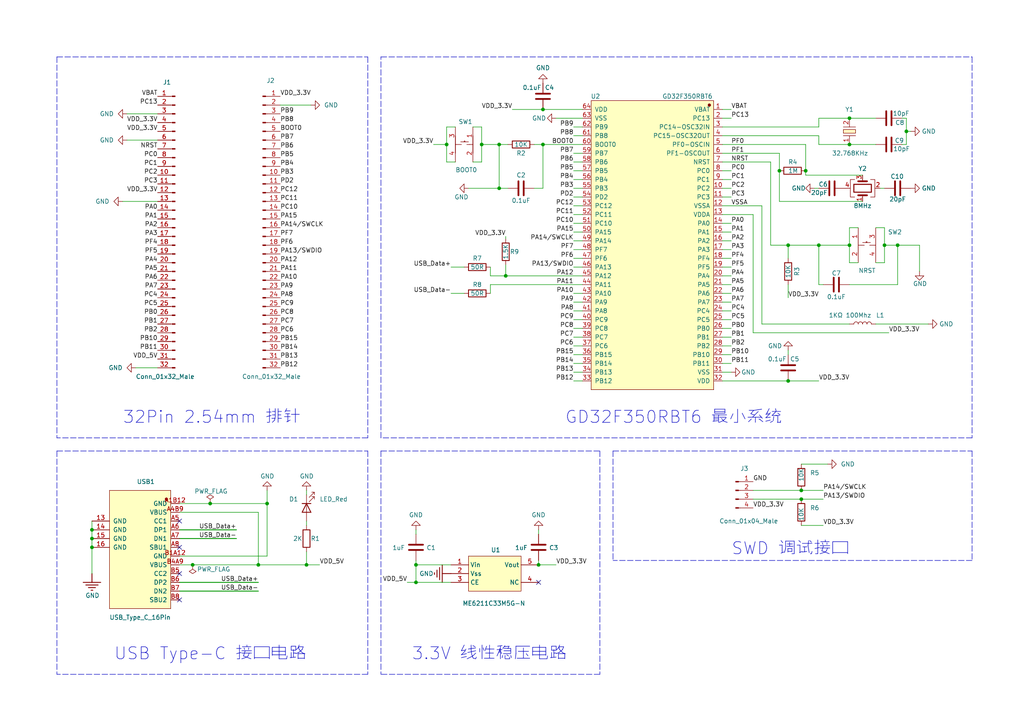
<source format=kicad_sch>
(kicad_sch (version 20211123) (generator eeschema)

  (uuid 64c27140-5558-49fe-b727-eff28bb11bed)

  (paper "A4")

  (title_block
    (title "UINIO-MCU-GD32F350RBT6")
    (date "2022-12-08")
    (rev "Version 1.0.0")
    (company "电子技术博客 UinIO.com")
  )

  (lib_symbols
    (symbol "Connector:Conn_01x04_Male" (pin_names (offset 1.016) hide) (in_bom yes) (on_board yes)
      (property "Reference" "J" (id 0) (at 0 5.08 0)
        (effects (font (size 1.27 1.27)))
      )
      (property "Value" "Conn_01x04_Male" (id 1) (at 0 -7.62 0)
        (effects (font (size 1.27 1.27)))
      )
      (property "Footprint" "" (id 2) (at 0 0 0)
        (effects (font (size 1.27 1.27)) hide)
      )
      (property "Datasheet" "~" (id 3) (at 0 0 0)
        (effects (font (size 1.27 1.27)) hide)
      )
      (property "ki_keywords" "connector" (id 4) (at 0 0 0)
        (effects (font (size 1.27 1.27)) hide)
      )
      (property "ki_description" "Generic connector, single row, 01x04, script generated (kicad-library-utils/schlib/autogen/connector/)" (id 5) (at 0 0 0)
        (effects (font (size 1.27 1.27)) hide)
      )
      (property "ki_fp_filters" "Connector*:*_1x??_*" (id 6) (at 0 0 0)
        (effects (font (size 1.27 1.27)) hide)
      )
      (symbol "Conn_01x04_Male_1_1"
        (polyline
          (pts
            (xy 1.27 -5.08)
            (xy 0.8636 -5.08)
          )
          (stroke (width 0.1524) (type default) (color 0 0 0 0))
          (fill (type none))
        )
        (polyline
          (pts
            (xy 1.27 -2.54)
            (xy 0.8636 -2.54)
          )
          (stroke (width 0.1524) (type default) (color 0 0 0 0))
          (fill (type none))
        )
        (polyline
          (pts
            (xy 1.27 0)
            (xy 0.8636 0)
          )
          (stroke (width 0.1524) (type default) (color 0 0 0 0))
          (fill (type none))
        )
        (polyline
          (pts
            (xy 1.27 2.54)
            (xy 0.8636 2.54)
          )
          (stroke (width 0.1524) (type default) (color 0 0 0 0))
          (fill (type none))
        )
        (rectangle (start 0.8636 -4.953) (end 0 -5.207)
          (stroke (width 0.1524) (type default) (color 0 0 0 0))
          (fill (type outline))
        )
        (rectangle (start 0.8636 -2.413) (end 0 -2.667)
          (stroke (width 0.1524) (type default) (color 0 0 0 0))
          (fill (type outline))
        )
        (rectangle (start 0.8636 0.127) (end 0 -0.127)
          (stroke (width 0.1524) (type default) (color 0 0 0 0))
          (fill (type outline))
        )
        (rectangle (start 0.8636 2.667) (end 0 2.413)
          (stroke (width 0.1524) (type default) (color 0 0 0 0))
          (fill (type outline))
        )
        (pin passive line (at 5.08 2.54 180) (length 3.81)
          (name "Pin_1" (effects (font (size 1.27 1.27))))
          (number "1" (effects (font (size 1.27 1.27))))
        )
        (pin passive line (at 5.08 0 180) (length 3.81)
          (name "Pin_2" (effects (font (size 1.27 1.27))))
          (number "2" (effects (font (size 1.27 1.27))))
        )
        (pin passive line (at 5.08 -2.54 180) (length 3.81)
          (name "Pin_3" (effects (font (size 1.27 1.27))))
          (number "3" (effects (font (size 1.27 1.27))))
        )
        (pin passive line (at 5.08 -5.08 180) (length 3.81)
          (name "Pin_4" (effects (font (size 1.27 1.27))))
          (number "4" (effects (font (size 1.27 1.27))))
        )
      )
    )
    (symbol "Connector:Conn_01x32_Male" (pin_names (offset 1.016) hide) (in_bom yes) (on_board yes)
      (property "Reference" "J" (id 0) (at 0 40.64 0)
        (effects (font (size 1.27 1.27)))
      )
      (property "Value" "Conn_01x32_Male" (id 1) (at 0 -43.18 0)
        (effects (font (size 1.27 1.27)))
      )
      (property "Footprint" "" (id 2) (at 0 0 0)
        (effects (font (size 1.27 1.27)) hide)
      )
      (property "Datasheet" "~" (id 3) (at 0 0 0)
        (effects (font (size 1.27 1.27)) hide)
      )
      (property "ki_keywords" "connector" (id 4) (at 0 0 0)
        (effects (font (size 1.27 1.27)) hide)
      )
      (property "ki_description" "Generic connector, single row, 01x32, script generated (kicad-library-utils/schlib/autogen/connector/)" (id 5) (at 0 0 0)
        (effects (font (size 1.27 1.27)) hide)
      )
      (property "ki_fp_filters" "Connector*:*_1x??_*" (id 6) (at 0 0 0)
        (effects (font (size 1.27 1.27)) hide)
      )
      (symbol "Conn_01x32_Male_1_1"
        (polyline
          (pts
            (xy 1.27 -40.64)
            (xy 0.8636 -40.64)
          )
          (stroke (width 0.1524) (type default) (color 0 0 0 0))
          (fill (type none))
        )
        (polyline
          (pts
            (xy 1.27 -38.1)
            (xy 0.8636 -38.1)
          )
          (stroke (width 0.1524) (type default) (color 0 0 0 0))
          (fill (type none))
        )
        (polyline
          (pts
            (xy 1.27 -35.56)
            (xy 0.8636 -35.56)
          )
          (stroke (width 0.1524) (type default) (color 0 0 0 0))
          (fill (type none))
        )
        (polyline
          (pts
            (xy 1.27 -33.02)
            (xy 0.8636 -33.02)
          )
          (stroke (width 0.1524) (type default) (color 0 0 0 0))
          (fill (type none))
        )
        (polyline
          (pts
            (xy 1.27 -30.48)
            (xy 0.8636 -30.48)
          )
          (stroke (width 0.1524) (type default) (color 0 0 0 0))
          (fill (type none))
        )
        (polyline
          (pts
            (xy 1.27 -27.94)
            (xy 0.8636 -27.94)
          )
          (stroke (width 0.1524) (type default) (color 0 0 0 0))
          (fill (type none))
        )
        (polyline
          (pts
            (xy 1.27 -25.4)
            (xy 0.8636 -25.4)
          )
          (stroke (width 0.1524) (type default) (color 0 0 0 0))
          (fill (type none))
        )
        (polyline
          (pts
            (xy 1.27 -22.86)
            (xy 0.8636 -22.86)
          )
          (stroke (width 0.1524) (type default) (color 0 0 0 0))
          (fill (type none))
        )
        (polyline
          (pts
            (xy 1.27 -20.32)
            (xy 0.8636 -20.32)
          )
          (stroke (width 0.1524) (type default) (color 0 0 0 0))
          (fill (type none))
        )
        (polyline
          (pts
            (xy 1.27 -17.78)
            (xy 0.8636 -17.78)
          )
          (stroke (width 0.1524) (type default) (color 0 0 0 0))
          (fill (type none))
        )
        (polyline
          (pts
            (xy 1.27 -15.24)
            (xy 0.8636 -15.24)
          )
          (stroke (width 0.1524) (type default) (color 0 0 0 0))
          (fill (type none))
        )
        (polyline
          (pts
            (xy 1.27 -12.7)
            (xy 0.8636 -12.7)
          )
          (stroke (width 0.1524) (type default) (color 0 0 0 0))
          (fill (type none))
        )
        (polyline
          (pts
            (xy 1.27 -10.16)
            (xy 0.8636 -10.16)
          )
          (stroke (width 0.1524) (type default) (color 0 0 0 0))
          (fill (type none))
        )
        (polyline
          (pts
            (xy 1.27 -7.62)
            (xy 0.8636 -7.62)
          )
          (stroke (width 0.1524) (type default) (color 0 0 0 0))
          (fill (type none))
        )
        (polyline
          (pts
            (xy 1.27 -5.08)
            (xy 0.8636 -5.08)
          )
          (stroke (width 0.1524) (type default) (color 0 0 0 0))
          (fill (type none))
        )
        (polyline
          (pts
            (xy 1.27 -2.54)
            (xy 0.8636 -2.54)
          )
          (stroke (width 0.1524) (type default) (color 0 0 0 0))
          (fill (type none))
        )
        (polyline
          (pts
            (xy 1.27 0)
            (xy 0.8636 0)
          )
          (stroke (width 0.1524) (type default) (color 0 0 0 0))
          (fill (type none))
        )
        (polyline
          (pts
            (xy 1.27 2.54)
            (xy 0.8636 2.54)
          )
          (stroke (width 0.1524) (type default) (color 0 0 0 0))
          (fill (type none))
        )
        (polyline
          (pts
            (xy 1.27 5.08)
            (xy 0.8636 5.08)
          )
          (stroke (width 0.1524) (type default) (color 0 0 0 0))
          (fill (type none))
        )
        (polyline
          (pts
            (xy 1.27 7.62)
            (xy 0.8636 7.62)
          )
          (stroke (width 0.1524) (type default) (color 0 0 0 0))
          (fill (type none))
        )
        (polyline
          (pts
            (xy 1.27 10.16)
            (xy 0.8636 10.16)
          )
          (stroke (width 0.1524) (type default) (color 0 0 0 0))
          (fill (type none))
        )
        (polyline
          (pts
            (xy 1.27 12.7)
            (xy 0.8636 12.7)
          )
          (stroke (width 0.1524) (type default) (color 0 0 0 0))
          (fill (type none))
        )
        (polyline
          (pts
            (xy 1.27 15.24)
            (xy 0.8636 15.24)
          )
          (stroke (width 0.1524) (type default) (color 0 0 0 0))
          (fill (type none))
        )
        (polyline
          (pts
            (xy 1.27 17.78)
            (xy 0.8636 17.78)
          )
          (stroke (width 0.1524) (type default) (color 0 0 0 0))
          (fill (type none))
        )
        (polyline
          (pts
            (xy 1.27 20.32)
            (xy 0.8636 20.32)
          )
          (stroke (width 0.1524) (type default) (color 0 0 0 0))
          (fill (type none))
        )
        (polyline
          (pts
            (xy 1.27 22.86)
            (xy 0.8636 22.86)
          )
          (stroke (width 0.1524) (type default) (color 0 0 0 0))
          (fill (type none))
        )
        (polyline
          (pts
            (xy 1.27 25.4)
            (xy 0.8636 25.4)
          )
          (stroke (width 0.1524) (type default) (color 0 0 0 0))
          (fill (type none))
        )
        (polyline
          (pts
            (xy 1.27 27.94)
            (xy 0.8636 27.94)
          )
          (stroke (width 0.1524) (type default) (color 0 0 0 0))
          (fill (type none))
        )
        (polyline
          (pts
            (xy 1.27 30.48)
            (xy 0.8636 30.48)
          )
          (stroke (width 0.1524) (type default) (color 0 0 0 0))
          (fill (type none))
        )
        (polyline
          (pts
            (xy 1.27 33.02)
            (xy 0.8636 33.02)
          )
          (stroke (width 0.1524) (type default) (color 0 0 0 0))
          (fill (type none))
        )
        (polyline
          (pts
            (xy 1.27 35.56)
            (xy 0.8636 35.56)
          )
          (stroke (width 0.1524) (type default) (color 0 0 0 0))
          (fill (type none))
        )
        (polyline
          (pts
            (xy 1.27 38.1)
            (xy 0.8636 38.1)
          )
          (stroke (width 0.1524) (type default) (color 0 0 0 0))
          (fill (type none))
        )
        (rectangle (start 0.8636 -40.513) (end 0 -40.767)
          (stroke (width 0.1524) (type default) (color 0 0 0 0))
          (fill (type outline))
        )
        (rectangle (start 0.8636 -37.973) (end 0 -38.227)
          (stroke (width 0.1524) (type default) (color 0 0 0 0))
          (fill (type outline))
        )
        (rectangle (start 0.8636 -35.433) (end 0 -35.687)
          (stroke (width 0.1524) (type default) (color 0 0 0 0))
          (fill (type outline))
        )
        (rectangle (start 0.8636 -32.893) (end 0 -33.147)
          (stroke (width 0.1524) (type default) (color 0 0 0 0))
          (fill (type outline))
        )
        (rectangle (start 0.8636 -30.353) (end 0 -30.607)
          (stroke (width 0.1524) (type default) (color 0 0 0 0))
          (fill (type outline))
        )
        (rectangle (start 0.8636 -27.813) (end 0 -28.067)
          (stroke (width 0.1524) (type default) (color 0 0 0 0))
          (fill (type outline))
        )
        (rectangle (start 0.8636 -25.273) (end 0 -25.527)
          (stroke (width 0.1524) (type default) (color 0 0 0 0))
          (fill (type outline))
        )
        (rectangle (start 0.8636 -22.733) (end 0 -22.987)
          (stroke (width 0.1524) (type default) (color 0 0 0 0))
          (fill (type outline))
        )
        (rectangle (start 0.8636 -20.193) (end 0 -20.447)
          (stroke (width 0.1524) (type default) (color 0 0 0 0))
          (fill (type outline))
        )
        (rectangle (start 0.8636 -17.653) (end 0 -17.907)
          (stroke (width 0.1524) (type default) (color 0 0 0 0))
          (fill (type outline))
        )
        (rectangle (start 0.8636 -15.113) (end 0 -15.367)
          (stroke (width 0.1524) (type default) (color 0 0 0 0))
          (fill (type outline))
        )
        (rectangle (start 0.8636 -12.573) (end 0 -12.827)
          (stroke (width 0.1524) (type default) (color 0 0 0 0))
          (fill (type outline))
        )
        (rectangle (start 0.8636 -10.033) (end 0 -10.287)
          (stroke (width 0.1524) (type default) (color 0 0 0 0))
          (fill (type outline))
        )
        (rectangle (start 0.8636 -7.493) (end 0 -7.747)
          (stroke (width 0.1524) (type default) (color 0 0 0 0))
          (fill (type outline))
        )
        (rectangle (start 0.8636 -4.953) (end 0 -5.207)
          (stroke (width 0.1524) (type default) (color 0 0 0 0))
          (fill (type outline))
        )
        (rectangle (start 0.8636 -2.413) (end 0 -2.667)
          (stroke (width 0.1524) (type default) (color 0 0 0 0))
          (fill (type outline))
        )
        (rectangle (start 0.8636 0.127) (end 0 -0.127)
          (stroke (width 0.1524) (type default) (color 0 0 0 0))
          (fill (type outline))
        )
        (rectangle (start 0.8636 2.667) (end 0 2.413)
          (stroke (width 0.1524) (type default) (color 0 0 0 0))
          (fill (type outline))
        )
        (rectangle (start 0.8636 5.207) (end 0 4.953)
          (stroke (width 0.1524) (type default) (color 0 0 0 0))
          (fill (type outline))
        )
        (rectangle (start 0.8636 7.747) (end 0 7.493)
          (stroke (width 0.1524) (type default) (color 0 0 0 0))
          (fill (type outline))
        )
        (rectangle (start 0.8636 10.287) (end 0 10.033)
          (stroke (width 0.1524) (type default) (color 0 0 0 0))
          (fill (type outline))
        )
        (rectangle (start 0.8636 12.827) (end 0 12.573)
          (stroke (width 0.1524) (type default) (color 0 0 0 0))
          (fill (type outline))
        )
        (rectangle (start 0.8636 15.367) (end 0 15.113)
          (stroke (width 0.1524) (type default) (color 0 0 0 0))
          (fill (type outline))
        )
        (rectangle (start 0.8636 17.907) (end 0 17.653)
          (stroke (width 0.1524) (type default) (color 0 0 0 0))
          (fill (type outline))
        )
        (rectangle (start 0.8636 20.447) (end 0 20.193)
          (stroke (width 0.1524) (type default) (color 0 0 0 0))
          (fill (type outline))
        )
        (rectangle (start 0.8636 22.987) (end 0 22.733)
          (stroke (width 0.1524) (type default) (color 0 0 0 0))
          (fill (type outline))
        )
        (rectangle (start 0.8636 25.527) (end 0 25.273)
          (stroke (width 0.1524) (type default) (color 0 0 0 0))
          (fill (type outline))
        )
        (rectangle (start 0.8636 28.067) (end 0 27.813)
          (stroke (width 0.1524) (type default) (color 0 0 0 0))
          (fill (type outline))
        )
        (rectangle (start 0.8636 30.607) (end 0 30.353)
          (stroke (width 0.1524) (type default) (color 0 0 0 0))
          (fill (type outline))
        )
        (rectangle (start 0.8636 33.147) (end 0 32.893)
          (stroke (width 0.1524) (type default) (color 0 0 0 0))
          (fill (type outline))
        )
        (rectangle (start 0.8636 35.687) (end 0 35.433)
          (stroke (width 0.1524) (type default) (color 0 0 0 0))
          (fill (type outline))
        )
        (rectangle (start 0.8636 38.227) (end 0 37.973)
          (stroke (width 0.1524) (type default) (color 0 0 0 0))
          (fill (type outline))
        )
        (pin passive line (at 5.08 38.1 180) (length 3.81)
          (name "Pin_1" (effects (font (size 1.27 1.27))))
          (number "1" (effects (font (size 1.27 1.27))))
        )
        (pin passive line (at 5.08 15.24 180) (length 3.81)
          (name "Pin_10" (effects (font (size 1.27 1.27))))
          (number "10" (effects (font (size 1.27 1.27))))
        )
        (pin passive line (at 5.08 12.7 180) (length 3.81)
          (name "Pin_11" (effects (font (size 1.27 1.27))))
          (number "11" (effects (font (size 1.27 1.27))))
        )
        (pin passive line (at 5.08 10.16 180) (length 3.81)
          (name "Pin_12" (effects (font (size 1.27 1.27))))
          (number "12" (effects (font (size 1.27 1.27))))
        )
        (pin passive line (at 5.08 7.62 180) (length 3.81)
          (name "Pin_13" (effects (font (size 1.27 1.27))))
          (number "13" (effects (font (size 1.27 1.27))))
        )
        (pin passive line (at 5.08 5.08 180) (length 3.81)
          (name "Pin_14" (effects (font (size 1.27 1.27))))
          (number "14" (effects (font (size 1.27 1.27))))
        )
        (pin passive line (at 5.08 2.54 180) (length 3.81)
          (name "Pin_15" (effects (font (size 1.27 1.27))))
          (number "15" (effects (font (size 1.27 1.27))))
        )
        (pin passive line (at 5.08 0 180) (length 3.81)
          (name "Pin_16" (effects (font (size 1.27 1.27))))
          (number "16" (effects (font (size 1.27 1.27))))
        )
        (pin passive line (at 5.08 -2.54 180) (length 3.81)
          (name "Pin_17" (effects (font (size 1.27 1.27))))
          (number "17" (effects (font (size 1.27 1.27))))
        )
        (pin passive line (at 5.08 -5.08 180) (length 3.81)
          (name "Pin_18" (effects (font (size 1.27 1.27))))
          (number "18" (effects (font (size 1.27 1.27))))
        )
        (pin passive line (at 5.08 -7.62 180) (length 3.81)
          (name "Pin_19" (effects (font (size 1.27 1.27))))
          (number "19" (effects (font (size 1.27 1.27))))
        )
        (pin passive line (at 5.08 35.56 180) (length 3.81)
          (name "Pin_2" (effects (font (size 1.27 1.27))))
          (number "2" (effects (font (size 1.27 1.27))))
        )
        (pin passive line (at 5.08 -10.16 180) (length 3.81)
          (name "Pin_20" (effects (font (size 1.27 1.27))))
          (number "20" (effects (font (size 1.27 1.27))))
        )
        (pin passive line (at 5.08 -12.7 180) (length 3.81)
          (name "Pin_21" (effects (font (size 1.27 1.27))))
          (number "21" (effects (font (size 1.27 1.27))))
        )
        (pin passive line (at 5.08 -15.24 180) (length 3.81)
          (name "Pin_22" (effects (font (size 1.27 1.27))))
          (number "22" (effects (font (size 1.27 1.27))))
        )
        (pin passive line (at 5.08 -17.78 180) (length 3.81)
          (name "Pin_23" (effects (font (size 1.27 1.27))))
          (number "23" (effects (font (size 1.27 1.27))))
        )
        (pin passive line (at 5.08 -20.32 180) (length 3.81)
          (name "Pin_24" (effects (font (size 1.27 1.27))))
          (number "24" (effects (font (size 1.27 1.27))))
        )
        (pin passive line (at 5.08 -22.86 180) (length 3.81)
          (name "Pin_25" (effects (font (size 1.27 1.27))))
          (number "25" (effects (font (size 1.27 1.27))))
        )
        (pin passive line (at 5.08 -25.4 180) (length 3.81)
          (name "Pin_26" (effects (font (size 1.27 1.27))))
          (number "26" (effects (font (size 1.27 1.27))))
        )
        (pin passive line (at 5.08 -27.94 180) (length 3.81)
          (name "Pin_27" (effects (font (size 1.27 1.27))))
          (number "27" (effects (font (size 1.27 1.27))))
        )
        (pin passive line (at 5.08 -30.48 180) (length 3.81)
          (name "Pin_28" (effects (font (size 1.27 1.27))))
          (number "28" (effects (font (size 1.27 1.27))))
        )
        (pin passive line (at 5.08 -33.02 180) (length 3.81)
          (name "Pin_29" (effects (font (size 1.27 1.27))))
          (number "29" (effects (font (size 1.27 1.27))))
        )
        (pin passive line (at 5.08 33.02 180) (length 3.81)
          (name "Pin_3" (effects (font (size 1.27 1.27))))
          (number "3" (effects (font (size 1.27 1.27))))
        )
        (pin passive line (at 5.08 -35.56 180) (length 3.81)
          (name "Pin_30" (effects (font (size 1.27 1.27))))
          (number "30" (effects (font (size 1.27 1.27))))
        )
        (pin passive line (at 5.08 -38.1 180) (length 3.81)
          (name "Pin_31" (effects (font (size 1.27 1.27))))
          (number "31" (effects (font (size 1.27 1.27))))
        )
        (pin passive line (at 5.08 -40.64 180) (length 3.81)
          (name "Pin_32" (effects (font (size 1.27 1.27))))
          (number "32" (effects (font (size 1.27 1.27))))
        )
        (pin passive line (at 5.08 30.48 180) (length 3.81)
          (name "Pin_4" (effects (font (size 1.27 1.27))))
          (number "4" (effects (font (size 1.27 1.27))))
        )
        (pin passive line (at 5.08 27.94 180) (length 3.81)
          (name "Pin_5" (effects (font (size 1.27 1.27))))
          (number "5" (effects (font (size 1.27 1.27))))
        )
        (pin passive line (at 5.08 25.4 180) (length 3.81)
          (name "Pin_6" (effects (font (size 1.27 1.27))))
          (number "6" (effects (font (size 1.27 1.27))))
        )
        (pin passive line (at 5.08 22.86 180) (length 3.81)
          (name "Pin_7" (effects (font (size 1.27 1.27))))
          (number "7" (effects (font (size 1.27 1.27))))
        )
        (pin passive line (at 5.08 20.32 180) (length 3.81)
          (name "Pin_8" (effects (font (size 1.27 1.27))))
          (number "8" (effects (font (size 1.27 1.27))))
        )
        (pin passive line (at 5.08 17.78 180) (length 3.81)
          (name "Pin_9" (effects (font (size 1.27 1.27))))
          (number "9" (effects (font (size 1.27 1.27))))
        )
      )
    )
    (symbol "Device:C" (pin_numbers hide) (pin_names (offset 0.254)) (in_bom yes) (on_board yes)
      (property "Reference" "C" (id 0) (at 0.635 2.54 0)
        (effects (font (size 1.27 1.27)) (justify left))
      )
      (property "Value" "C" (id 1) (at 0.635 -2.54 0)
        (effects (font (size 1.27 1.27)) (justify left))
      )
      (property "Footprint" "" (id 2) (at 0.9652 -3.81 0)
        (effects (font (size 1.27 1.27)) hide)
      )
      (property "Datasheet" "~" (id 3) (at 0 0 0)
        (effects (font (size 1.27 1.27)) hide)
      )
      (property "ki_keywords" "cap capacitor" (id 4) (at 0 0 0)
        (effects (font (size 1.27 1.27)) hide)
      )
      (property "ki_description" "Unpolarized capacitor" (id 5) (at 0 0 0)
        (effects (font (size 1.27 1.27)) hide)
      )
      (property "ki_fp_filters" "C_*" (id 6) (at 0 0 0)
        (effects (font (size 1.27 1.27)) hide)
      )
      (symbol "C_0_1"
        (polyline
          (pts
            (xy -2.032 -0.762)
            (xy 2.032 -0.762)
          )
          (stroke (width 0.508) (type default) (color 0 0 0 0))
          (fill (type none))
        )
        (polyline
          (pts
            (xy -2.032 0.762)
            (xy 2.032 0.762)
          )
          (stroke (width 0.508) (type default) (color 0 0 0 0))
          (fill (type none))
        )
      )
      (symbol "C_1_1"
        (pin passive line (at 0 3.81 270) (length 2.794)
          (name "~" (effects (font (size 1.27 1.27))))
          (number "1" (effects (font (size 1.27 1.27))))
        )
        (pin passive line (at 0 -3.81 90) (length 2.794)
          (name "~" (effects (font (size 1.27 1.27))))
          (number "2" (effects (font (size 1.27 1.27))))
        )
      )
    )
    (symbol "Device:Crystal_GND24" (pin_names (offset 1.016) hide) (in_bom yes) (on_board yes)
      (property "Reference" "Y" (id 0) (at 3.175 5.08 0)
        (effects (font (size 1.27 1.27)) (justify left))
      )
      (property "Value" "Crystal_GND24" (id 1) (at 3.175 3.175 0)
        (effects (font (size 1.27 1.27)) (justify left))
      )
      (property "Footprint" "" (id 2) (at 0 0 0)
        (effects (font (size 1.27 1.27)) hide)
      )
      (property "Datasheet" "~" (id 3) (at 0 0 0)
        (effects (font (size 1.27 1.27)) hide)
      )
      (property "ki_keywords" "quartz ceramic resonator oscillator" (id 4) (at 0 0 0)
        (effects (font (size 1.27 1.27)) hide)
      )
      (property "ki_description" "Four pin crystal, GND on pins 2 and 4" (id 5) (at 0 0 0)
        (effects (font (size 1.27 1.27)) hide)
      )
      (property "ki_fp_filters" "Crystal*" (id 6) (at 0 0 0)
        (effects (font (size 1.27 1.27)) hide)
      )
      (symbol "Crystal_GND24_0_1"
        (rectangle (start -1.143 2.54) (end 1.143 -2.54)
          (stroke (width 0.3048) (type default) (color 0 0 0 0))
          (fill (type none))
        )
        (polyline
          (pts
            (xy -2.54 0)
            (xy -2.032 0)
          )
          (stroke (width 0) (type default) (color 0 0 0 0))
          (fill (type none))
        )
        (polyline
          (pts
            (xy -2.032 -1.27)
            (xy -2.032 1.27)
          )
          (stroke (width 0.508) (type default) (color 0 0 0 0))
          (fill (type none))
        )
        (polyline
          (pts
            (xy 0 -3.81)
            (xy 0 -3.556)
          )
          (stroke (width 0) (type default) (color 0 0 0 0))
          (fill (type none))
        )
        (polyline
          (pts
            (xy 0 3.556)
            (xy 0 3.81)
          )
          (stroke (width 0) (type default) (color 0 0 0 0))
          (fill (type none))
        )
        (polyline
          (pts
            (xy 2.032 -1.27)
            (xy 2.032 1.27)
          )
          (stroke (width 0.508) (type default) (color 0 0 0 0))
          (fill (type none))
        )
        (polyline
          (pts
            (xy 2.032 0)
            (xy 2.54 0)
          )
          (stroke (width 0) (type default) (color 0 0 0 0))
          (fill (type none))
        )
        (polyline
          (pts
            (xy -2.54 -2.286)
            (xy -2.54 -3.556)
            (xy 2.54 -3.556)
            (xy 2.54 -2.286)
          )
          (stroke (width 0) (type default) (color 0 0 0 0))
          (fill (type none))
        )
        (polyline
          (pts
            (xy -2.54 2.286)
            (xy -2.54 3.556)
            (xy 2.54 3.556)
            (xy 2.54 2.286)
          )
          (stroke (width 0) (type default) (color 0 0 0 0))
          (fill (type none))
        )
      )
      (symbol "Crystal_GND24_1_1"
        (pin passive line (at -3.81 0 0) (length 1.27)
          (name "1" (effects (font (size 1.27 1.27))))
          (number "1" (effects (font (size 1.27 1.27))))
        )
        (pin passive line (at 0 5.08 270) (length 1.27)
          (name "2" (effects (font (size 1.27 1.27))))
          (number "2" (effects (font (size 1.27 1.27))))
        )
        (pin passive line (at 3.81 0 180) (length 1.27)
          (name "3" (effects (font (size 1.27 1.27))))
          (number "3" (effects (font (size 1.27 1.27))))
        )
        (pin passive line (at 0 -5.08 90) (length 1.27)
          (name "4" (effects (font (size 1.27 1.27))))
          (number "4" (effects (font (size 1.27 1.27))))
        )
      )
    )
    (symbol "Device:L" (pin_numbers hide) (pin_names (offset 1.016) hide) (in_bom yes) (on_board yes)
      (property "Reference" "L" (id 0) (at -1.27 0 90)
        (effects (font (size 1.27 1.27)))
      )
      (property "Value" "L" (id 1) (at 1.905 0 90)
        (effects (font (size 1.27 1.27)))
      )
      (property "Footprint" "" (id 2) (at 0 0 0)
        (effects (font (size 1.27 1.27)) hide)
      )
      (property "Datasheet" "~" (id 3) (at 0 0 0)
        (effects (font (size 1.27 1.27)) hide)
      )
      (property "ki_keywords" "inductor choke coil reactor magnetic" (id 4) (at 0 0 0)
        (effects (font (size 1.27 1.27)) hide)
      )
      (property "ki_description" "Inductor" (id 5) (at 0 0 0)
        (effects (font (size 1.27 1.27)) hide)
      )
      (property "ki_fp_filters" "Choke_* *Coil* Inductor_* L_*" (id 6) (at 0 0 0)
        (effects (font (size 1.27 1.27)) hide)
      )
      (symbol "L_0_1"
        (arc (start 0 -2.54) (mid 0.635 -1.905) (end 0 -1.27)
          (stroke (width 0) (type default) (color 0 0 0 0))
          (fill (type none))
        )
        (arc (start 0 -1.27) (mid 0.635 -0.635) (end 0 0)
          (stroke (width 0) (type default) (color 0 0 0 0))
          (fill (type none))
        )
        (arc (start 0 0) (mid 0.635 0.635) (end 0 1.27)
          (stroke (width 0) (type default) (color 0 0 0 0))
          (fill (type none))
        )
        (arc (start 0 1.27) (mid 0.635 1.905) (end 0 2.54)
          (stroke (width 0) (type default) (color 0 0 0 0))
          (fill (type none))
        )
      )
      (symbol "L_1_1"
        (pin passive line (at 0 3.81 270) (length 1.27)
          (name "1" (effects (font (size 1.27 1.27))))
          (number "1" (effects (font (size 1.27 1.27))))
        )
        (pin passive line (at 0 -3.81 90) (length 1.27)
          (name "2" (effects (font (size 1.27 1.27))))
          (number "2" (effects (font (size 1.27 1.27))))
        )
      )
    )
    (symbol "Device:LED" (pin_numbers hide) (pin_names (offset 1.016) hide) (in_bom yes) (on_board yes)
      (property "Reference" "D" (id 0) (at 0 2.54 0)
        (effects (font (size 1.27 1.27)))
      )
      (property "Value" "LED" (id 1) (at 0 -2.54 0)
        (effects (font (size 1.27 1.27)))
      )
      (property "Footprint" "" (id 2) (at 0 0 0)
        (effects (font (size 1.27 1.27)) hide)
      )
      (property "Datasheet" "~" (id 3) (at 0 0 0)
        (effects (font (size 1.27 1.27)) hide)
      )
      (property "ki_keywords" "LED diode" (id 4) (at 0 0 0)
        (effects (font (size 1.27 1.27)) hide)
      )
      (property "ki_description" "Light emitting diode" (id 5) (at 0 0 0)
        (effects (font (size 1.27 1.27)) hide)
      )
      (property "ki_fp_filters" "LED* LED_SMD:* LED_THT:*" (id 6) (at 0 0 0)
        (effects (font (size 1.27 1.27)) hide)
      )
      (symbol "LED_0_1"
        (polyline
          (pts
            (xy -1.27 -1.27)
            (xy -1.27 1.27)
          )
          (stroke (width 0.254) (type default) (color 0 0 0 0))
          (fill (type none))
        )
        (polyline
          (pts
            (xy -1.27 0)
            (xy 1.27 0)
          )
          (stroke (width 0) (type default) (color 0 0 0 0))
          (fill (type none))
        )
        (polyline
          (pts
            (xy 1.27 -1.27)
            (xy 1.27 1.27)
            (xy -1.27 0)
            (xy 1.27 -1.27)
          )
          (stroke (width 0.254) (type default) (color 0 0 0 0))
          (fill (type none))
        )
        (polyline
          (pts
            (xy -3.048 -0.762)
            (xy -4.572 -2.286)
            (xy -3.81 -2.286)
            (xy -4.572 -2.286)
            (xy -4.572 -1.524)
          )
          (stroke (width 0) (type default) (color 0 0 0 0))
          (fill (type none))
        )
        (polyline
          (pts
            (xy -1.778 -0.762)
            (xy -3.302 -2.286)
            (xy -2.54 -2.286)
            (xy -3.302 -2.286)
            (xy -3.302 -1.524)
          )
          (stroke (width 0) (type default) (color 0 0 0 0))
          (fill (type none))
        )
      )
      (symbol "LED_1_1"
        (pin passive line (at -3.81 0 0) (length 2.54)
          (name "K" (effects (font (size 1.27 1.27))))
          (number "1" (effects (font (size 1.27 1.27))))
        )
        (pin passive line (at 3.81 0 180) (length 2.54)
          (name "A" (effects (font (size 1.27 1.27))))
          (number "2" (effects (font (size 1.27 1.27))))
        )
      )
    )
    (symbol "Device:R" (pin_numbers hide) (pin_names (offset 0)) (in_bom yes) (on_board yes)
      (property "Reference" "R" (id 0) (at 2.032 0 90)
        (effects (font (size 1.27 1.27)))
      )
      (property "Value" "R" (id 1) (at 0 0 90)
        (effects (font (size 1.27 1.27)))
      )
      (property "Footprint" "" (id 2) (at -1.778 0 90)
        (effects (font (size 1.27 1.27)) hide)
      )
      (property "Datasheet" "~" (id 3) (at 0 0 0)
        (effects (font (size 1.27 1.27)) hide)
      )
      (property "ki_keywords" "R res resistor" (id 4) (at 0 0 0)
        (effects (font (size 1.27 1.27)) hide)
      )
      (property "ki_description" "Resistor" (id 5) (at 0 0 0)
        (effects (font (size 1.27 1.27)) hide)
      )
      (property "ki_fp_filters" "R_*" (id 6) (at 0 0 0)
        (effects (font (size 1.27 1.27)) hide)
      )
      (symbol "R_0_1"
        (rectangle (start -1.016 -2.54) (end 1.016 2.54)
          (stroke (width 0.254) (type default) (color 0 0 0 0))
          (fill (type none))
        )
      )
      (symbol "R_1_1"
        (pin passive line (at 0 3.81 270) (length 1.27)
          (name "~" (effects (font (size 1.27 1.27))))
          (number "1" (effects (font (size 1.27 1.27))))
        )
        (pin passive line (at 0 -3.81 90) (length 1.27)
          (name "~" (effects (font (size 1.27 1.27))))
          (number "2" (effects (font (size 1.27 1.27))))
        )
      )
    )
    (symbol "Uinio:Crystal-32.768KHz" (pin_names (offset 1.016) hide) (in_bom yes) (on_board yes)
      (property "Reference" "Y?" (id 0) (at 0 5.1054 0)
        (effects (font (size 1.27 1.27)))
      )
      (property "Value" "Crystal-32.768KHz" (id 1) (at 0 10.1854 0)
        (effects (font (size 1.27 1.27)))
      )
      (property "Footprint" "Uinio:CRYSTAL-FC135-32.768" (id 2) (at 0 0.0254 0)
        (effects (font (size 1.27 1.27)) hide)
      )
      (property "Datasheet" "" (id 3) (at 0 -5.0546 0)
        (effects (font (size 1.27 1.27)) hide)
      )
      (property "SuppliersPartNumber" "C1986919" (id 4) (at 0 -10.1346 0)
        (effects (font (size 1.27 1.27)) hide)
      )
      (property "uuid" "std:1a7d7ec5dddf46f9929a2236d62d3241" (id 5) (at 0 -10.1346 0)
        (effects (font (size 1.27 1.27)) hide)
      )
      (symbol "Crystal-32.768KHz_1_1"
        (rectangle (start -1.778 1.778) (end -0.762 -1.778)
          (stroke (width 0.1524) (type default) (color 0 0 0 0))
          (fill (type background))
        )
        (polyline
          (pts
            (xy -2.54 -1.778)
            (xy -2.54 1.778)
          )
          (stroke (width 0.1524) (type default) (color 0 0 0 0))
          (fill (type none))
        )
        (polyline
          (pts
            (xy 0 -1.778)
            (xy 0 1.778)
          )
          (stroke (width 0.1524) (type default) (color 0 0 0 0))
          (fill (type none))
        )
        (pin input line (at -5.08 0 0) (length 2.54)
          (name "1" (effects (font (size 1.27 1.27))))
          (number "1" (effects (font (size 1.27 1.27))))
        )
        (pin input line (at 2.54 0 180) (length 2.54)
          (name "GND" (effects (font (size 1.27 1.27))))
          (number "2" (effects (font (size 1.27 1.27))))
        )
      )
    )
    (symbol "Uinio:GD32F350RBT6" (pin_names (offset 1.016)) (in_bom yes) (on_board yes)
      (property "Reference" "U" (id 0) (at 0 44.6024 0)
        (effects (font (size 1.27 1.27)))
      )
      (property "Value" "GD32F350RBT6" (id 1) (at 0 49.6824 0)
        (effects (font (size 1.27 1.27)))
      )
      (property "Footprint" "Uinio:LQFP-64_L10.0-W10.0-P0.50-LS12.0-BL" (id 2) (at 0 39.5224 0)
        (effects (font (size 1.27 1.27)) hide)
      )
      (property "Datasheet" "" (id 3) (at 0 34.4424 0)
        (effects (font (size 1.27 1.27)) hide)
      )
      (property "SuppliersPartNumber" "C2688745" (id 4) (at 0 29.3624 0)
        (effects (font (size 1.27 1.27)) hide)
      )
      (property "uuid" "std:1de539d455844295a3485dfd9fce04c9" (id 5) (at 0 29.3624 0)
        (effects (font (size 1.27 1.27)) hide)
      )
      (symbol "GD32F350RBT6_1_1"
        (rectangle (start -17.78 41.91) (end 17.78 -41.91)
          (stroke (width 0.1524) (type default) (color 0 0 0 0))
          (fill (type background))
        )
        (circle (center -16.51 40.64) (radius 0.381)
          (stroke (width 0.1524) (type default) (color 0 0 0 0))
          (fill (type outline))
        )
        (pin input line (at -20.32 39.37 0) (length 2.54)
          (name "VBAT" (effects (font (size 1.27 1.27))))
          (number "1" (effects (font (size 1.27 1.27))))
        )
        (pin input line (at -20.32 16.51 0) (length 2.54)
          (name "PC2" (effects (font (size 1.27 1.27))))
          (number "10" (effects (font (size 1.27 1.27))))
        )
        (pin input line (at -20.32 13.97 0) (length 2.54)
          (name "PC3" (effects (font (size 1.27 1.27))))
          (number "11" (effects (font (size 1.27 1.27))))
        )
        (pin input line (at -20.32 11.43 0) (length 2.54)
          (name "VSSA" (effects (font (size 1.27 1.27))))
          (number "12" (effects (font (size 1.27 1.27))))
        )
        (pin input line (at -20.32 8.89 0) (length 2.54)
          (name "VDDA" (effects (font (size 1.27 1.27))))
          (number "13" (effects (font (size 1.27 1.27))))
        )
        (pin input line (at -20.32 6.35 0) (length 2.54)
          (name "PA0" (effects (font (size 1.27 1.27))))
          (number "14" (effects (font (size 1.27 1.27))))
        )
        (pin input line (at -20.32 3.81 0) (length 2.54)
          (name "PA1" (effects (font (size 1.27 1.27))))
          (number "15" (effects (font (size 1.27 1.27))))
        )
        (pin input line (at -20.32 1.27 0) (length 2.54)
          (name "PA2" (effects (font (size 1.27 1.27))))
          (number "16" (effects (font (size 1.27 1.27))))
        )
        (pin input line (at -20.32 -1.27 0) (length 2.54)
          (name "PA3" (effects (font (size 1.27 1.27))))
          (number "17" (effects (font (size 1.27 1.27))))
        )
        (pin input line (at -20.32 -3.81 0) (length 2.54)
          (name "PF4" (effects (font (size 1.27 1.27))))
          (number "18" (effects (font (size 1.27 1.27))))
        )
        (pin input line (at -20.32 -6.35 0) (length 2.54)
          (name "PF5" (effects (font (size 1.27 1.27))))
          (number "19" (effects (font (size 1.27 1.27))))
        )
        (pin input line (at -20.32 36.83 0) (length 2.54)
          (name "PC13" (effects (font (size 1.27 1.27))))
          (number "2" (effects (font (size 1.27 1.27))))
        )
        (pin input line (at -20.32 -8.89 0) (length 2.54)
          (name "PA4" (effects (font (size 1.27 1.27))))
          (number "20" (effects (font (size 1.27 1.27))))
        )
        (pin input line (at -20.32 -11.43 0) (length 2.54)
          (name "PA5" (effects (font (size 1.27 1.27))))
          (number "21" (effects (font (size 1.27 1.27))))
        )
        (pin input line (at -20.32 -13.97 0) (length 2.54)
          (name "PA6" (effects (font (size 1.27 1.27))))
          (number "22" (effects (font (size 1.27 1.27))))
        )
        (pin input line (at -20.32 -16.51 0) (length 2.54)
          (name "PA7" (effects (font (size 1.27 1.27))))
          (number "23" (effects (font (size 1.27 1.27))))
        )
        (pin input line (at -20.32 -19.05 0) (length 2.54)
          (name "PC4" (effects (font (size 1.27 1.27))))
          (number "24" (effects (font (size 1.27 1.27))))
        )
        (pin input line (at -20.32 -21.59 0) (length 2.54)
          (name "PC5" (effects (font (size 1.27 1.27))))
          (number "25" (effects (font (size 1.27 1.27))))
        )
        (pin input line (at -20.32 -24.13 0) (length 2.54)
          (name "PB0" (effects (font (size 1.27 1.27))))
          (number "26" (effects (font (size 1.27 1.27))))
        )
        (pin input line (at -20.32 -26.67 0) (length 2.54)
          (name "PB1" (effects (font (size 1.27 1.27))))
          (number "27" (effects (font (size 1.27 1.27))))
        )
        (pin input line (at -20.32 -29.21 0) (length 2.54)
          (name "PB2" (effects (font (size 1.27 1.27))))
          (number "28" (effects (font (size 1.27 1.27))))
        )
        (pin input line (at -20.32 -31.75 0) (length 2.54)
          (name "PB10" (effects (font (size 1.27 1.27))))
          (number "29" (effects (font (size 1.27 1.27))))
        )
        (pin input line (at -20.32 34.29 0) (length 2.54)
          (name "PC14-OSC32IN" (effects (font (size 1.27 1.27))))
          (number "3" (effects (font (size 1.27 1.27))))
        )
        (pin input line (at -20.32 -34.29 0) (length 2.54)
          (name "PB11" (effects (font (size 1.27 1.27))))
          (number "30" (effects (font (size 1.27 1.27))))
        )
        (pin input line (at -20.32 -36.83 0) (length 2.54)
          (name "VSS" (effects (font (size 1.27 1.27))))
          (number "31" (effects (font (size 1.27 1.27))))
        )
        (pin input line (at -20.32 -39.37 0) (length 2.54)
          (name "VDD" (effects (font (size 1.27 1.27))))
          (number "32" (effects (font (size 1.27 1.27))))
        )
        (pin input line (at 20.32 -39.37 180) (length 2.54)
          (name "PB12" (effects (font (size 1.27 1.27))))
          (number "33" (effects (font (size 1.27 1.27))))
        )
        (pin input line (at 20.32 -36.83 180) (length 2.54)
          (name "PB13" (effects (font (size 1.27 1.27))))
          (number "34" (effects (font (size 1.27 1.27))))
        )
        (pin input line (at 20.32 -34.29 180) (length 2.54)
          (name "PB14" (effects (font (size 1.27 1.27))))
          (number "35" (effects (font (size 1.27 1.27))))
        )
        (pin input line (at 20.32 -31.75 180) (length 2.54)
          (name "PB15" (effects (font (size 1.27 1.27))))
          (number "36" (effects (font (size 1.27 1.27))))
        )
        (pin input line (at 20.32 -29.21 180) (length 2.54)
          (name "PC6" (effects (font (size 1.27 1.27))))
          (number "37" (effects (font (size 1.27 1.27))))
        )
        (pin input line (at 20.32 -26.67 180) (length 2.54)
          (name "PC7" (effects (font (size 1.27 1.27))))
          (number "38" (effects (font (size 1.27 1.27))))
        )
        (pin input line (at 20.32 -24.13 180) (length 2.54)
          (name "PC8" (effects (font (size 1.27 1.27))))
          (number "39" (effects (font (size 1.27 1.27))))
        )
        (pin input line (at -20.32 31.75 0) (length 2.54)
          (name "PC15-OSC32OUT" (effects (font (size 1.27 1.27))))
          (number "4" (effects (font (size 1.27 1.27))))
        )
        (pin input line (at 20.32 -21.59 180) (length 2.54)
          (name "PC9" (effects (font (size 1.27 1.27))))
          (number "40" (effects (font (size 1.27 1.27))))
        )
        (pin input line (at 20.32 -19.05 180) (length 2.54)
          (name "PA8" (effects (font (size 1.27 1.27))))
          (number "41" (effects (font (size 1.27 1.27))))
        )
        (pin input line (at 20.32 -16.51 180) (length 2.54)
          (name "PA9" (effects (font (size 1.27 1.27))))
          (number "42" (effects (font (size 1.27 1.27))))
        )
        (pin input line (at 20.32 -13.97 180) (length 2.54)
          (name "PA10" (effects (font (size 1.27 1.27))))
          (number "43" (effects (font (size 1.27 1.27))))
        )
        (pin input line (at 20.32 -11.43 180) (length 2.54)
          (name "PA11" (effects (font (size 1.27 1.27))))
          (number "44" (effects (font (size 1.27 1.27))))
        )
        (pin input line (at 20.32 -8.89 180) (length 2.54)
          (name "PA12" (effects (font (size 1.27 1.27))))
          (number "45" (effects (font (size 1.27 1.27))))
        )
        (pin input line (at 20.32 -6.35 180) (length 2.54)
          (name "PA13" (effects (font (size 1.27 1.27))))
          (number "46" (effects (font (size 1.27 1.27))))
        )
        (pin input line (at 20.32 -3.81 180) (length 2.54)
          (name "PF6" (effects (font (size 1.27 1.27))))
          (number "47" (effects (font (size 1.27 1.27))))
        )
        (pin input line (at 20.32 -1.27 180) (length 2.54)
          (name "PF7" (effects (font (size 1.27 1.27))))
          (number "48" (effects (font (size 1.27 1.27))))
        )
        (pin input line (at 20.32 1.27 180) (length 2.54)
          (name "PA14" (effects (font (size 1.27 1.27))))
          (number "49" (effects (font (size 1.27 1.27))))
        )
        (pin input line (at -20.32 29.21 0) (length 2.54)
          (name "PF0-OSCIN" (effects (font (size 1.27 1.27))))
          (number "5" (effects (font (size 1.27 1.27))))
        )
        (pin input line (at 20.32 3.81 180) (length 2.54)
          (name "PA15" (effects (font (size 1.27 1.27))))
          (number "50" (effects (font (size 1.27 1.27))))
        )
        (pin input line (at 20.32 6.35 180) (length 2.54)
          (name "PC10" (effects (font (size 1.27 1.27))))
          (number "51" (effects (font (size 1.27 1.27))))
        )
        (pin input line (at 20.32 8.89 180) (length 2.54)
          (name "PC11" (effects (font (size 1.27 1.27))))
          (number "52" (effects (font (size 1.27 1.27))))
        )
        (pin input line (at 20.32 11.43 180) (length 2.54)
          (name "PC12" (effects (font (size 1.27 1.27))))
          (number "53" (effects (font (size 1.27 1.27))))
        )
        (pin input line (at 20.32 13.97 180) (length 2.54)
          (name "PD2" (effects (font (size 1.27 1.27))))
          (number "54" (effects (font (size 1.27 1.27))))
        )
        (pin input line (at 20.32 16.51 180) (length 2.54)
          (name "PB3" (effects (font (size 1.27 1.27))))
          (number "55" (effects (font (size 1.27 1.27))))
        )
        (pin input line (at 20.32 19.05 180) (length 2.54)
          (name "PB4" (effects (font (size 1.27 1.27))))
          (number "56" (effects (font (size 1.27 1.27))))
        )
        (pin input line (at 20.32 21.59 180) (length 2.54)
          (name "PB5" (effects (font (size 1.27 1.27))))
          (number "57" (effects (font (size 1.27 1.27))))
        )
        (pin input line (at 20.32 24.13 180) (length 2.54)
          (name "PB6" (effects (font (size 1.27 1.27))))
          (number "58" (effects (font (size 1.27 1.27))))
        )
        (pin input line (at 20.32 26.67 180) (length 2.54)
          (name "PB7" (effects (font (size 1.27 1.27))))
          (number "59" (effects (font (size 1.27 1.27))))
        )
        (pin input line (at -20.32 26.67 0) (length 2.54)
          (name "PF1-OSCOUT" (effects (font (size 1.27 1.27))))
          (number "6" (effects (font (size 1.27 1.27))))
        )
        (pin input line (at 20.32 29.21 180) (length 2.54)
          (name "BOOT0" (effects (font (size 1.27 1.27))))
          (number "60" (effects (font (size 1.27 1.27))))
        )
        (pin input line (at 20.32 31.75 180) (length 2.54)
          (name "PB8" (effects (font (size 1.27 1.27))))
          (number "61" (effects (font (size 1.27 1.27))))
        )
        (pin input line (at 20.32 34.29 180) (length 2.54)
          (name "PB9" (effects (font (size 1.27 1.27))))
          (number "62" (effects (font (size 1.27 1.27))))
        )
        (pin input line (at 20.32 36.83 180) (length 2.54)
          (name "VSS" (effects (font (size 1.27 1.27))))
          (number "63" (effects (font (size 1.27 1.27))))
        )
        (pin input line (at 20.32 39.37 180) (length 2.54)
          (name "VDD" (effects (font (size 1.27 1.27))))
          (number "64" (effects (font (size 1.27 1.27))))
        )
        (pin input line (at -20.32 24.13 0) (length 2.54)
          (name "NRST" (effects (font (size 1.27 1.27))))
          (number "7" (effects (font (size 1.27 1.27))))
        )
        (pin input line (at -20.32 21.59 0) (length 2.54)
          (name "PC0" (effects (font (size 1.27 1.27))))
          (number "8" (effects (font (size 1.27 1.27))))
        )
        (pin input line (at -20.32 19.05 0) (length 2.54)
          (name "PC1" (effects (font (size 1.27 1.27))))
          (number "9" (effects (font (size 1.27 1.27))))
        )
      )
    )
    (symbol "Uinio:GND" (power) (in_bom yes) (on_board yes)
      (property "Reference" "#PWR04" (id 0) (at 0 0 0)
        (effects (font (size 1.27 1.27)) hide)
      )
      (property "Value" "GND" (id 1) (at 0 6.35 90)
        (effects (font (size 1.27 1.27)) (justify right))
      )
      (property "Footprint" "" (id 2) (at 0 0 0)
        (effects (font (size 1.27 1.27)) hide)
      )
      (property "Datasheet" "" (id 3) (at 0 0 0)
        (effects (font (size 1.27 1.27)) hide)
      )
      (property "ki_keywords" "power-flag" (id 4) (at 0 0 0)
        (effects (font (size 1.27 1.27)) hide)
      )
      (property "ki_description" "电源符号创建名为 'GND' 的全局标签" (id 5) (at 0 0 0)
        (effects (font (size 1.27 1.27)) hide)
      )
      (symbol "GND_0_0"
        (polyline
          (pts
            (xy -2.54 -2.54)
            (xy 2.54 -2.54)
          )
          (stroke (width 0.254) (type default) (color 0 0 0 0))
          (fill (type none))
        )
        (polyline
          (pts
            (xy -1.778 -3.302)
            (xy 1.778 -3.302)
          )
          (stroke (width 0.254) (type default) (color 0 0 0 0))
          (fill (type none))
        )
        (polyline
          (pts
            (xy -1.016 -4.064)
            (xy 1.016 -4.064)
          )
          (stroke (width 0.254) (type default) (color 0 0 0 0))
          (fill (type none))
        )
        (polyline
          (pts
            (xy -0.254 -4.826)
            (xy 0.254 -4.826)
          )
          (stroke (width 0.254) (type default) (color 0 0 0 0))
          (fill (type none))
        )
        (polyline
          (pts
            (xy 0 0)
            (xy 0 -2.54)
          )
          (stroke (width 0.254) (type default) (color 0 0 0 0))
          (fill (type none))
        )
        (pin power_in line (at 0 0 0) (length 0) hide
          (name "GND" (effects (font (size 1.27 1.27))))
          (number "" (effects (font (size 1.27 1.27))))
        )
      )
    )
    (symbol "Uinio:Key_YTS_A016S_1" (pin_names (offset 1.016) hide) (in_bom yes) (on_board yes)
      (property "Reference" "SW" (id 0) (at 0 7.6962 0)
        (effects (font (size 1.27 1.27)))
      )
      (property "Value" "Key_YTS_A016S_1" (id 1) (at 0 12.7762 0)
        (effects (font (size 1.27 1.27)))
      )
      (property "Footprint" "Uinio:KEY-SMD_4P-L4.2-W3.4-P2.15-LS4.7" (id 2) (at 0 2.6162 0)
        (effects (font (size 1.27 1.27)) hide)
      )
      (property "Datasheet" "" (id 3) (at 0 -2.4638 0)
        (effects (font (size 1.27 1.27)) hide)
      )
      (property "SuppliersPartNumber" "C2910676" (id 4) (at 0 -7.5438 0)
        (effects (font (size 1.27 1.27)) hide)
      )
      (property "uuid" "std:78dd57beb35d4dda9340821b45cb0336" (id 5) (at 0 -7.5438 0)
        (effects (font (size 1.27 1.27)) hide)
      )
      (symbol "Key_YTS_A016S_1_1_1"
        (polyline
          (pts
            (xy -2.54 -2.54)
            (xy 2.54 -2.54)
          )
          (stroke (width 0.1524) (type default) (color 0 0 0 0))
          (fill (type none))
        )
        (polyline
          (pts
            (xy -2.54 2.54)
            (xy 2.54 2.54)
          )
          (stroke (width 0.1524) (type default) (color 0 0 0 0))
          (fill (type none))
        )
        (polyline
          (pts
            (xy -0.762 1.27)
            (xy -0.762 -1.016)
          )
          (stroke (width 0.1524) (type default) (color 0 0 0 0))
          (fill (type none))
        )
        (polyline
          (pts
            (xy 0 -2.54)
            (xy 0 -0.762)
          )
          (stroke (width 0.1524) (type default) (color 0 0 0 0))
          (fill (type none))
        )
        (polyline
          (pts
            (xy 0 1.524)
            (xy 0 0.762)
          )
          (stroke (width 0.1524) (type default) (color 0 0 0 0))
          (fill (type none))
        )
        (polyline
          (pts
            (xy 0 2.54)
            (xy 0 1.524)
          )
          (stroke (width 0.1524) (type default) (color 0 0 0 0))
          (fill (type none))
        )
        (polyline
          (pts
            (xy -0.762 0.254)
            (xy -1.016 0.254)
            (xy -1.016 0)
            (xy -0.762 0)
          )
          (stroke (width 0.1524) (type default) (color 0 0 0 0))
          (fill (type none))
        )
        (pin input line (at -5.08 2.54 0) (length 5.08)
          (name "1" (effects (font (size 1.27 1.27))))
          (number "1" (effects (font (size 1.27 1.27))))
        )
        (pin input line (at 5.08 2.54 180) (length 5.08)
          (name "2" (effects (font (size 1.27 1.27))))
          (number "2" (effects (font (size 1.27 1.27))))
        )
        (pin input line (at -5.08 -2.54 0) (length 5.08)
          (name "3" (effects (font (size 1.27 1.27))))
          (number "3" (effects (font (size 1.27 1.27))))
        )
        (pin input line (at 5.08 -2.54 180) (length 5.08)
          (name "4" (effects (font (size 1.27 1.27))))
          (number "4" (effects (font (size 1.27 1.27))))
        )
      )
    )
    (symbol "Uinio:ME6211" (in_bom yes) (on_board yes)
      (property "Reference" "V1" (id 0) (at 5.08 2.54 0)
        (effects (font (size 1.27 1.27)) (justify left bottom))
      )
      (property "Value" "ME6211" (id 1) (at 5.08 -10.16 0)
        (effects (font (size 1.27 1.27)) (justify left bottom))
      )
      (property "Footprint" "Uinio:SOT23-5" (id 2) (at 0 0 0)
        (effects (font (size 1.27 1.27)) hide)
      )
      (property "Datasheet" "" (id 3) (at 0 0 0)
        (effects (font (size 1.27 1.27)) hide)
      )
      (property "BOM名称" "低功耗LDO" (id 4) (at -8.128 -15.748 0)
        (effects (font (size 1.27 1.27)) (justify left bottom) hide)
      )
      (property "ki_description" "低功耗LDO" (id 5) (at 0 0 0)
        (effects (font (size 1.27 1.27)) hide)
      )
      (property "ki_fp_filters" "SOT23-5L" (id 6) (at 0 0 0)
        (effects (font (size 1.27 1.27)) hide)
      )
      (symbol "ME6211_1_0"
        (rectangle (start 20.32 2.54) (end 5.08 -7.62)
          (stroke (width 0) (type default) (color 0 0 0 0))
          (fill (type background))
        )
        (pin passive line (at 0 0 0) (length 5.08)
          (name "Vin" (effects (font (size 1.27 1.27))))
          (number "1" (effects (font (size 1.27 1.27))))
        )
        (pin passive line (at 0 -2.54 0) (length 5.08)
          (name "Vss" (effects (font (size 1.27 1.27))))
          (number "2" (effects (font (size 1.27 1.27))))
        )
        (pin passive line (at 0 -5.08 0) (length 5.08)
          (name "CE" (effects (font (size 1.27 1.27))))
          (number "3" (effects (font (size 1.27 1.27))))
        )
        (pin passive line (at 25.4 -5.08 180) (length 5.08)
          (name "NC" (effects (font (size 1.27 1.27))))
          (number "4" (effects (font (size 1.27 1.27))))
        )
        (pin passive line (at 25.4 0 180) (length 5.08)
          (name "Vout" (effects (font (size 1.27 1.27))))
          (number "5" (effects (font (size 1.27 1.27))))
        )
      )
    )
    (symbol "Uinio:USB_Type_C_16Pin" (pin_names (offset 1.016)) (in_bom yes) (on_board yes)
      (property "Reference" "USB" (id 0) (at 0 19.05 0)
        (effects (font (size 1.27 1.27)))
      )
      (property "Value" "USB_Type_C_16Pin" (id 1) (at 0 24.13 0)
        (effects (font (size 1.27 1.27)))
      )
      (property "Footprint" "Uinio:USB-C-SMD_TYPEC-304J-BCP16" (id 2) (at 0 13.97 0)
        (effects (font (size 1.27 1.27)) hide)
      )
      (property "Datasheet" "" (id 3) (at 0 8.89 0)
        (effects (font (size 1.27 1.27)) hide)
      )
      (property "SuppliersPartNumber" "C2835315" (id 4) (at 0 3.81 0)
        (effects (font (size 1.27 1.27)) hide)
      )
      (property "uuid" "std:a4a246a50f944769b2896c50f579360f" (id 5) (at 0 3.81 0)
        (effects (font (size 1.27 1.27)) hide)
      )
      (symbol "USB_Type_C_16Pin_1_1"
        (rectangle (start -10.16 16.51) (end 7.62 -17.78)
          (stroke (width 0.1524) (type default) (color 0 0 0 0))
          (fill (type background))
        )
        (circle (center -8.89 13.97) (radius 0.381)
          (stroke (width 0.1524) (type default) (color 0 0 0 0))
          (fill (type outline))
        )
        (pin input line (at 12.7 7.62 180) (length 5.08)
          (name "GND" (effects (font (size 1.27 1.27))))
          (number "13" (effects (font (size 1.27 1.27))))
        )
        (pin input line (at 12.7 5.08 180) (length 5.08)
          (name "GND" (effects (font (size 1.27 1.27))))
          (number "14" (effects (font (size 1.27 1.27))))
        )
        (pin input line (at 12.7 2.54 180) (length 5.08)
          (name "GND" (effects (font (size 1.27 1.27))))
          (number "15" (effects (font (size 1.27 1.27))))
        )
        (pin input line (at 12.7 0 180) (length 5.08)
          (name "GND" (effects (font (size 1.27 1.27))))
          (number "16" (effects (font (size 1.27 1.27))))
        )
        (pin input line (at -12.7 12.7 0) (length 2.54)
          (name "GND" (effects (font (size 1.27 1.27))))
          (number "A1B12" (effects (font (size 1.27 1.27))))
        )
        (pin input line (at -12.7 10.16 0) (length 2.54)
          (name "VBUS" (effects (font (size 1.27 1.27))))
          (number "A4B9" (effects (font (size 1.27 1.27))))
        )
        (pin input line (at -12.7 7.62 0) (length 2.54)
          (name "CC1" (effects (font (size 1.27 1.27))))
          (number "A5" (effects (font (size 1.27 1.27))))
        )
        (pin input line (at -12.7 5.08 0) (length 2.54)
          (name "DP1" (effects (font (size 1.27 1.27))))
          (number "A6" (effects (font (size 1.27 1.27))))
        )
        (pin input line (at -12.7 2.54 0) (length 2.54)
          (name "DN1" (effects (font (size 1.27 1.27))))
          (number "A7" (effects (font (size 1.27 1.27))))
        )
        (pin input line (at -12.7 0 0) (length 2.54)
          (name "SBU1" (effects (font (size 1.27 1.27))))
          (number "A8" (effects (font (size 1.27 1.27))))
        )
        (pin input line (at -12.7 -2.54 0) (length 2.54)
          (name "GND" (effects (font (size 1.27 1.27))))
          (number "B1A12" (effects (font (size 1.27 1.27))))
        )
        (pin input line (at -12.7 -5.08 0) (length 2.54)
          (name "VBUS" (effects (font (size 1.27 1.27))))
          (number "B4A9" (effects (font (size 1.27 1.27))))
        )
        (pin input line (at -12.7 -7.62 0) (length 2.54)
          (name "CC2" (effects (font (size 1.27 1.27))))
          (number "B5" (effects (font (size 1.27 1.27))))
        )
        (pin input line (at -12.7 -10.16 0) (length 2.54)
          (name "DP2" (effects (font (size 1.27 1.27))))
          (number "B6" (effects (font (size 1.27 1.27))))
        )
        (pin input line (at -12.7 -12.7 0) (length 2.54)
          (name "DN2" (effects (font (size 1.27 1.27))))
          (number "B7" (effects (font (size 1.27 1.27))))
        )
        (pin input line (at -12.7 -15.24 0) (length 2.54)
          (name "SBU2" (effects (font (size 1.27 1.27))))
          (number "B8" (effects (font (size 1.27 1.27))))
        )
      )
    )
    (symbol "power:GND" (power) (pin_names (offset 0)) (in_bom yes) (on_board yes)
      (property "Reference" "#PWR" (id 0) (at 0 -6.35 0)
        (effects (font (size 1.27 1.27)) hide)
      )
      (property "Value" "GND" (id 1) (at 0 -3.81 0)
        (effects (font (size 1.27 1.27)))
      )
      (property "Footprint" "" (id 2) (at 0 0 0)
        (effects (font (size 1.27 1.27)) hide)
      )
      (property "Datasheet" "" (id 3) (at 0 0 0)
        (effects (font (size 1.27 1.27)) hide)
      )
      (property "ki_keywords" "power-flag" (id 4) (at 0 0 0)
        (effects (font (size 1.27 1.27)) hide)
      )
      (property "ki_description" "Power symbol creates a global label with name \"GND\" , ground" (id 5) (at 0 0 0)
        (effects (font (size 1.27 1.27)) hide)
      )
      (symbol "GND_0_1"
        (polyline
          (pts
            (xy 0 0)
            (xy 0 -1.27)
            (xy 1.27 -1.27)
            (xy 0 -2.54)
            (xy -1.27 -1.27)
            (xy 0 -1.27)
          )
          (stroke (width 0) (type default) (color 0 0 0 0))
          (fill (type none))
        )
      )
      (symbol "GND_1_1"
        (pin power_in line (at 0 0 270) (length 0) hide
          (name "GND" (effects (font (size 1.27 1.27))))
          (number "1" (effects (font (size 1.27 1.27))))
        )
      )
    )
    (symbol "power:PWR_FLAG" (power) (pin_numbers hide) (pin_names (offset 0) hide) (in_bom yes) (on_board yes)
      (property "Reference" "#FLG" (id 0) (at 0 1.905 0)
        (effects (font (size 1.27 1.27)) hide)
      )
      (property "Value" "PWR_FLAG" (id 1) (at 0 3.81 0)
        (effects (font (size 1.27 1.27)))
      )
      (property "Footprint" "" (id 2) (at 0 0 0)
        (effects (font (size 1.27 1.27)) hide)
      )
      (property "Datasheet" "~" (id 3) (at 0 0 0)
        (effects (font (size 1.27 1.27)) hide)
      )
      (property "ki_keywords" "power-flag" (id 4) (at 0 0 0)
        (effects (font (size 1.27 1.27)) hide)
      )
      (property "ki_description" "Special symbol for telling ERC where power comes from" (id 5) (at 0 0 0)
        (effects (font (size 1.27 1.27)) hide)
      )
      (symbol "PWR_FLAG_0_0"
        (pin power_out line (at 0 0 90) (length 0)
          (name "pwr" (effects (font (size 1.27 1.27))))
          (number "1" (effects (font (size 1.27 1.27))))
        )
      )
      (symbol "PWR_FLAG_0_1"
        (polyline
          (pts
            (xy 0 0)
            (xy 0 1.27)
            (xy -1.016 1.905)
            (xy 0 2.54)
            (xy 1.016 1.905)
            (xy 0 1.27)
          )
          (stroke (width 0) (type default) (color 0 0 0 0))
          (fill (type none))
        )
      )
    )
  )

  (junction (at 144.78 41.91) (diameter 0) (color 0 0 0 0)
    (uuid 08809018-4b6e-4a81-a552-be18c0f73c70)
  )
  (junction (at 26.67 156.21) (diameter 0) (color 0 0 0 0)
    (uuid 1e6c00cc-e284-4ea0-b6ee-bc99b9e9bbc0)
  )
  (junction (at 246.38 34.29) (diameter 0) (color 0 0 0 0)
    (uuid 217eff21-4e06-4486-b4a7-7cab551fe523)
  )
  (junction (at 26.67 153.67) (diameter 0) (color 0 0 0 0)
    (uuid 29d450df-4737-4c38-80cd-94c76276c676)
  )
  (junction (at 232.41 142.24) (diameter 0) (color 0 0 0 0)
    (uuid 319099d8-3755-4b0d-933d-ddfdfa382312)
  )
  (junction (at 146.685 80.01) (diameter 0) (color 0 0 0 0)
    (uuid 31ebceaa-354a-4783-ad8f-e9e8cd267b33)
  )
  (junction (at 139.7 41.91) (diameter 0) (color 0 0 0 0)
    (uuid 391c1f89-2fc2-44c2-a890-4c339e789c8a)
  )
  (junction (at 228.6 110.49) (diameter 0) (color 0 0 0 0)
    (uuid 4e8b289d-d9ad-4892-b853-1617f22c2402)
  )
  (junction (at 246.38 71.12) (diameter 0) (color 0 0 0 0)
    (uuid 4ec63c87-fa56-47af-b20b-d56517f8c27e)
  )
  (junction (at 77.47 146.05) (diameter 0) (color 0 0 0 0)
    (uuid 562a997c-20fa-4262-9a7a-ee6a3563079d)
  )
  (junction (at 88.9 163.83) (diameter 0) (color 0 0 0 0)
    (uuid 5ea3c502-643c-406f-a102-c4337940696d)
  )
  (junction (at 260.35 71.12) (diameter 0) (color 0 0 0 0)
    (uuid 68031f71-9c0d-44cc-85bb-0ee4e6356c4d)
  )
  (junction (at 55.88 163.83) (diameter 0) (color 0 0 0 0)
    (uuid 72f2f6eb-01f7-405b-80a4-baeb5f670217)
  )
  (junction (at 60.96 146.05) (diameter 0) (color 0 0 0 0)
    (uuid 84eb5b52-1763-4b6c-b921-bd4a650d4c84)
  )
  (junction (at 262.89 38.1) (diameter 0) (color 0 0 0 0)
    (uuid 87d1a87c-001d-4e70-bac4-a223e8738b84)
  )
  (junction (at 157.48 31.75) (diameter 0) (color 0 0 0 0)
    (uuid 8cbed143-7eee-4418-a6c0-f6e74cf398b6)
  )
  (junction (at 226.06 49.53) (diameter 0) (color 0 0 0 0)
    (uuid a24acf74-92d0-4c55-a71e-c2b123b9b2db)
  )
  (junction (at 129.54 41.91) (diameter 0) (color 0 0 0 0)
    (uuid b0030a57-2f04-43d6-a971-099a33740fae)
  )
  (junction (at 228.6 71.12) (diameter 0) (color 0 0 0 0)
    (uuid b1df6125-9c94-470b-9e8e-58e2e8539cf7)
  )
  (junction (at 120.65 163.83) (diameter 0) (color 0 0 0 0)
    (uuid b6881c50-a297-43be-ad67-0f80a91be63a)
  )
  (junction (at 256.54 71.12) (diameter 0) (color 0 0 0 0)
    (uuid c29dfd54-f649-4412-b6bd-82bf21b4350f)
  )
  (junction (at 232.41 144.78) (diameter 0) (color 0 0 0 0)
    (uuid c46a6112-78b5-47ed-8cd0-a483f16d86e7)
  )
  (junction (at 156.21 163.83) (diameter 0) (color 0 0 0 0)
    (uuid c65ade61-b2db-4b34-b319-7b38c5aaa8de)
  )
  (junction (at 120.65 168.91) (diameter 0) (color 0 0 0 0)
    (uuid cd10d1ac-3a76-4f63-aea0-20e56d827cce)
  )
  (junction (at 144.78 54.61) (diameter 0) (color 0 0 0 0)
    (uuid d1992fcb-8f8e-4c43-bb99-5ffcc822b9dc)
  )
  (junction (at 246.38 41.91) (diameter 0) (color 0 0 0 0)
    (uuid d41214c3-b893-48a1-b76a-9a8ab77701fa)
  )
  (junction (at 26.67 158.75) (diameter 0) (color 0 0 0 0)
    (uuid d79bc351-8c72-43c1-990c-56e7e2f1e5e8)
  )
  (junction (at 74.93 163.83) (diameter 0) (color 0 0 0 0)
    (uuid ec8c2db5-0fb0-43ca-bcf6-15e45ba8b5f9)
  )
  (junction (at 233.68 49.53) (diameter 0) (color 0 0 0 0)
    (uuid f0a18ea0-a117-4cdb-aeeb-12b9f3acb508)
  )
  (junction (at 157.48 41.91) (diameter 0) (color 0 0 0 0)
    (uuid f824323b-918f-4e88-985f-54cf0b574d50)
  )
  (junction (at 237.49 71.12) (diameter 0) (color 0 0 0 0)
    (uuid f896e635-3b5a-40be-a464-0a863aca78de)
  )

  (no_connect (at 52.07 173.99) (uuid 053f94b3-f410-45be-945f-a6bce82e45da))
  (no_connect (at 156.21 168.91) (uuid 2e7dceb7-b911-4b3f-9267-700c7281c5cb))
  (no_connect (at 52.07 151.13) (uuid 8ee5950e-73f4-4143-a741-b9c2ffdc3197))
  (no_connect (at 52.07 158.75) (uuid a1c64e3f-669b-46e8-afc6-22cda51beab8))
  (no_connect (at 52.07 166.37) (uuid a5f415ae-3f3c-4cff-bb4a-3b33126fad15))

  (wire (pts (xy 88.9 163.83) (xy 92.71 163.83))
    (stroke (width 0) (type default) (color 0 0 0 0))
    (uuid 0012dfe4-1ae5-457d-ac5e-4ca3af4240f6)
  )
  (polyline (pts (xy 281.94 16.51) (xy 281.94 127))
    (stroke (width 0) (type default) (color 0 0 0 0))
    (uuid 008ddfdd-6e4f-40f5-9fd4-3233c25c2a42)
  )
  (polyline (pts (xy 110.49 130.81) (xy 173.99 130.81))
    (stroke (width 0) (type default) (color 0 0 0 0))
    (uuid 01804fa4-ac94-411c-bdaa-7636cd02b5fd)
  )

  (wire (pts (xy 139.7 36.83) (xy 139.7 41.91))
    (stroke (width 0) (type default) (color 0 0 0 0))
    (uuid 022859ab-06e7-4535-9de1-0928cd997f48)
  )
  (wire (pts (xy 237.49 82.55) (xy 237.49 71.12))
    (stroke (width 0) (type default) (color 0 0 0 0))
    (uuid 05a827f2-bced-4b67-aeac-d64ae05f6839)
  )
  (wire (pts (xy 212.09 49.53) (xy 209.55 49.53))
    (stroke (width 0) (type default) (color 0 0 0 0))
    (uuid 06f70002-46fe-49a0-8be2-34fe3417ab53)
  )
  (wire (pts (xy 240.03 134.62) (xy 232.41 134.62))
    (stroke (width 0) (type default) (color 0 0 0 0))
    (uuid 0805326f-013c-4a3f-8b99-632776adac21)
  )
  (wire (pts (xy 166.37 74.93) (xy 168.91 74.93))
    (stroke (width 0) (type default) (color 0 0 0 0))
    (uuid 08742e61-2a94-46ea-b466-d5a48c31d3c6)
  )
  (wire (pts (xy 212.09 82.55) (xy 209.55 82.55))
    (stroke (width 0) (type default) (color 0 0 0 0))
    (uuid 0883b233-d72d-4e37-9dfa-7164bf8f31f5)
  )
  (wire (pts (xy 166.37 102.87) (xy 168.91 102.87))
    (stroke (width 0) (type default) (color 0 0 0 0))
    (uuid 095e1b3b-844b-4c10-9e56-3997a72b3f6f)
  )
  (wire (pts (xy 212.09 92.71) (xy 209.55 92.71))
    (stroke (width 0) (type default) (color 0 0 0 0))
    (uuid 09b3b6a4-6402-4f80-9fcc-c2280fb895b5)
  )
  (wire (pts (xy 139.7 41.91) (xy 139.7 46.99))
    (stroke (width 0) (type default) (color 0 0 0 0))
    (uuid 0ac50529-f960-4ed7-9d98-67dba229903f)
  )
  (wire (pts (xy 237.49 41.91) (xy 246.38 41.91))
    (stroke (width 0) (type default) (color 0 0 0 0))
    (uuid 0bfa477a-2d98-45c2-b95e-32addc2c1487)
  )
  (wire (pts (xy 144.78 41.91) (xy 139.7 41.91))
    (stroke (width 0) (type default) (color 0 0 0 0))
    (uuid 0cf09ef9-9842-4a65-a27e-f2aaf232032d)
  )
  (wire (pts (xy 129.54 36.83) (xy 129.54 41.91))
    (stroke (width 0) (type default) (color 0 0 0 0))
    (uuid 0d95c0f3-0be0-4645-8430-007d12ead008)
  )
  (wire (pts (xy 166.37 87.63) (xy 168.91 87.63))
    (stroke (width 0) (type default) (color 0 0 0 0))
    (uuid 0db45226-5dde-47b2-96ad-42a04b747eb8)
  )
  (wire (pts (xy 166.37 67.31) (xy 168.91 67.31))
    (stroke (width 0) (type default) (color 0 0 0 0))
    (uuid 0deef469-d641-4fd8-842e-32e740675455)
  )
  (wire (pts (xy 212.09 107.95) (xy 209.55 107.95))
    (stroke (width 0) (type default) (color 0 0 0 0))
    (uuid 0efe582c-7d11-477f-a3eb-b64d616a9496)
  )
  (wire (pts (xy 237.49 39.37) (xy 209.55 39.37))
    (stroke (width 0) (type default) (color 0 0 0 0))
    (uuid 119992b4-7cb7-4d20-88f6-bc573200b1ea)
  )
  (wire (pts (xy 238.76 144.78) (xy 232.41 144.78))
    (stroke (width 0) (type default) (color 0 0 0 0))
    (uuid 14553ac5-ecdb-46c9-8c0d-e240ee90b40b)
  )
  (polyline (pts (xy 281.94 127) (xy 110.49 127))
    (stroke (width 0) (type default) (color 0 0 0 0))
    (uuid 14c8e0f1-6ba4-404e-bb70-4454b80bc25d)
  )

  (wire (pts (xy 254 93.98) (xy 269.24 93.98))
    (stroke (width 0) (type default) (color 0 0 0 0))
    (uuid 18685196-5d5c-4371-b19b-365ffe71d0e0)
  )
  (wire (pts (xy 212.09 105.41) (xy 209.55 105.41))
    (stroke (width 0) (type default) (color 0 0 0 0))
    (uuid 1909e752-a50c-4156-85af-51401b00eb2b)
  )
  (wire (pts (xy 246.38 34.29) (xy 254 34.29))
    (stroke (width 0) (type default) (color 0 0 0 0))
    (uuid 1a1a6252-98ec-4aa0-8bd8-10b969e4cc74)
  )
  (wire (pts (xy 52.07 171.45) (xy 74.93 171.45))
    (stroke (width 0.254) (type default) (color 0 0 0 0))
    (uuid 1a4ea9e3-cb91-4e82-afa4-8122c292c189)
  )
  (wire (pts (xy 212.09 85.09) (xy 209.55 85.09))
    (stroke (width 0) (type default) (color 0 0 0 0))
    (uuid 1b31228d-3dc0-4140-9a2c-f5f4969be76b)
  )
  (wire (pts (xy 228.6 101.6) (xy 228.6 102.87))
    (stroke (width 0) (type default) (color 0 0 0 0))
    (uuid 1bd31005-eaf8-45aa-b882-4d58b1e7598e)
  )
  (wire (pts (xy 246.38 66.04) (xy 246.38 71.12))
    (stroke (width 0) (type default) (color 0 0 0 0))
    (uuid 1e10fde0-0c70-4e09-9966-0991a9ff250e)
  )
  (wire (pts (xy 142.24 82.55) (xy 168.91 82.55))
    (stroke (width 0) (type default) (color 0 0 0 0))
    (uuid 1f3faaee-fc34-477e-986f-6076cd9508bd)
  )
  (polyline (pts (xy 110.49 130.81) (xy 110.49 195.58))
    (stroke (width 0) (type default) (color 0 0 0 0))
    (uuid 2207c83b-0fa9-4027-9940-0eef4b48dac3)
  )

  (wire (pts (xy 120.65 168.91) (xy 130.81 168.91))
    (stroke (width 0) (type default) (color 0 0 0 0))
    (uuid 2227a6b9-1223-4ae7-be43-10160d480ca8)
  )
  (wire (pts (xy 26.67 158.75) (xy 26.67 166.37))
    (stroke (width 0) (type default) (color 0 0 0 0))
    (uuid 2401f211-76c5-4bfe-99fd-7894579f197e)
  )
  (wire (pts (xy 81.28 30.48) (xy 90.17 30.48))
    (stroke (width 0) (type default) (color 0 0 0 0))
    (uuid 2616908e-41bd-4e92-9f13-87aef6fb2436)
  )
  (wire (pts (xy 166.37 97.79) (xy 168.91 97.79))
    (stroke (width 0) (type default) (color 0 0 0 0))
    (uuid 280b72c2-3087-41d5-8716-c5d2ab4714e8)
  )
  (wire (pts (xy 74.93 163.83) (xy 55.88 163.83))
    (stroke (width 0) (type default) (color 0 0 0 0))
    (uuid 2a225cd8-a23c-497f-aebd-9f0aafd1cd18)
  )
  (wire (pts (xy 45.72 106.68) (xy 39.37 106.68))
    (stroke (width 0) (type default) (color 0 0 0 0))
    (uuid 2a7ba618-23be-42d0-a99b-1601657cb209)
  )
  (wire (pts (xy 237.49 36.83) (xy 237.49 34.29))
    (stroke (width 0) (type default) (color 0 0 0 0))
    (uuid 2b1a3246-f6ba-45de-a3df-412265580429)
  )
  (wire (pts (xy 88.9 160.02) (xy 88.9 163.83))
    (stroke (width 0) (type default) (color 0 0 0 0))
    (uuid 2b2c3143-3761-4159-a200-02013aebcb05)
  )
  (wire (pts (xy 255.27 54.61) (xy 256.54 54.61))
    (stroke (width 0) (type default) (color 0 0 0 0))
    (uuid 2f07a07f-1bda-42e8-8329-57015ac6cdef)
  )
  (wire (pts (xy 130.81 85.09) (xy 134.62 85.09))
    (stroke (width 0) (type default) (color 0 0 0 0))
    (uuid 2f98025a-d659-482a-9ca4-a9d1ebbbbe8a)
  )
  (wire (pts (xy 45.72 33.02) (xy 36.83 33.02))
    (stroke (width 0) (type default) (color 0 0 0 0))
    (uuid 2ff44be1-c7cd-4fae-b7ba-c31af716758d)
  )
  (wire (pts (xy 232.41 142.24) (xy 238.76 142.24))
    (stroke (width 0) (type default) (color 0 0 0 0))
    (uuid 30a28805-a5fd-40f8-9338-3ed81544eebc)
  )
  (wire (pts (xy 212.09 64.77) (xy 209.55 64.77))
    (stroke (width 0) (type default) (color 0 0 0 0))
    (uuid 31706437-b9f8-40ee-9dca-f93ab65cad61)
  )
  (wire (pts (xy 60.96 146.05) (xy 52.07 146.05))
    (stroke (width 0) (type default) (color 0 0 0 0))
    (uuid 31a6bd63-9114-4db5-925d-b146da7dd980)
  )
  (wire (pts (xy 118.11 168.91) (xy 120.65 168.91))
    (stroke (width 0) (type default) (color 0 0 0 0))
    (uuid 33cd5085-5a37-4dd7-9467-a20a41e888b2)
  )
  (polyline (pts (xy 177.8 130.81) (xy 281.94 130.81))
    (stroke (width 0) (type default) (color 0 0 0 0))
    (uuid 34908781-8f25-456e-abb8-a7d65f149929)
  )

  (wire (pts (xy 166.37 90.17) (xy 168.91 90.17))
    (stroke (width 0) (type default) (color 0 0 0 0))
    (uuid 364bebd0-0a69-4473-b527-c52f80414c06)
  )
  (wire (pts (xy 220.98 59.69) (xy 209.55 59.69))
    (stroke (width 0) (type default) (color 0 0 0 0))
    (uuid 3c535b6c-0549-4db5-beef-5d7099e3f260)
  )
  (wire (pts (xy 233.68 41.91) (xy 209.55 41.91))
    (stroke (width 0) (type default) (color 0 0 0 0))
    (uuid 3c5b7dd6-42b1-44e9-9663-a9fa73ea7992)
  )
  (wire (pts (xy 166.37 54.61) (xy 168.91 54.61))
    (stroke (width 0) (type default) (color 0 0 0 0))
    (uuid 3e120cdc-7539-4de0-ac77-0b236e4888d2)
  )
  (polyline (pts (xy 110.49 127) (xy 110.49 16.51))
    (stroke (width 0) (type default) (color 0 0 0 0))
    (uuid 40332e55-6ca4-4961-b8c3-ddaa11370a4d)
  )

  (wire (pts (xy 157.48 54.61) (xy 157.48 41.91))
    (stroke (width 0) (type default) (color 0 0 0 0))
    (uuid 40f5bbc5-e850-471f-a5c3-295ee4a29c5d)
  )
  (wire (pts (xy 237.49 41.91) (xy 237.49 39.37))
    (stroke (width 0) (type default) (color 0 0 0 0))
    (uuid 41a0f952-5656-489d-b239-496e96fef988)
  )
  (wire (pts (xy 256.54 71.12) (xy 260.35 71.12))
    (stroke (width 0) (type default) (color 0 0 0 0))
    (uuid 425be8f2-5631-40ac-86b8-8c1b7c41e482)
  )
  (wire (pts (xy 237.49 34.29) (xy 246.38 34.29))
    (stroke (width 0) (type default) (color 0 0 0 0))
    (uuid 4445f52c-d694-4a75-839b-ab7df752c1ee)
  )
  (wire (pts (xy 212.09 69.85) (xy 209.55 69.85))
    (stroke (width 0) (type default) (color 0 0 0 0))
    (uuid 464f632d-26bd-4da7-8424-3934c2f02c1b)
  )
  (wire (pts (xy 212.09 90.17) (xy 209.55 90.17))
    (stroke (width 0) (type default) (color 0 0 0 0))
    (uuid 468af7de-a353-458d-8b8e-38fdca53db28)
  )
  (wire (pts (xy 228.6 110.49) (xy 237.49 110.49))
    (stroke (width 0) (type default) (color 0 0 0 0))
    (uuid 471d4506-2dd5-4add-a6c1-cc0d2d41bfe6)
  )
  (wire (pts (xy 156.21 162.56) (xy 156.21 163.83))
    (stroke (width 0) (type default) (color 0 0 0 0))
    (uuid 47f6a177-617b-4722-b165-05b09c6d21c3)
  )
  (wire (pts (xy 256.54 66.04) (xy 254 66.04))
    (stroke (width 0) (type default) (color 0 0 0 0))
    (uuid 498d07b8-4940-439c-8032-5bed30a5cd5b)
  )
  (wire (pts (xy 226.06 49.53) (xy 226.06 44.45))
    (stroke (width 0) (type default) (color 0 0 0 0))
    (uuid 4b905d51-c5d3-4147-8ca1-598c2ea0ad1c)
  )
  (wire (pts (xy 142.24 80.01) (xy 146.685 80.01))
    (stroke (width 0) (type default) (color 0 0 0 0))
    (uuid 4bdafc90-457f-44af-acb1-5207f93195c7)
  )
  (wire (pts (xy 212.09 72.39) (xy 209.55 72.39))
    (stroke (width 0) (type default) (color 0 0 0 0))
    (uuid 4f2b8301-33df-45ac-8708-f40a3e8a4d1c)
  )
  (wire (pts (xy 157.48 41.91) (xy 154.94 41.91))
    (stroke (width 0) (type default) (color 0 0 0 0))
    (uuid 4f58b48d-b02f-457b-8505-4d1cc33fd2d0)
  )
  (wire (pts (xy 228.6 82.55) (xy 228.6 86.36))
    (stroke (width 0) (type default) (color 0 0 0 0))
    (uuid 50a02668-5482-44f1-938c-617ec8bbaab1)
  )
  (wire (pts (xy 166.37 62.23) (xy 168.91 62.23))
    (stroke (width 0) (type default) (color 0 0 0 0))
    (uuid 51169f69-7702-4e9b-a9ec-3d3e503c87c9)
  )
  (wire (pts (xy 238.76 82.55) (xy 237.49 82.55))
    (stroke (width 0) (type default) (color 0 0 0 0))
    (uuid 54ba2c21-cc68-4f57-a2e2-81b36acd602f)
  )
  (wire (pts (xy 237.49 71.12) (xy 228.6 71.12))
    (stroke (width 0) (type default) (color 0 0 0 0))
    (uuid 55725b95-b6e5-4c7e-b7e5-76adedc5ad7b)
  )
  (wire (pts (xy 129.54 41.91) (xy 129.54 46.99))
    (stroke (width 0) (type default) (color 0 0 0 0))
    (uuid 5616dd92-2467-4a57-acd3-be0404eb0020)
  )
  (wire (pts (xy 74.93 148.59) (xy 74.93 163.83))
    (stroke (width 0) (type default) (color 0 0 0 0))
    (uuid 564f332a-678b-4b0f-b86a-ec1c0001a7f3)
  )
  (wire (pts (xy 212.09 31.75) (xy 209.55 31.75))
    (stroke (width 0) (type default) (color 0 0 0 0))
    (uuid 56f73256-afac-4d36-b6df-8d1480008f11)
  )
  (wire (pts (xy 218.44 62.23) (xy 218.44 96.52))
    (stroke (width 0) (type default) (color 0 0 0 0))
    (uuid 572d34c0-19e7-4691-91cc-0b4ab11206e6)
  )
  (wire (pts (xy 223.52 46.99) (xy 223.52 71.12))
    (stroke (width 0) (type default) (color 0 0 0 0))
    (uuid 581164cb-aef9-43d7-a72c-1e4a6ca5e9de)
  )
  (wire (pts (xy 233.68 50.8) (xy 233.68 49.53))
    (stroke (width 0) (type default) (color 0 0 0 0))
    (uuid 58e2409a-2f5c-4f11-b47e-a213415259b3)
  )
  (wire (pts (xy 232.41 142.24) (xy 218.44 142.24))
    (stroke (width 0) (type default) (color 0 0 0 0))
    (uuid 5a3da52a-beb7-4129-a011-56f390886986)
  )
  (wire (pts (xy 45.72 58.42) (xy 35.56 58.42))
    (stroke (width 0) (type default) (color 0 0 0 0))
    (uuid 5cc9c28f-12d6-4e8c-ae7a-331a5c7a8611)
  )
  (polyline (pts (xy 106.68 16.51) (xy 106.68 127))
    (stroke (width 0) (type default) (color 0 0 0 0))
    (uuid 5ccceeba-4fc1-428c-92b7-a8c43746fe4c)
  )
  (polyline (pts (xy 173.99 130.81) (xy 173.99 195.58))
    (stroke (width 0) (type default) (color 0 0 0 0))
    (uuid 5f0b66ff-05fb-4a14-b2f1-d245264e8f6d)
  )

  (wire (pts (xy 137.16 36.83) (xy 139.7 36.83))
    (stroke (width 0) (type default) (color 0 0 0 0))
    (uuid 5fcb0bf4-0d27-442b-a28b-2c012e47ed2a)
  )
  (polyline (pts (xy 177.8 130.81) (xy 177.8 162.56))
    (stroke (width 0) (type default) (color 0 0 0 0))
    (uuid 63604b9e-00de-4fac-a430-d52ac779f5c5)
  )

  (wire (pts (xy 52.07 153.67) (xy 68.58 153.67))
    (stroke (width 0.254) (type default) (color 0 0 0 0))
    (uuid 63c8bee7-b887-496c-9469-3d5f973d78ad)
  )
  (wire (pts (xy 166.37 107.95) (xy 168.91 107.95))
    (stroke (width 0) (type default) (color 0 0 0 0))
    (uuid 64dea476-ac10-4616-b94f-cedabe07d932)
  )
  (wire (pts (xy 260.35 82.55) (xy 246.38 82.55))
    (stroke (width 0) (type default) (color 0 0 0 0))
    (uuid 65b82b31-888e-48df-b875-16a11dc82a63)
  )
  (wire (pts (xy 144.78 54.61) (xy 147.32 54.61))
    (stroke (width 0) (type default) (color 0 0 0 0))
    (uuid 680b8336-50dd-41d7-a96b-5476f249df17)
  )
  (wire (pts (xy 26.67 153.67) (xy 26.67 156.21))
    (stroke (width 0) (type default) (color 0 0 0 0))
    (uuid 695c41d9-a887-4086-9894-3b40e1b12dbb)
  )
  (wire (pts (xy 233.68 41.91) (xy 233.68 49.53))
    (stroke (width 0) (type default) (color 0 0 0 0))
    (uuid 6a7854d8-6041-4bef-9f0d-8333474197b1)
  )
  (wire (pts (xy 261.62 34.29) (xy 262.89 34.29))
    (stroke (width 0) (type default) (color 0 0 0 0))
    (uuid 6b2fce36-c0bb-40ce-b0a3-64d70b8d8fc6)
  )
  (polyline (pts (xy 106.68 195.58) (xy 16.51 195.58))
    (stroke (width 0) (type default) (color 0 0 0 0))
    (uuid 6e7f184a-bdc3-4bfc-9bf0-57318d9b4b62)
  )

  (wire (pts (xy 55.88 163.83) (xy 52.07 163.83))
    (stroke (width 0) (type default) (color 0 0 0 0))
    (uuid 6eb354a6-8ce9-46d0-a9a8-e6a26531d4b8)
  )
  (wire (pts (xy 212.09 57.15) (xy 209.55 57.15))
    (stroke (width 0) (type default) (color 0 0 0 0))
    (uuid 6fb3d589-64aa-40ba-9abb-9e7505613d2a)
  )
  (wire (pts (xy 260.35 71.12) (xy 260.35 82.55))
    (stroke (width 0) (type default) (color 0 0 0 0))
    (uuid 6fd18823-36ca-4636-9dad-716a79182d24)
  )
  (wire (pts (xy 212.09 74.93) (xy 209.55 74.93))
    (stroke (width 0) (type default) (color 0 0 0 0))
    (uuid 73ef20a5-149e-47c6-80e0-1ebd002e3955)
  )
  (wire (pts (xy 260.35 71.12) (xy 266.7 71.12))
    (stroke (width 0) (type default) (color 0 0 0 0))
    (uuid 74d22b0c-771f-4d75-9381-24caa0e5bd6e)
  )
  (wire (pts (xy 212.09 80.01) (xy 209.55 80.01))
    (stroke (width 0) (type default) (color 0 0 0 0))
    (uuid 7779ab25-f19a-42b5-9e65-e177744b1b99)
  )
  (polyline (pts (xy 281.94 130.81) (xy 281.94 162.56))
    (stroke (width 0) (type default) (color 0 0 0 0))
    (uuid 779047af-76ed-4dcb-ab0d-3c951006848e)
  )

  (wire (pts (xy 88.9 143.51) (xy 88.9 142.24))
    (stroke (width 0) (type default) (color 0 0 0 0))
    (uuid 779c5227-3106-4fb7-836b-eb159ef776cf)
  )
  (wire (pts (xy 212.09 100.33) (xy 209.55 100.33))
    (stroke (width 0) (type default) (color 0 0 0 0))
    (uuid 7c984262-ce69-4f23-95ee-37c12e11d281)
  )
  (wire (pts (xy 154.94 54.61) (xy 157.48 54.61))
    (stroke (width 0) (type default) (color 0 0 0 0))
    (uuid 7cf76a13-00ac-48c5-8285-50647aad4806)
  )
  (wire (pts (xy 77.47 142.24) (xy 77.47 146.05))
    (stroke (width 0) (type default) (color 0 0 0 0))
    (uuid 7df31297-10a9-4a2b-9754-f4426154a7f6)
  )
  (wire (pts (xy 228.6 71.12) (xy 223.52 71.12))
    (stroke (width 0) (type default) (color 0 0 0 0))
    (uuid 7fb936ca-10f0-43c3-aac8-6ac5f3280a58)
  )
  (wire (pts (xy 120.65 162.56) (xy 120.65 163.83))
    (stroke (width 0) (type default) (color 0 0 0 0))
    (uuid 80f0cdf1-0ecd-45a7-90d4-337f67bf84fa)
  )
  (wire (pts (xy 166.37 77.47) (xy 168.91 77.47))
    (stroke (width 0) (type default) (color 0 0 0 0))
    (uuid 81416c40-c774-4fed-ab62-6383e1741df2)
  )
  (wire (pts (xy 254 76.2) (xy 256.54 76.2))
    (stroke (width 0) (type default) (color 0 0 0 0))
    (uuid 816dcb6a-7930-41a5-9afe-6b006869392b)
  )
  (polyline (pts (xy 16.51 130.81) (xy 106.68 130.81))
    (stroke (width 0) (type default) (color 0 0 0 0))
    (uuid 82718271-a18f-4ef6-be6c-24805bf76edf)
  )

  (wire (pts (xy 148.59 31.75) (xy 157.48 31.75))
    (stroke (width 0) (type default) (color 0 0 0 0))
    (uuid 82cbe4ab-4727-47c9-a8ce-01a9c28510ba)
  )
  (wire (pts (xy 166.37 100.33) (xy 168.91 100.33))
    (stroke (width 0) (type default) (color 0 0 0 0))
    (uuid 83a752d6-faf1-4276-9e77-93dda0250fdf)
  )
  (wire (pts (xy 212.09 97.79) (xy 209.55 97.79))
    (stroke (width 0) (type default) (color 0 0 0 0))
    (uuid 84267b70-dab7-406b-afdf-12d7d2311de7)
  )
  (polyline (pts (xy 119.38 16.51) (xy 281.94 16.51))
    (stroke (width 0) (type default) (color 0 0 0 0))
    (uuid 84e66482-604c-4438-bd3a-6e1dccf86a52)
  )

  (wire (pts (xy 161.29 34.29) (xy 168.91 34.29))
    (stroke (width 0) (type default) (color 0 0 0 0))
    (uuid 8797c982-91ed-4aa1-925a-873ac352c136)
  )
  (wire (pts (xy 264.16 38.1) (xy 262.89 38.1))
    (stroke (width 0) (type default) (color 0 0 0 0))
    (uuid 891b48f3-d12c-4899-bf75-5be752473471)
  )
  (wire (pts (xy 166.37 52.07) (xy 168.91 52.07))
    (stroke (width 0) (type default) (color 0 0 0 0))
    (uuid 89b80dd9-40a7-4278-9433-a2b125bf4a80)
  )
  (wire (pts (xy 77.47 146.05) (xy 60.96 146.05))
    (stroke (width 0) (type default) (color 0 0 0 0))
    (uuid 8d8984ca-1c3b-44d5-bf4b-531844bc9429)
  )
  (wire (pts (xy 266.7 71.12) (xy 266.7 78.74))
    (stroke (width 0) (type default) (color 0 0 0 0))
    (uuid 910b3c12-26bf-42b8-83f6-7176530ca268)
  )
  (wire (pts (xy 212.09 102.87) (xy 209.55 102.87))
    (stroke (width 0) (type default) (color 0 0 0 0))
    (uuid 95eb0695-f844-4d51-90bf-2c15742e5fb9)
  )
  (wire (pts (xy 166.37 36.83) (xy 168.91 36.83))
    (stroke (width 0) (type default) (color 0 0 0 0))
    (uuid 9622d0c6-0f0b-4a29-8d37-7c3b0065a276)
  )
  (wire (pts (xy 139.7 46.99) (xy 137.16 46.99))
    (stroke (width 0) (type default) (color 0 0 0 0))
    (uuid 976d6bb9-66f8-44f4-9e71-dcf441c7d8df)
  )
  (wire (pts (xy 74.93 163.83) (xy 88.9 163.83))
    (stroke (width 0) (type default) (color 0 0 0 0))
    (uuid 98c8a992-b402-4778-813f-3c5f1de630c8)
  )
  (wire (pts (xy 45.72 40.64) (xy 36.83 40.64))
    (stroke (width 0) (type default) (color 0 0 0 0))
    (uuid 990a9858-17ff-42b5-bb11-ee7ac3fc7611)
  )
  (wire (pts (xy 248.92 66.04) (xy 246.38 66.04))
    (stroke (width 0) (type default) (color 0 0 0 0))
    (uuid 99e8714c-940c-4cc5-8791-e01b5525823b)
  )
  (wire (pts (xy 166.37 69.85) (xy 168.91 69.85))
    (stroke (width 0) (type default) (color 0 0 0 0))
    (uuid 9ecf63d6-f1f4-4bcb-b149-53e9fc7d0213)
  )
  (wire (pts (xy 147.32 41.91) (xy 144.78 41.91))
    (stroke (width 0) (type default) (color 0 0 0 0))
    (uuid 9f0073c4-719e-41aa-9ee7-2e9c4ac604fc)
  )
  (wire (pts (xy 120.65 163.83) (xy 120.65 168.91))
    (stroke (width 0) (type default) (color 0 0 0 0))
    (uuid a2cc6032-b4d7-4478-8faf-4134f0290e55)
  )
  (polyline (pts (xy 16.51 16.51) (xy 106.68 16.51))
    (stroke (width 0) (type default) (color 0 0 0 0))
    (uuid a4a0c109-4113-4869-9835-16006a6e35d0)
  )
  (polyline (pts (xy 16.51 16.51) (xy 16.51 127))
    (stroke (width 0) (type default) (color 0 0 0 0))
    (uuid a61e8694-fe9a-4d08-b19d-700aadb5c7b4)
  )

  (wire (pts (xy 228.6 71.12) (xy 228.6 74.93))
    (stroke (width 0) (type default) (color 0 0 0 0))
    (uuid a9a6b2cc-b380-4bf2-8478-d3a4b377dc39)
  )
  (wire (pts (xy 88.9 152.4) (xy 88.9 151.13))
    (stroke (width 0) (type default) (color 0 0 0 0))
    (uuid aa17f5d6-3e0c-439a-9ff2-d3bf663fc2bf)
  )
  (wire (pts (xy 142.24 80.01) (xy 142.24 77.47))
    (stroke (width 0) (type default) (color 0 0 0 0))
    (uuid ab0261dc-d14f-4aa3-838f-eff391d08f2b)
  )
  (wire (pts (xy 209.55 110.49) (xy 228.6 110.49))
    (stroke (width 0) (type default) (color 0 0 0 0))
    (uuid ab63f472-0418-49c4-a591-0d000f1bc2ad)
  )
  (wire (pts (xy 120.65 163.83) (xy 130.81 163.83))
    (stroke (width 0) (type default) (color 0 0 0 0))
    (uuid ac06daba-7ac7-4b26-910a-3670c46c56ae)
  )
  (wire (pts (xy 166.37 59.69) (xy 168.91 59.69))
    (stroke (width 0) (type default) (color 0 0 0 0))
    (uuid acb33d11-ba4a-4fff-a64d-e66fd8f7f888)
  )
  (wire (pts (xy 232.41 152.4) (xy 238.76 152.4))
    (stroke (width 0) (type default) (color 0 0 0 0))
    (uuid af4af00f-acf1-4cd3-8694-7fd3dea97e08)
  )
  (wire (pts (xy 166.37 105.41) (xy 168.91 105.41))
    (stroke (width 0) (type default) (color 0 0 0 0))
    (uuid b2ad6d96-0d76-4726-9a20-392da6b780d8)
  )
  (wire (pts (xy 218.44 62.23) (xy 209.55 62.23))
    (stroke (width 0) (type default) (color 0 0 0 0))
    (uuid b2cc0274-f245-41ac-8e28-b08e56962eba)
  )
  (wire (pts (xy 146.685 68.58) (xy 146.685 69.215))
    (stroke (width 0) (type default) (color 0 0 0 0))
    (uuid b3e37f98-bfb2-454d-8640-87e306ec0ebc)
  )
  (wire (pts (xy 130.81 77.47) (xy 134.62 77.47))
    (stroke (width 0) (type default) (color 0 0 0 0))
    (uuid b3faf042-2f17-4703-9abc-093b1f334b62)
  )
  (wire (pts (xy 26.67 156.21) (xy 26.67 158.75))
    (stroke (width 0) (type default) (color 0 0 0 0))
    (uuid b4dfdfea-5ad9-410d-8364-6a109c133c41)
  )
  (wire (pts (xy 226.06 58.42) (xy 226.06 49.53))
    (stroke (width 0) (type default) (color 0 0 0 0))
    (uuid b6554f92-4430-4da6-ad14-f0ba0d97426a)
  )
  (wire (pts (xy 166.37 64.77) (xy 168.91 64.77))
    (stroke (width 0) (type default) (color 0 0 0 0))
    (uuid b6f2c0ea-5729-417d-bc27-609adaf7fa3a)
  )
  (wire (pts (xy 246.38 71.12) (xy 246.38 76.2))
    (stroke (width 0) (type default) (color 0 0 0 0))
    (uuid b7eb7944-7ca3-4ae3-a104-a8966367ab32)
  )
  (wire (pts (xy 257.81 96.52) (xy 218.44 96.52))
    (stroke (width 0) (type default) (color 0 0 0 0))
    (uuid b7fcf16d-4829-44c3-b8e9-1f92b67afdcf)
  )
  (wire (pts (xy 157.48 31.75) (xy 168.91 31.75))
    (stroke (width 0) (type default) (color 0 0 0 0))
    (uuid b8ee2a20-46c9-4780-bd1e-ebe070b0eee3)
  )
  (wire (pts (xy 246.38 41.91) (xy 254 41.91))
    (stroke (width 0) (type default) (color 0 0 0 0))
    (uuid ba68baa5-f03f-4d82-ba30-ca46f1a500b9)
  )
  (polyline (pts (xy 106.68 130.81) (xy 106.68 195.58))
    (stroke (width 0) (type default) (color 0 0 0 0))
    (uuid bc14a38f-9edc-4f5e-94b0-08018912ecd8)
  )

  (wire (pts (xy 236.22 54.61) (xy 237.49 54.61))
    (stroke (width 0) (type default) (color 0 0 0 0))
    (uuid bc35415e-2556-42e2-b389-ff23354c9145)
  )
  (polyline (pts (xy 16.51 130.81) (xy 16.51 195.58))
    (stroke (width 0) (type default) (color 0 0 0 0))
    (uuid be5ab9b4-1ef7-44ec-89e0-49ac7a1c8f62)
  )

  (wire (pts (xy 77.47 146.05) (xy 77.47 161.29))
    (stroke (width 0) (type default) (color 0 0 0 0))
    (uuid bf93f0d7-d15d-4aa5-aab5-cc13e764b5cc)
  )
  (wire (pts (xy 223.52 46.99) (xy 209.55 46.99))
    (stroke (width 0) (type default) (color 0 0 0 0))
    (uuid c1248b9d-e013-4033-b0b9-83c05af82e62)
  )
  (wire (pts (xy 212.09 34.29) (xy 209.55 34.29))
    (stroke (width 0) (type default) (color 0 0 0 0))
    (uuid c1792310-772f-4c29-8107-adff0203dde7)
  )
  (wire (pts (xy 144.78 41.91) (xy 144.78 54.61))
    (stroke (width 0) (type default) (color 0 0 0 0))
    (uuid c2d5ca7e-916b-4df3-af5d-b3956f86f02a)
  )
  (wire (pts (xy 220.98 59.69) (xy 220.98 93.98))
    (stroke (width 0) (type default) (color 0 0 0 0))
    (uuid c31ad80e-1b10-46db-97c3-b71e3aebe528)
  )
  (wire (pts (xy 226.06 44.45) (xy 209.55 44.45))
    (stroke (width 0) (type default) (color 0 0 0 0))
    (uuid c488ab08-4f43-48e7-96ae-ee02207e6e03)
  )
  (wire (pts (xy 166.37 57.15) (xy 168.91 57.15))
    (stroke (width 0) (type default) (color 0 0 0 0))
    (uuid c5d76867-9634-4727-a877-928e29b8b4e6)
  )
  (wire (pts (xy 212.09 95.25) (xy 209.55 95.25))
    (stroke (width 0) (type default) (color 0 0 0 0))
    (uuid c7e8e025-9505-4dc0-84e7-bfefdee82345)
  )
  (wire (pts (xy 232.41 144.78) (xy 218.44 144.78))
    (stroke (width 0) (type default) (color 0 0 0 0))
    (uuid c956ad08-b103-4862-9c59-3738b3e953c6)
  )
  (wire (pts (xy 256.54 66.04) (xy 256.54 71.12))
    (stroke (width 0) (type default) (color 0 0 0 0))
    (uuid c9dfd322-c093-4d16-81f4-a546a131c66f)
  )
  (wire (pts (xy 52.07 156.21) (xy 68.58 156.21))
    (stroke (width 0.254) (type default) (color 0 0 0 0))
    (uuid cfee57d1-7bd6-47ea-81b7-25b3ffaef803)
  )
  (wire (pts (xy 212.09 77.47) (xy 209.55 77.47))
    (stroke (width 0) (type default) (color 0 0 0 0))
    (uuid d258a187-7963-4871-bcfc-fba42aa8b49d)
  )
  (wire (pts (xy 220.98 93.98) (xy 246.38 93.98))
    (stroke (width 0) (type default) (color 0 0 0 0))
    (uuid d3f11de6-46c6-4b2a-92bb-0415d6e05924)
  )
  (wire (pts (xy 52.07 168.91) (xy 74.93 168.91))
    (stroke (width 0.254) (type default) (color 0 0 0 0))
    (uuid d531e9b7-14ac-4199-b4e4-f95588dd06bb)
  )
  (wire (pts (xy 212.09 52.07) (xy 209.55 52.07))
    (stroke (width 0) (type default) (color 0 0 0 0))
    (uuid d6c414de-f463-492f-9ea3-80e008634f8a)
  )
  (polyline (pts (xy 110.49 16.51) (xy 119.38 16.51))
    (stroke (width 0) (type default) (color 0 0 0 0))
    (uuid d7005e8f-bce1-4c1e-a352-e5de81e0b125)
  )

  (wire (pts (xy 166.37 85.09) (xy 168.91 85.09))
    (stroke (width 0) (type default) (color 0 0 0 0))
    (uuid d8c3c28d-40d6-48c2-8304-48c533dcbb99)
  )
  (wire (pts (xy 262.89 41.91) (xy 261.62 41.91))
    (stroke (width 0) (type default) (color 0 0 0 0))
    (uuid d911c292-8594-42c2-bcaf-b321ca1beb1d)
  )
  (wire (pts (xy 166.37 110.49) (xy 168.91 110.49))
    (stroke (width 0) (type default) (color 0 0 0 0))
    (uuid d93846e3-87ed-41b1-a466-62296023e6c0)
  )
  (wire (pts (xy 77.47 161.29) (xy 52.07 161.29))
    (stroke (width 0) (type default) (color 0 0 0 0))
    (uuid d9cfad10-f92b-4da5-84ad-db7cfc55ba30)
  )
  (wire (pts (xy 166.37 49.53) (xy 168.91 49.53))
    (stroke (width 0) (type default) (color 0 0 0 0))
    (uuid db0ee2a4-6e8a-4214-8464-5872333b7320)
  )
  (polyline (pts (xy 106.68 127) (xy 16.51 127))
    (stroke (width 0) (type default) (color 0 0 0 0))
    (uuid de0f8075-e0a0-4d2a-bb7f-31c40431a8f6)
  )

  (wire (pts (xy 74.93 148.59) (xy 52.07 148.59))
    (stroke (width 0) (type default) (color 0 0 0 0))
    (uuid de118a83-ef68-4547-8249-cda80438af71)
  )
  (wire (pts (xy 262.89 34.29) (xy 262.89 38.1))
    (stroke (width 0) (type default) (color 0 0 0 0))
    (uuid de8ff204-30b9-4600-9d78-976fffb94792)
  )
  (wire (pts (xy 250.19 58.42) (xy 226.06 58.42))
    (stroke (width 0) (type default) (color 0 0 0 0))
    (uuid e11833d3-7d46-4117-83ea-399b5d96a7d3)
  )
  (wire (pts (xy 156.21 153.67) (xy 156.21 154.94))
    (stroke (width 0) (type default) (color 0 0 0 0))
    (uuid e2f949fc-13ef-426e-927a-209921247d32)
  )
  (wire (pts (xy 166.37 95.25) (xy 168.91 95.25))
    (stroke (width 0) (type default) (color 0 0 0 0))
    (uuid e3305cf1-f8c1-4684-bbf5-8b33cc6a698f)
  )
  (wire (pts (xy 250.19 50.8) (xy 233.68 50.8))
    (stroke (width 0) (type default) (color 0 0 0 0))
    (uuid e5b616aa-af4b-47bf-bf21-05acd0fd791d)
  )
  (wire (pts (xy 166.37 72.39) (xy 168.91 72.39))
    (stroke (width 0) (type default) (color 0 0 0 0))
    (uuid e7908fb5-ed4b-4e1e-ae00-90fd4f7850c4)
  )
  (polyline (pts (xy 173.99 195.58) (xy 110.49 195.58))
    (stroke (width 0) (type default) (color 0 0 0 0))
    (uuid e8029590-adb6-409e-9dd3-107a30dbfaf8)
  )

  (wire (pts (xy 212.09 54.61) (xy 209.55 54.61))
    (stroke (width 0) (type default) (color 0 0 0 0))
    (uuid ebce93d7-d2e5-4449-8c7d-2ded2ab3ff1c)
  )
  (wire (pts (xy 26.67 151.13) (xy 26.67 153.67))
    (stroke (width 0) (type default) (color 0 0 0 0))
    (uuid ed58c1ef-d2f9-4e2a-8f73-9f505d800479)
  )
  (wire (pts (xy 237.49 36.83) (xy 209.55 36.83))
    (stroke (width 0) (type default) (color 0 0 0 0))
    (uuid ee9cc8c3-4f9e-4529-82ae-0eae19ab212e)
  )
  (wire (pts (xy 129.54 36.83) (xy 132.08 36.83))
    (stroke (width 0) (type default) (color 0 0 0 0))
    (uuid ef187f06-960f-48ec-b80d-8cca233c1cf2)
  )
  (wire (pts (xy 246.38 71.12) (xy 237.49 71.12))
    (stroke (width 0) (type default) (color 0 0 0 0))
    (uuid ef4a44cd-2344-492e-a66c-505925087035)
  )
  (wire (pts (xy 129.54 41.91) (xy 125.73 41.91))
    (stroke (width 0) (type default) (color 0 0 0 0))
    (uuid f2fcace8-2462-4bf2-8794-fb6859c39044)
  )
  (wire (pts (xy 144.78 54.61) (xy 135.89 54.61))
    (stroke (width 0) (type default) (color 0 0 0 0))
    (uuid f47b21e9-0319-455a-beb1-876339da60f5)
  )
  (wire (pts (xy 142.24 82.55) (xy 142.24 85.09))
    (stroke (width 0) (type default) (color 0 0 0 0))
    (uuid f4ee8500-a694-435f-9aec-9bd3d4f218f2)
  )
  (wire (pts (xy 166.37 39.37) (xy 168.91 39.37))
    (stroke (width 0) (type default) (color 0 0 0 0))
    (uuid f52c3a4e-d915-4d65-b860-2d45607f0f80)
  )
  (wire (pts (xy 262.89 38.1) (xy 262.89 41.91))
    (stroke (width 0) (type default) (color 0 0 0 0))
    (uuid f5458832-e57b-489f-bc88-be8d71336769)
  )
  (wire (pts (xy 146.685 76.835) (xy 146.685 80.01))
    (stroke (width 0) (type default) (color 0 0 0 0))
    (uuid f5e44e68-0e8a-4a14-ba2a-fe00bf3d2cfa)
  )
  (wire (pts (xy 146.685 80.01) (xy 168.91 80.01))
    (stroke (width 0) (type default) (color 0 0 0 0))
    (uuid f65f344e-4e8f-4b33-a7d2-3a0a667a357b)
  )
  (wire (pts (xy 212.09 87.63) (xy 209.55 87.63))
    (stroke (width 0) (type default) (color 0 0 0 0))
    (uuid f6de0e8a-7972-4ce4-9e7a-3af48b281676)
  )
  (wire (pts (xy 246.38 76.2) (xy 248.92 76.2))
    (stroke (width 0) (type default) (color 0 0 0 0))
    (uuid f7fa3634-cac0-4323-9bd0-6f2340eec247)
  )
  (wire (pts (xy 212.09 67.31) (xy 209.55 67.31))
    (stroke (width 0) (type default) (color 0 0 0 0))
    (uuid f84b97db-4221-468f-b9be-a33f0f5435ff)
  )
  (wire (pts (xy 166.37 46.99) (xy 168.91 46.99))
    (stroke (width 0) (type default) (color 0 0 0 0))
    (uuid f8c353f9-5809-478e-948a-bd3ab653a24d)
  )
  (wire (pts (xy 166.37 92.71) (xy 168.91 92.71))
    (stroke (width 0) (type default) (color 0 0 0 0))
    (uuid f940d52e-c05f-4b33-9dad-10d52f0c1b4a)
  )
  (wire (pts (xy 256.54 71.12) (xy 256.54 76.2))
    (stroke (width 0) (type default) (color 0 0 0 0))
    (uuid fc24814d-6319-47e5-89b5-14506a1d9b79)
  )
  (wire (pts (xy 166.37 44.45) (xy 168.91 44.45))
    (stroke (width 0) (type default) (color 0 0 0 0))
    (uuid fd23ec53-4b69-4fb5-bbd4-04922a7ed604)
  )
  (wire (pts (xy 156.21 163.83) (xy 161.29 163.83))
    (stroke (width 0) (type default) (color 0 0 0 0))
    (uuid fdafb336-8ea1-45fc-869a-240a7bc4d68a)
  )
  (wire (pts (xy 168.91 41.91) (xy 157.48 41.91))
    (stroke (width 0) (type default) (color 0 0 0 0))
    (uuid fdbdedd5-c063-4df4-8130-1e3aebbf46f2)
  )
  (polyline (pts (xy 281.94 162.56) (xy 177.8 162.56))
    (stroke (width 0) (type default) (color 0 0 0 0))
    (uuid fe2b5021-4a9b-4caa-aa09-53d9c1256603)
  )

  (wire (pts (xy 132.08 46.99) (xy 129.54 46.99))
    (stroke (width 0) (type default) (color 0 0 0 0))
    (uuid ff40ed01-ac06-4715-ba63-253ceb0b1097)
  )
  (wire (pts (xy 120.65 153.67) (xy 120.65 154.94))
    (stroke (width 0) (type default) (color 0 0 0 0))
    (uuid ffba1418-e472-4a57-9f78-f82676d481a5)
  )

  (text "USB Type-C 接口电路" (at 33.02 191.77 0)
    (effects (font (size 3.5 3.5)) (justify left bottom))
    (uuid 3f14a10a-b07c-430b-badc-1bff80e7518c)
  )
  (text "32Pin 2.54mm 排针\n" (at 35.56 123.19 0)
    (effects (font (size 3.5 3.5)) (justify left bottom))
    (uuid 5ca217c9-71a9-4ce7-8765-5db5a5f9d1a5)
  )
  (text "GD32F350RBT6 最小系统" (at 163.83 123.19 0)
    (effects (font (size 3.5 3.5)) (justify left bottom))
    (uuid 9238cd8b-a0ce-4e93-82f3-6849d3ac382a)
  )
  (text "SWD 调试接口" (at 212.09 161.29 0)
    (effects (font (size 3.5 3.5)) (justify left bottom))
    (uuid b1f489de-5275-4a4d-9cdd-6a190ae26274)
  )
  (text "3.3V 线性稳压电路" (at 119.38 191.77 0)
    (effects (font (size 3.5 3.5)) (justify left bottom))
    (uuid f3ccf3da-baa1-40aa-87dc-650652e3410a)
  )

  (label "PA9" (at 81.28 83.82 0)
    (effects (font (size 1.27 1.27)) (justify left bottom))
    (uuid 05eeb26c-f710-4414-b6bb-db714a592010)
  )
  (label "PB13" (at 81.28 104.14 0)
    (effects (font (size 1.27 1.27)) (justify left bottom))
    (uuid 07c63fc8-47a9-41a1-95ca-7385465e3a68)
  )
  (label "PA0" (at 212.09 64.77 0)
    (effects (font (size 1.27 1.27)) (justify left bottom))
    (uuid 07ee9a0b-ea44-47f8-99a0-0e87e55c7b12)
  )
  (label "PC0" (at 45.72 45.72 180)
    (effects (font (size 1.27 1.27)) (justify right bottom))
    (uuid 09d5584a-35e6-4dca-bebf-3965ed8acf8c)
  )
  (label "GND" (at 218.44 139.7 0)
    (effects (font (size 1.27 1.27)) (justify left bottom))
    (uuid 0bbf1d19-d40f-4d6c-b4b5-1ef038c91217)
  )
  (label "PA13{slash}SWDIO" (at 166.37 77.47 180)
    (effects (font (size 1.27 1.27)) (justify right bottom))
    (uuid 116792c9-1d3d-4973-92ac-e525eff420d1)
  )
  (label "PA6" (at 45.72 81.28 180)
    (effects (font (size 1.27 1.27)) (justify right bottom))
    (uuid 12924a69-6d36-4a46-9d42-f24ae0fcfede)
  )
  (label "PA12" (at 166.37 80.01 180)
    (effects (font (size 1.27 1.27)) (justify right bottom))
    (uuid 12b0a868-f8f5-4864-b4b0-a2311d5c4151)
  )
  (label "PB4" (at 166.37 52.07 180)
    (effects (font (size 1.27 1.27)) (justify right bottom))
    (uuid 1669e554-0dc1-4e5b-a4e7-fa2578a37209)
  )
  (label "PF6" (at 166.37 74.93 180)
    (effects (font (size 1.27 1.27)) (justify right bottom))
    (uuid 17969a16-fce2-4f83-8e61-5eab268c013b)
  )
  (label "VDD_5V" (at 45.72 104.14 180)
    (effects (font (size 1.27 1.27)) (justify right bottom))
    (uuid 184e3eac-e51f-4723-b7ec-5bd506c9ab4f)
  )
  (label "PB12" (at 81.28 106.68 0)
    (effects (font (size 1.27 1.27)) (justify left bottom))
    (uuid 1cadc25c-1356-429c-bb9b-dfcc32842a9c)
  )
  (label "PB5" (at 81.28 45.72 0)
    (effects (font (size 1.27 1.27)) (justify left bottom))
    (uuid 1e63b3fe-5261-4aa4-916b-312443df34ad)
  )
  (label "PC2" (at 212.09 54.61 0)
    (effects (font (size 1.27 1.27)) (justify left bottom))
    (uuid 1f0b9b6d-d346-4358-8be8-e84ff44887d2)
  )
  (label "PA14{slash}SWCLK" (at 238.76 142.24 0)
    (effects (font (size 1.27 1.27)) (justify left bottom))
    (uuid 1f2cd6ec-4ffd-455c-9ec5-d8f18da227f1)
  )
  (label "PA3" (at 212.09 72.39 0)
    (effects (font (size 1.27 1.27)) (justify left bottom))
    (uuid 20784784-888d-4612-a218-6fa55e840c2c)
  )
  (label "PA9" (at 166.37 87.63 180)
    (effects (font (size 1.27 1.27)) (justify right bottom))
    (uuid 2104fcb5-aa9f-449c-a189-92d9ca830891)
  )
  (label "NRST" (at 45.72 43.18 180)
    (effects (font (size 1.27 1.27)) (justify right bottom))
    (uuid 21a41a1c-9fed-461a-b30b-798fde804f33)
  )
  (label "PD2" (at 166.37 57.15 180)
    (effects (font (size 1.27 1.27)) (justify right bottom))
    (uuid 2484aa78-bb18-43c7-a544-ad11c70c2ae7)
  )
  (label "BOOT0" (at 81.28 38.1 0)
    (effects (font (size 1.27 1.27)) (justify left bottom))
    (uuid 274e250f-ed70-4c86-9df1-e991fc0e78f5)
  )
  (label "VDD_3.3V" (at 45.72 55.88 180)
    (effects (font (size 1.27 1.27)) (justify right bottom))
    (uuid 2759ca5e-f008-4062-82af-e7a54f770f88)
  )
  (label "USB_Data-" (at 74.93 171.45 180)
    (effects (font (size 1.27 1.27)) (justify right bottom))
    (uuid 2860e74f-28dd-4411-a277-a38182065fb6)
  )
  (label "PC3" (at 212.09 57.15 0)
    (effects (font (size 1.27 1.27)) (justify left bottom))
    (uuid 2a1f0f32-3b77-45ac-b9ba-4b1eadf420cd)
  )
  (label "PC12" (at 166.37 59.69 180)
    (effects (font (size 1.27 1.27)) (justify right bottom))
    (uuid 2ac1ec30-8def-48d2-91ca-b71794dab670)
  )
  (label "BOOT0" (at 166.37 41.91 180)
    (effects (font (size 1.27 1.27)) (justify right bottom))
    (uuid 2b9f955a-819d-44b2-8d7d-3b4de17fb5fd)
  )
  (label "PB9" (at 166.37 36.83 180)
    (effects (font (size 1.27 1.27)) (justify right bottom))
    (uuid 2e4d8143-3594-4e6f-8411-b1899cbb438d)
  )
  (label "PF7" (at 166.37 72.39 180)
    (effects (font (size 1.27 1.27)) (justify right bottom))
    (uuid 302fadf4-0f43-4594-97d2-65e35211480c)
  )
  (label "VDD_3.3V" (at 218.44 147.32 0)
    (effects (font (size 1.27 1.27)) (justify left bottom))
    (uuid 30b4d472-aebc-4d55-9404-2d5b916068c9)
  )
  (label "PC6" (at 166.37 100.33 180)
    (effects (font (size 1.27 1.27)) (justify right bottom))
    (uuid 3553096f-3bb7-4506-a55c-0df8a13a48f0)
  )
  (label "PC7" (at 81.28 93.98 0)
    (effects (font (size 1.27 1.27)) (justify left bottom))
    (uuid 3a199452-c7a8-4f5c-9e0d-022707311f44)
  )
  (label "VSSA" (at 212.09 59.69 0)
    (effects (font (size 1.27 1.27)) (justify left bottom))
    (uuid 3bd2a256-b260-40c5-b1b7-177968e73dbd)
  )
  (label "PA10" (at 81.28 81.28 0)
    (effects (font (size 1.27 1.27)) (justify left bottom))
    (uuid 3d98ce0a-1d4d-4662-8fa6-4cbde9a56811)
  )
  (label "PB0" (at 212.09 95.25 0)
    (effects (font (size 1.27 1.27)) (justify left bottom))
    (uuid 3f0889ec-edc5-45b7-98a8-98ba0137a650)
  )
  (label "PD2" (at 81.28 53.34 0)
    (effects (font (size 1.27 1.27)) (justify left bottom))
    (uuid 41e2e153-ad5a-45b8-ac07-9eb72a181059)
  )
  (label "PB0" (at 45.72 91.44 180)
    (effects (font (size 1.27 1.27)) (justify right bottom))
    (uuid 432bdd1b-a0c1-4132-8164-b178b8ef0bc1)
  )
  (label "PA14{slash}SWCLK" (at 166.37 69.85 180)
    (effects (font (size 1.27 1.27)) (justify right bottom))
    (uuid 43430d51-492a-435d-a4c5-6b7fc079a36d)
  )
  (label "PC7" (at 166.37 97.79 180)
    (effects (font (size 1.27 1.27)) (justify right bottom))
    (uuid 440cf666-a400-4b07-9dad-25aa2bac2713)
  )
  (label "VDD_5V" (at 92.71 163.83 0)
    (effects (font (size 1.27 1.27)) (justify left bottom))
    (uuid 4415c67d-2db8-4b88-8bb6-671666b67f71)
  )
  (label "USB_Data-" (at 130.81 85.09 180)
    (effects (font (size 1.27 1.27)) (justify right bottom))
    (uuid 44a2beca-1cb9-40ac-89ee-b1d1b869c8a8)
  )
  (label "PA0" (at 45.72 60.96 180)
    (effects (font (size 1.27 1.27)) (justify right bottom))
    (uuid 4526aa4c-a3b3-40ac-994d-0ba984630030)
  )
  (label "PC12" (at 81.28 55.88 0)
    (effects (font (size 1.27 1.27)) (justify left bottom))
    (uuid 46194a01-f874-4da9-9676-9a67b9a60f7f)
  )
  (label "PF5" (at 45.72 73.66 180)
    (effects (font (size 1.27 1.27)) (justify right bottom))
    (uuid 46f554cb-531b-45f6-ae17-34d71028551d)
  )
  (label "PF4" (at 212.09 74.93 0)
    (effects (font (size 1.27 1.27)) (justify left bottom))
    (uuid 4a81ec24-bde6-4430-8f65-45448ae14e8b)
  )
  (label "PA15" (at 81.28 63.5 0)
    (effects (font (size 1.27 1.27)) (justify left bottom))
    (uuid 4c105c89-7ef0-4d41-9378-edcf44a2c452)
  )
  (label "PB15" (at 81.28 99.06 0)
    (effects (font (size 1.27 1.27)) (justify left bottom))
    (uuid 4d559c8b-8aeb-4c36-90f9-a79bbce1db77)
  )
  (label "PC2" (at 45.72 50.8 180)
    (effects (font (size 1.27 1.27)) (justify right bottom))
    (uuid 4f292297-44f5-4d8e-a364-d79cc243cdbd)
  )
  (label "VDD_5V" (at 118.11 168.91 180)
    (effects (font (size 1.27 1.27)) (justify right bottom))
    (uuid 5115ba59-7d8c-4fb6-b635-446793f40c0c)
  )
  (label "USB_Data+" (at 130.81 77.47 180)
    (effects (font (size 1.27 1.27)) (justify right bottom))
    (uuid 52caafa0-ac50-48ca-95f3-87116336ee60)
  )
  (label "PB14" (at 81.28 101.6 0)
    (effects (font (size 1.27 1.27)) (justify left bottom))
    (uuid 5529191b-5a29-4410-a36c-696c48753805)
  )
  (label "PF6" (at 81.28 71.12 0)
    (effects (font (size 1.27 1.27)) (justify left bottom))
    (uuid 56502bb4-bbe0-4a48-ae05-e00bc4fc9ea1)
  )
  (label "VDD_3.3V" (at 45.72 38.1 180)
    (effects (font (size 1.27 1.27)) (justify right bottom))
    (uuid 5c42f567-f9bf-477c-9e63-6f8b56bb7680)
  )
  (label "PB10" (at 212.09 102.87 0)
    (effects (font (size 1.27 1.27)) (justify left bottom))
    (uuid 5c93ac44-6cb4-4ddf-8286-084d87df5abd)
  )
  (label "PB6" (at 81.28 43.18 0)
    (effects (font (size 1.27 1.27)) (justify left bottom))
    (uuid 5d474fb9-34ed-46fe-a857-80e3afa1d1dc)
  )
  (label "PA15" (at 166.37 67.31 180)
    (effects (font (size 1.27 1.27)) (justify right bottom))
    (uuid 60089995-d2bf-4690-91fc-209bd7ab61e0)
  )
  (label "PC9" (at 81.28 88.9 0)
    (effects (font (size 1.27 1.27)) (justify left bottom))
    (uuid 615f58df-2cbe-425d-8ed6-0b75b981ddd1)
  )
  (label "PB7" (at 166.37 44.45 180)
    (effects (font (size 1.27 1.27)) (justify right bottom))
    (uuid 618cc46d-1979-4ebf-97d7-40fe5a673fb5)
  )
  (label "PB15" (at 166.37 102.87 180)
    (effects (font (size 1.27 1.27)) (justify right bottom))
    (uuid 6351e43b-9a4d-4477-bf08-9d9478a73104)
  )
  (label "PB3" (at 166.37 54.61 180)
    (effects (font (size 1.27 1.27)) (justify right bottom))
    (uuid 64cebba0-984d-45af-b13a-45deb56833d4)
  )
  (label "PB4" (at 81.28 48.26 0)
    (effects (font (size 1.27 1.27)) (justify left bottom))
    (uuid 6660e8e6-56dd-4da2-9c68-a41e2c1ade19)
  )
  (label "PF5" (at 212.09 77.47 0)
    (effects (font (size 1.27 1.27)) (justify left bottom))
    (uuid 67db7231-25b4-48e6-aed4-c7e951b685b8)
  )
  (label "PB2" (at 212.09 100.33 0)
    (effects (font (size 1.27 1.27)) (justify left bottom))
    (uuid 6a1cb74b-7fdf-4776-a753-8d5e02fcb8a6)
  )
  (label "PA13{slash}SWDIO" (at 238.76 144.78 0)
    (effects (font (size 1.27 1.27)) (justify left bottom))
    (uuid 6e5dd10f-eda6-4277-92ae-a9414440fcc8)
  )
  (label "PF1" (at 212.09 44.45 0)
    (effects (font (size 1.27 1.27)) (justify left bottom))
    (uuid 6f2d2bd4-0760-44a9-bf9d-b2ec18a774cd)
  )
  (label "PB10" (at 45.72 99.06 180)
    (effects (font (size 1.27 1.27)) (justify right bottom))
    (uuid 70ac1f87-5fdc-4a0c-a04c-5161ef6aa7e3)
  )
  (label "PB9" (at 81.28 33.02 0)
    (effects (font (size 1.27 1.27)) (justify left bottom))
    (uuid 72022e4a-de15-418b-bf96-870684e00238)
  )
  (label "PB1" (at 212.09 97.79 0)
    (effects (font (size 1.27 1.27)) (justify left bottom))
    (uuid 75e95782-f909-4273-bdda-e4fb92ede828)
  )
  (label "PA1" (at 212.09 67.31 0)
    (effects (font (size 1.27 1.27)) (justify left bottom))
    (uuid 79c5266e-bdf4-4c23-9f4a-666e7ec771a0)
  )
  (label "PC11" (at 166.37 62.23 180)
    (effects (font (size 1.27 1.27)) (justify right bottom))
    (uuid 7dde2946-cf83-4f37-9a24-b66dd8cbf8a8)
  )
  (label "PA1" (at 45.72 63.5 180)
    (effects (font (size 1.27 1.27)) (justify right bottom))
    (uuid 815c267d-eb18-4a87-8d12-d79d6502da22)
  )
  (label "VDD_3.3V" (at 161.29 163.83 0)
    (effects (font (size 1.27 1.27)) (justify left bottom))
    (uuid 81e170f7-4477-4290-a153-67079f1edec7)
  )
  (label "VDD_3.3V" (at 148.59 31.75 180)
    (effects (font (size 1.27 1.27)) (justify right bottom))
    (uuid 82db43c0-436b-458e-a348-bc2eeccac2a9)
  )
  (label "PA14{slash}SWCLK" (at 81.28 66.04 0)
    (effects (font (size 1.27 1.27)) (justify left bottom))
    (uuid 83024e31-d7cc-47ab-8662-ba8d8e5eb504)
  )
  (label "USB_Data+" (at 68.58 153.67 180)
    (effects (font (size 1.27 1.27)) (justify right bottom))
    (uuid 84541d35-dda9-49ef-a9e8-a6cb3dc8f1b6)
  )
  (label "PA2" (at 212.09 69.85 0)
    (effects (font (size 1.27 1.27)) (justify left bottom))
    (uuid 86974be0-7b75-430f-a299-f0037aa45c73)
  )
  (label "PB6" (at 166.37 46.99 180)
    (effects (font (size 1.27 1.27)) (justify right bottom))
    (uuid 890d2659-f6f3-42e0-a705-081b12760630)
  )
  (label "PC13" (at 212.09 34.29 0)
    (effects (font (size 1.27 1.27)) (justify left bottom))
    (uuid 891c7919-48bf-41ad-90a7-34ee4b56c8c8)
  )
  (label "PC11" (at 81.28 58.42 0)
    (effects (font (size 1.27 1.27)) (justify left bottom))
    (uuid 8b23fe35-22b7-4407-acef-3675e63da923)
  )
  (label "PA10" (at 166.37 85.09 180)
    (effects (font (size 1.27 1.27)) (justify right bottom))
    (uuid 8c78c414-17c4-426b-9537-bf7dd94ba5a8)
  )
  (label "VDD_3.3V" (at 45.72 35.56 180)
    (effects (font (size 1.27 1.27)) (justify right bottom))
    (uuid 8c95ad93-f580-4f3b-b767-689efbe97f05)
  )
  (label "PF0" (at 212.09 41.91 0)
    (effects (font (size 1.27 1.27)) (justify left bottom))
    (uuid 8e68d627-2340-4541-b887-5b8177d2bfc0)
  )
  (label "VDD_3.3V" (at 238.76 152.4 0)
    (effects (font (size 1.27 1.27)) (justify left bottom))
    (uuid 8e89412d-c690-4235-990a-d5aed32f2ce2)
  )
  (label "VDD_3.3V" (at 237.49 110.49 0)
    (effects (font (size 1.27 1.27)) (justify left bottom))
    (uuid 90ac4d6f-647a-4598-a390-a3d786afe3a1)
  )
  (label "PA12" (at 81.28 76.2 0)
    (effects (font (size 1.27 1.27)) (justify left bottom))
    (uuid 94349f5a-d2b7-4757-a6b8-d04bb0c1693c)
  )
  (label "VBAT" (at 45.72 27.94 180)
    (effects (font (size 1.27 1.27)) (justify right bottom))
    (uuid 9443c5f4-50a8-4ec6-8f3c-57295e992dbe)
  )
  (label "PA8" (at 166.37 90.17 180)
    (effects (font (size 1.27 1.27)) (justify right bottom))
    (uuid 989d42b9-241d-4333-8e54-4bfe99e9d44a)
  )
  (label "USB_Data-" (at 68.58 156.21 180)
    (effects (font (size 1.27 1.27)) (justify right bottom))
    (uuid 99a4faa2-227b-4cb4-9068-4f7f79ddd914)
  )
  (label "NRST" (at 212.09 46.99 0)
    (effects (font (size 1.27 1.27)) (justify left bottom))
    (uuid 9a2f5704-e15b-4571-bdc2-b835cf15581b)
  )
  (label "PB12" (at 166.37 110.49 180)
    (effects (font (size 1.27 1.27)) (justify right bottom))
    (uuid a0027778-723e-4ea6-a2fc-2f33735cef04)
  )
  (label "PC1" (at 212.09 52.07 0)
    (effects (font (size 1.27 1.27)) (justify left bottom))
    (uuid a0210937-7144-4b45-88a9-0259bbe73150)
  )
  (label "PC9" (at 166.37 92.71 180)
    (effects (font (size 1.27 1.27)) (justify right bottom))
    (uuid a0855a5e-0a02-4945-b11b-b9aef0692985)
  )
  (label "PB8" (at 81.28 35.56 0)
    (effects (font (size 1.27 1.27)) (justify left bottom))
    (uuid a4c04bdb-3da9-4e4e-b5bf-78baf1ecce63)
  )
  (label "VDD_3.3V" (at 146.685 68.58 180)
    (effects (font (size 1.27 1.27)) (justify right bottom))
    (uuid a7380ebb-2e30-4772-92bc-7234b02efb9d)
  )
  (label "VDD_3.3V" (at 81.28 27.94 0)
    (effects (font (size 1.27 1.27)) (justify left bottom))
    (uuid a8797a1d-5259-46d3-8672-b12ae06f98f6)
  )
  (label "PF4" (at 45.72 71.12 180)
    (effects (font (size 1.27 1.27)) (justify right bottom))
    (uuid a9c90b57-b36c-4daf-a34d-dee28d7f2252)
  )
  (label "PA2" (at 45.72 66.04 180)
    (effects (font (size 1.27 1.27)) (justify right bottom))
    (uuid ac2e013e-2b33-483e-9942-6e4c80a214dd)
  )
  (label "PA4" (at 45.72 76.2 180)
    (effects (font (size 1.27 1.27)) (justify right bottom))
    (uuid b8a1fab8-a73c-46fd-89ee-3b5413789dd6)
  )
  (label "PC5" (at 45.72 88.9 180)
    (effects (font (size 1.27 1.27)) (justify right bottom))
    (uuid b8f21c3f-2fc0-4b9e-addc-143f75d5c93b)
  )
  (label "PC4" (at 45.72 86.36 180)
    (effects (font (size 1.27 1.27)) (justify right bottom))
    (uuid bc177710-b2a2-42f4-8455-ce8a58c63695)
  )
  (label "PA6" (at 212.09 85.09 0)
    (effects (font (size 1.27 1.27)) (justify left bottom))
    (uuid bc77a2d7-8ffe-4dbb-b457-cdcc96fe17b7)
  )
  (label "PB1" (at 45.72 93.98 180)
    (effects (font (size 1.27 1.27)) (justify right bottom))
    (uuid c243bbc3-b1b4-48cc-b8c6-2ef9ecd8d30f)
  )
  (label "PC6" (at 81.28 96.52 0)
    (effects (font (size 1.27 1.27)) (justify left bottom))
    (uuid c274a811-963c-4224-9b14-c80f7a627421)
  )
  (label "PC10" (at 81.28 60.96 0)
    (effects (font (size 1.27 1.27)) (justify left bottom))
    (uuid c686bdc3-5d43-4a0f-be4b-d12fd1b7d2ed)
  )
  (label "PA7" (at 45.72 83.82 180)
    (effects (font (size 1.27 1.27)) (justify right bottom))
    (uuid c9b7b54f-b2c6-4cfb-898c-07ee8126b562)
  )
  (label "PA4" (at 212.09 80.01 0)
    (effects (font (size 1.27 1.27)) (justify left bottom))
    (uuid ccf6f4c6-e89e-43fe-8dca-6c666bfbac64)
  )
  (label "PC8" (at 166.37 95.25 180)
    (effects (font (size 1.27 1.27)) (justify right bottom))
    (uuid cdf21d04-6c3b-4aa2-80c0-72d69774f979)
  )
  (label "PB11" (at 45.72 101.6 180)
    (effects (font (size 1.27 1.27)) (justify right bottom))
    (uuid ce8a0d31-6226-4628-bbdc-10a2f09cccb3)
  )
  (label "PA13{slash}SWDIO" (at 81.28 73.66 0)
    (effects (font (size 1.27 1.27)) (justify left bottom))
    (uuid ceb2a188-9b37-4d42-a0f6-6632a2109f11)
  )
  (label "PC0" (at 212.09 49.53 0)
    (effects (font (size 1.27 1.27)) (justify left bottom))
    (uuid d0bafa14-a28e-40d0-a3d1-c696a195482e)
  )
  (label "PC4" (at 212.09 90.17 0)
    (effects (font (size 1.27 1.27)) (justify left bottom))
    (uuid d1515463-299f-4807-991e-b0aae062a607)
  )
  (label "PA11" (at 81.28 78.74 0)
    (effects (font (size 1.27 1.27)) (justify left bottom))
    (uuid d2a34431-705f-4355-9786-19db5096b53d)
  )
  (label "PB5" (at 166.37 49.53 180)
    (effects (font (size 1.27 1.27)) (justify right bottom))
    (uuid d84e5e3e-89ad-425c-b9b9-d23c656dc557)
  )
  (label "PC1" (at 45.72 48.26 180)
    (effects (font (size 1.27 1.27)) (justify right bottom))
    (uuid da14ce62-37c4-4144-82a3-db8f6a7d983d)
  )
  (label "PB8" (at 166.37 39.37 180)
    (effects (font (size 1.27 1.27)) (justify right bottom))
    (uuid dbae2dd3-74e1-49c7-bc21-4cc47f1a437c)
  )
  (label "VBAT" (at 212.09 31.75 0)
    (effects (font (size 1.27 1.27)) (justify left bottom))
    (uuid dca98a41-dec1-48cf-a12e-95cd0c3b9c08)
  )
  (label "VDD_3.3V" (at 228.6 86.36 0)
    (effects (font (size 1.27 1.27)) (justify left bottom))
    (uuid e03d9254-c049-44e6-a8cc-985e84a52829)
  )
  (label "PC13" (at 45.72 30.48 180)
    (effects (font (size 1.27 1.27)) (justify right bottom))
    (uuid e15c0f4f-3e44-4f22-949e-23404e6c7e77)
  )
  (label "PA7" (at 212.09 87.63 0)
    (effects (font (size 1.27 1.27)) (justify left bottom))
    (uuid e34f27d8-20ce-4479-934f-ab6c5c059fdb)
  )
  (label "PB14" (at 166.37 105.41 180)
    (effects (font (size 1.27 1.27)) (justify right bottom))
    (uuid e4708a2c-2785-4d6c-92b3-fb04d78a2135)
  )
  (label "PA5" (at 212.09 82.55 0)
    (effects (font (size 1.27 1.27)) (justify left bottom))
    (uuid e4a6cfcd-ceab-41d5-9c0b-f72cd4848402)
  )
  (label "PC10" (at 166.37 64.77 180)
    (effects (font (size 1.27 1.27)) (justify right bottom))
    (uuid e6b14c9d-6d68-481f-bbf7-276f6840cc4a)
  )
  (label "PC8" (at 81.28 91.44 0)
    (effects (font (size 1.27 1.27)) (justify left bottom))
    (uuid e6cfefcb-7e61-4371-a112-c79e1d7b5621)
  )
  (label "PA8" (at 81.28 86.36 0)
    (effects (font (size 1.27 1.27)) (justify left bottom))
    (uuid e78d9a0f-a7eb-412f-8bf6-97ea41557969)
  )
  (label "PF7" (at 81.28 68.58 0)
    (effects (font (size 1.27 1.27)) (justify left bottom))
    (uuid ea1b9346-9566-4064-b1a8-8f8e02c9744f)
  )
  (label "PA3" (at 45.72 68.58 180)
    (effects (font (size 1.27 1.27)) (justify right bottom))
    (uuid eb032b72-cb10-411a-9fc9-98b1c073f6ed)
  )
  (label "PB2" (at 45.72 96.52 180)
    (effects (font (size 1.27 1.27)) (justify right bottom))
    (uuid eb2ae21b-5f94-4ad5-9666-3fd988160b31)
  )
  (label "PA11" (at 166.37 82.55 180)
    (effects (font (size 1.27 1.27)) (justify right bottom))
    (uuid eb4018c2-ef60-4624-b93e-22ccea00eeb0)
  )
  (label "PA5" (at 45.72 78.74 180)
    (effects (font (size 1.27 1.27)) (justify right bottom))
    (uuid f2003b08-94aa-48f1-a0ec-b7acec2d778a)
  )
  (label "VDD_3.3V" (at 125.73 41.91 180)
    (effects (font (size 1.27 1.27)) (justify right bottom))
    (uuid f4eeefc4-527f-4e67-b2e5-d52e080b903a)
  )
  (label "PC3" (at 45.72 53.34 180)
    (effects (font (size 1.27 1.27)) (justify right bottom))
    (uuid f5f77fe5-ca44-42a9-8748-0bdb95e983e5)
  )
  (label "PB3" (at 81.28 50.8 0)
    (effects (font (size 1.27 1.27)) (justify left bottom))
    (uuid f730d4dd-449d-49f0-a4fa-f4ab047042f2)
  )
  (label "PC5" (at 212.09 92.71 0)
    (effects (font (size 1.27 1.27)) (justify left bottom))
    (uuid f80683cc-1ea4-47d8-bc0e-3466cfd18997)
  )
  (label "PB11" (at 212.09 105.41 0)
    (effects (font (size 1.27 1.27)) (justify left bottom))
    (uuid f8b97c19-055c-46c0-91eb-1c573f36b896)
  )
  (label "PB13" (at 166.37 107.95 180)
    (effects (font (size 1.27 1.27)) (justify right bottom))
    (uuid facf6c0a-dbea-4a7a-8c38-c7419fe56276)
  )
  (label "USB_Data+" (at 74.93 168.91 180)
    (effects (font (size 1.27 1.27)) (justify right bottom))
    (uuid fc01e6d5-49ec-404e-8882-d0b1288bd65e)
  )
  (label "PB7" (at 81.28 40.64 0)
    (effects (font (size 1.27 1.27)) (justify left bottom))
    (uuid fdcedb27-7f8c-4900-8ef0-3bf05dbcd055)
  )
  (label "VDD_3.3V" (at 257.81 96.52 0)
    (effects (font (size 1.27 1.27)) (justify left bottom))
    (uuid ffdde6d1-3bef-417e-9373-5d2c5ecefe5d)
  )

  (symbol (lib_id "Device:R") (at 228.6 78.74 0) (mirror x) (unit 1)
    (in_bom yes) (on_board yes)
    (uuid 0541f961-9617-4646-a317-abc60351d790)
    (property "Reference" "R3" (id 0) (at 231.14 78.74 90))
    (property "Value" "10K" (id 1) (at 228.6 78.74 90))
    (property "Footprint" "Resistor_SMD:R_0603_1608Metric" (id 2) (at 226.822 78.74 90)
      (effects (font (size 1.27 1.27)) hide)
    )
    (property "Datasheet" "~" (id 3) (at 228.6 78.74 0)
      (effects (font (size 1.27 1.27)) hide)
    )
    (pin "1" (uuid dc289333-9f2c-4080-8473-01e63a55b7f2))
    (pin "2" (uuid 7ba494bf-1563-4e31-9479-35cb5e230f9b))
  )

  (symbol (lib_id "Device:C") (at 228.6 106.68 0) (mirror y) (unit 1)
    (in_bom yes) (on_board yes)
    (uuid 0b0461ac-d65c-4afb-9004-7995cf1603a2)
    (property "Reference" "C5" (id 0) (at 230.505 104.14 0))
    (property "Value" "0.1uF" (id 1) (at 225.425 104.14 0))
    (property "Footprint" "Capacitor_SMD:C_0603_1608Metric" (id 2) (at 227.6348 110.49 0)
      (effects (font (size 1.27 1.27)) hide)
    )
    (property "Datasheet" "~" (id 3) (at 228.6 106.68 0)
      (effects (font (size 1.27 1.27)) hide)
    )
    (pin "1" (uuid 37ad5233-d3a0-4c18-9e4c-27851bbc992d))
    (pin "2" (uuid 48cf3272-1616-4a56-976b-7ad3b8876236))
  )

  (symbol (lib_id "Connector:Conn_01x32_Male") (at 76.2 66.04 0) (unit 1)
    (in_bom yes) (on_board yes)
    (uuid 0cfed94d-e5d9-4743-8329-9c873cc7821d)
    (property "Reference" "J2" (id 0) (at 78.486 23.368 0))
    (property "Value" "Conn_01x32_Male" (id 1) (at 78.74 109.22 0))
    (property "Footprint" "Connector_PinHeader_2.54mm:PinHeader_1x32_P2.54mm_Vertical" (id 2) (at 76.2 66.04 0)
      (effects (font (size 1.27 1.27)) hide)
    )
    (property "Datasheet" "~" (id 3) (at 76.2 66.04 0)
      (effects (font (size 1.27 1.27)) hide)
    )
    (pin "1" (uuid 4900a084-f49e-4e71-9bc4-f3de0d216424))
    (pin "10" (uuid 546ab5cd-6266-4ba8-b897-b7fd7f1d447d))
    (pin "11" (uuid 66a4a88c-edaa-42d3-b62b-0a1b3c38a784))
    (pin "12" (uuid ddb68fba-6f9d-43c3-8d19-b1cf19fbe689))
    (pin "13" (uuid 3b88ad36-19f1-49d6-aaab-e4dd265b30c5))
    (pin "14" (uuid c513a645-529d-4c57-8946-75e2e82e4a6d))
    (pin "15" (uuid 0ae8d6ba-6cf5-4d72-8f45-45ef72b17770))
    (pin "16" (uuid ad057f6b-9b4d-4cdc-bbda-5fa2b885ac91))
    (pin "17" (uuid 2eb731bd-954f-41ae-b275-8164bbbfa0f8))
    (pin "18" (uuid 9d2f0b1e-b679-4237-8789-0caea6eff724))
    (pin "19" (uuid d94cbb66-3894-4184-bfe7-9637a9159e29))
    (pin "2" (uuid d1db3006-1f2f-40d7-8666-83b85323f662))
    (pin "20" (uuid abceb083-3bbb-44cc-85d7-f5bf2348d9ed))
    (pin "21" (uuid 73e7fb23-d2f2-4fc1-8f21-fe2fab20db35))
    (pin "22" (uuid fd5bf112-6970-40fc-837a-0da7c7c4a648))
    (pin "23" (uuid eb9ccc74-c9bf-4a6c-bdef-77dd59b0a965))
    (pin "24" (uuid 7f748bba-57d1-41e4-8f29-64c71d3eb6d8))
    (pin "25" (uuid 9f28cead-fbfe-4615-8b95-62173c96aecb))
    (pin "26" (uuid 998e6461-96d9-4248-ab1a-1ab78722ca89))
    (pin "27" (uuid 2b305e90-bd55-46eb-9bc1-71db835d656e))
    (pin "28" (uuid d538534b-68e9-4242-8c31-c41a8b57e4a0))
    (pin "29" (uuid 13049fee-8e29-42b2-8610-1caa3fd501f2))
    (pin "3" (uuid f9f6c27b-5a04-4141-bd52-167fb35a8f16))
    (pin "30" (uuid 170613de-7c1d-482f-9b8f-db66778cb4e5))
    (pin "31" (uuid a7c25500-7254-43a3-85c7-8831827129ed))
    (pin "32" (uuid a3ef3479-790b-49aa-a135-f55ca1a00168))
    (pin "4" (uuid a1856da8-ab90-4d56-a091-746fca2e82f7))
    (pin "5" (uuid 2d4ab351-8fac-4dc1-8da0-0d2aff647842))
    (pin "6" (uuid d1299677-a772-4ac3-8a4c-6768a2c9afd6))
    (pin "7" (uuid f7e23a94-fc28-484b-8c5f-7bf6d8990add))
    (pin "8" (uuid 552a10c6-3039-42fb-b7ad-29d50e814d78))
    (pin "9" (uuid f54aae76-2040-472d-aeee-c8599cb073fa))
  )

  (symbol (lib_id "power:GND") (at 120.65 153.67 0) (mirror x) (unit 1)
    (in_bom yes) (on_board yes)
    (uuid 0ee57b4a-a010-453a-8907-b867ad5c9a7b)
    (property "Reference" "#PWR09" (id 0) (at 120.65 147.32 0)
      (effects (font (size 1.27 1.27)) hide)
    )
    (property "Value" "GND" (id 1) (at 122.682 149.352 0)
      (effects (font (size 1.27 1.27)) (justify right))
    )
    (property "Footprint" "" (id 2) (at 120.65 153.67 0)
      (effects (font (size 1.27 1.27)) hide)
    )
    (property "Datasheet" "" (id 3) (at 120.65 153.67 0)
      (effects (font (size 1.27 1.27)) hide)
    )
    (pin "1" (uuid dc00c9c1-30f9-4718-bd3d-9eb14c2e4466))
  )

  (symbol (lib_id "Device:C") (at 257.81 34.29 270) (mirror x) (unit 1)
    (in_bom yes) (on_board yes)
    (uuid 10d92f74-4d57-4e9f-b4df-fdf60da361f2)
    (property "Reference" "C8" (id 0) (at 260.985 35.56 90))
    (property "Value" "10pF" (id 1) (at 261.366 32.893 90))
    (property "Footprint" "Capacitor_SMD:C_0603_1608Metric" (id 2) (at 254 33.3248 0)
      (effects (font (size 1.27 1.27)) hide)
    )
    (property "Datasheet" "~" (id 3) (at 257.81 34.29 0)
      (effects (font (size 1.27 1.27)) hide)
    )
    (pin "1" (uuid 61d5e690-79ab-4894-bc3f-85f4dac99a92))
    (pin "2" (uuid 022bf982-710e-4a4a-a443-50a44c4ac573))
  )

  (symbol (lib_id "Device:C") (at 241.3 54.61 90) (mirror x) (unit 1)
    (in_bom yes) (on_board yes)
    (uuid 16f0fef6-1633-4350-9993-de4401e6ac38)
    (property "Reference" "C6" (id 0) (at 238.76 53.467 90))
    (property "Value" "20pF" (id 1) (at 237.617 55.88 90))
    (property "Footprint" "Capacitor_SMD:C_0603_1608Metric" (id 2) (at 245.11 55.5752 0)
      (effects (font (size 1.27 1.27)) hide)
    )
    (property "Datasheet" "~" (id 3) (at 241.3 54.61 0)
      (effects (font (size 1.27 1.27)) hide)
    )
    (pin "1" (uuid ef8ace8f-2791-4f6e-a3a0-73bc8ab93c03))
    (pin "2" (uuid 18d6f869-cd79-4360-9593-ad4a430f4227))
  )

  (symbol (lib_id "Device:C") (at 151.13 54.61 90) (mirror x) (unit 1)
    (in_bom yes) (on_board yes)
    (uuid 1e1b8d50-4556-4ade-833b-1a7547d911f2)
    (property "Reference" "C2" (id 0) (at 151.13 50.8 90))
    (property "Value" "0.1uF" (id 1) (at 151.13 58.166 90))
    (property "Footprint" "Capacitor_SMD:C_0603_1608Metric" (id 2) (at 154.94 55.5752 0)
      (effects (font (size 1.27 1.27)) hide)
    )
    (property "Datasheet" "~" (id 3) (at 151.13 54.61 0)
      (effects (font (size 1.27 1.27)) hide)
    )
    (pin "1" (uuid dd9234a4-5432-486b-9576-c64479d08a4d))
    (pin "2" (uuid 11949236-fa15-46c7-9db0-d10a050e9ae4))
  )

  (symbol (lib_id "power:PWR_FLAG") (at 60.96 146.05 0) (mirror y) (unit 1)
    (in_bom yes) (on_board yes)
    (uuid 1ee27e94-5597-46d2-be26-99ce2db24867)
    (property "Reference" "#FLG02" (id 0) (at 60.96 144.145 0)
      (effects (font (size 1.27 1.27)) hide)
    )
    (property "Value" "PWR_FLAG" (id 1) (at 61.214 142.494 0))
    (property "Footprint" "" (id 2) (at 60.96 146.05 0)
      (effects (font (size 1.27 1.27)) hide)
    )
    (property "Datasheet" "~" (id 3) (at 60.96 146.05 0)
      (effects (font (size 1.27 1.27)) hide)
    )
    (pin "1" (uuid 04dc39e2-9f22-4399-b75f-cb69bb33c126))
  )

  (symbol (lib_id "Device:R") (at 232.41 138.43 0) (unit 1)
    (in_bom yes) (on_board yes)
    (uuid 214d5652-5444-49fa-b704-5b10e3fc136d)
    (property "Reference" "R5" (id 0) (at 234.95 137.1599 0)
      (effects (font (size 1.27 1.27)) (justify left))
    )
    (property "Value" "10K" (id 1) (at 232.41 139.7 90)
      (effects (font (size 1.27 1.27)) (justify left))
    )
    (property "Footprint" "Resistor_SMD:R_0603_1608Metric" (id 2) (at 230.632 138.43 90)
      (effects (font (size 1.27 1.27)) hide)
    )
    (property "Datasheet" "~" (id 3) (at 232.41 138.43 0)
      (effects (font (size 1.27 1.27)) hide)
    )
    (pin "1" (uuid 0d81bd15-66fd-4707-925d-4099bebd82bf))
    (pin "2" (uuid 5e92a400-9bfb-4db9-94e6-be7d8d3ca01b))
  )

  (symbol (lib_id "power:GND") (at 135.89 54.61 270) (mirror x) (unit 1)
    (in_bom yes) (on_board yes)
    (uuid 22a2381e-41ed-4b0b-b1d5-cdfadef91887)
    (property "Reference" "#PWR011" (id 0) (at 129.54 54.61 0)
      (effects (font (size 1.27 1.27)) hide)
    )
    (property "Value" "GND" (id 1) (at 135.89 57.15 90)
      (effects (font (size 1.27 1.27)) (justify right))
    )
    (property "Footprint" "" (id 2) (at 135.89 54.61 0)
      (effects (font (size 1.27 1.27)) hide)
    )
    (property "Datasheet" "" (id 3) (at 135.89 54.61 0)
      (effects (font (size 1.27 1.27)) hide)
    )
    (pin "1" (uuid ac3dea84-ac00-47ee-851f-936d2ebaa6c8))
  )

  (symbol (lib_id "Device:R") (at 88.9 156.21 0) (unit 1)
    (in_bom yes) (on_board yes)
    (uuid 22aa38af-acc0-4c26-988d-60af924fb8e3)
    (property "Reference" "R1" (id 0) (at 91.44 156.21 0))
    (property "Value" "2K" (id 1) (at 86.36 156.21 0))
    (property "Footprint" "Resistor_SMD:R_0603_1608Metric" (id 2) (at 87.122 156.21 90)
      (effects (font (size 1.27 1.27)) hide)
    )
    (property "Datasheet" "~" (id 3) (at 88.9 156.21 0)
      (effects (font (size 1.27 1.27)) hide)
    )
    (pin "1" (uuid 1a32ca30-67cd-4191-83fd-842817029698))
    (pin "2" (uuid d4425bbc-9d39-4cb5-be7a-6f1a46fc2607))
  )

  (symbol (lib_id "Uinio:GND") (at 130.81 166.37 270) (unit 1)
    (in_bom yes) (on_board yes)
    (uuid 272f29de-adea-4709-af0e-d908e4361e7a)
    (property "Reference" "#PWR010" (id 0) (at 130.81 166.37 0)
      (effects (font (size 1.27 1.27)) hide)
    )
    (property "Value" "GND" (id 1) (at 125.73 166.37 90)
      (effects (font (size 1.27 1.27)) (justify right))
    )
    (property "Footprint" "" (id 2) (at 130.81 166.37 0)
      (effects (font (size 1.27 1.27)) hide)
    )
    (property "Datasheet" "" (id 3) (at 130.81 166.37 0)
      (effects (font (size 1.27 1.27)) hide)
    )
    (pin "" (uuid 866c7917-b31a-4c00-a211-20a148d4d14c))
  )

  (symbol (lib_id "Device:L") (at 250.19 93.98 270) (mirror x) (unit 1)
    (in_bom yes) (on_board yes)
    (uuid 29857437-9f6a-44af-9940-c4d0e4a35c6f)
    (property "Reference" "L1" (id 0) (at 256.54 91.44 90)
      (effects (font (size 1.27 1.27)) (justify right))
    )
    (property "Value" "1KΩ 100Mhz" (id 1) (at 252.73 91.44 90)
      (effects (font (size 1.27 1.27)) (justify right))
    )
    (property "Footprint" "Inductor_SMD:L_0603_1608Metric" (id 2) (at 250.19 93.98 0)
      (effects (font (size 1.27 1.27)) hide)
    )
    (property "Datasheet" "~" (id 3) (at 250.19 93.98 0)
      (effects (font (size 1.27 1.27)) hide)
    )
    (pin "1" (uuid 0d252659-a8ab-4416-a368-9ce969eec3ba))
    (pin "2" (uuid 49afd05a-d60d-4112-bcf1-fd8a4f83599d))
  )

  (symbol (lib_id "Device:R") (at 151.13 41.91 270) (mirror x) (unit 1)
    (in_bom yes) (on_board yes)
    (uuid 2b3d7ac9-7c8d-40b0-868d-c5ba626e6a34)
    (property "Reference" "R2" (id 0) (at 151.13 44.45 90))
    (property "Value" "10K" (id 1) (at 151.13 41.91 90))
    (property "Footprint" "Resistor_SMD:R_0603_1608Metric" (id 2) (at 151.13 43.688 90)
      (effects (font (size 1.27 1.27)) hide)
    )
    (property "Datasheet" "~" (id 3) (at 151.13 41.91 0)
      (effects (font (size 1.27 1.27)) hide)
    )
    (pin "1" (uuid 7de8dc1f-d13e-41d2-92c1-635e91f9897a))
    (pin "2" (uuid c380f1e3-e607-4cff-8a67-f6969c4bda25))
  )

  (symbol (lib_id "Uinio:Key_YTS_A016S_1") (at 134.62 41.91 270) (unit 1)
    (in_bom yes) (on_board yes)
    (uuid 2c4e6e19-6220-4727-b8e0-043876ce2a0c)
    (property "Reference" "SW1" (id 0) (at 132.969 35.306 90)
      (effects (font (size 1.27 1.27)) (justify left))
    )
    (property "Value" "BOOT0" (id 1) (at 132.08 49.276 90)
      (effects (font (size 1.27 1.27)) (justify left))
    )
    (property "Footprint" "Uinio:KEY-SMD_4P-L4.2-W3.4-P2.15-LS4.7" (id 2) (at 137.2362 41.91 0)
      (effects (font (size 1.27 1.27)) hide)
    )
    (property "Datasheet" "" (id 3) (at 132.1562 41.91 0)
      (effects (font (size 1.27 1.27)) hide)
    )
    (property "SuppliersPartNumber" "C2910676" (id 4) (at 127.0762 41.91 0)
      (effects (font (size 1.27 1.27)) hide)
    )
    (property "uuid" "std:78dd57beb35d4dda9340821b45cb0336" (id 5) (at 127.0762 41.91 0)
      (effects (font (size 1.27 1.27)) hide)
    )
    (pin "1" (uuid 0fc58483-4f5a-4a10-b58f-130e70b5d94a))
    (pin "2" (uuid df7fc4cb-eda7-4ba5-9e35-68f99d18db52))
    (pin "3" (uuid adaebfef-f3d7-4cce-8c6b-1991acb8fe8c))
    (pin "4" (uuid 72bb8402-dd4f-4d4f-8600-8c55630ab7bc))
  )

  (symbol (lib_id "power:GND") (at 36.83 33.02 270) (unit 1)
    (in_bom yes) (on_board yes)
    (uuid 2fceb5c5-3874-4924-baa9-16538d80c833)
    (property "Reference" "#PWR03" (id 0) (at 30.48 33.02 0)
      (effects (font (size 1.27 1.27)) hide)
    )
    (property "Value" "GND" (id 1) (at 33.02 33.0201 90)
      (effects (font (size 1.27 1.27)) (justify right))
    )
    (property "Footprint" "" (id 2) (at 36.83 33.02 0)
      (effects (font (size 1.27 1.27)) hide)
    )
    (property "Datasheet" "" (id 3) (at 36.83 33.02 0)
      (effects (font (size 1.27 1.27)) hide)
    )
    (pin "1" (uuid f7765e0b-4169-4b18-b0f2-d3694672c5c0))
  )

  (symbol (lib_id "power:GND") (at 264.16 54.61 90) (mirror x) (unit 1)
    (in_bom yes) (on_board yes)
    (uuid 308a38ec-55eb-4fbf-8e39-59735e1471ad)
    (property "Reference" "#PWR020" (id 0) (at 270.51 54.61 0)
      (effects (font (size 1.27 1.27)) hide)
    )
    (property "Value" "GND" (id 1) (at 267.335 54.61 90)
      (effects (font (size 1.27 1.27)) (justify right))
    )
    (property "Footprint" "" (id 2) (at 264.16 54.61 0)
      (effects (font (size 1.27 1.27)) hide)
    )
    (property "Datasheet" "" (id 3) (at 264.16 54.61 0)
      (effects (font (size 1.27 1.27)) hide)
    )
    (pin "1" (uuid 23e1f06b-1924-4b2a-926f-ebeecfc79ce1))
  )

  (symbol (lib_id "power:GND") (at 77.47 142.24 180) (unit 1)
    (in_bom yes) (on_board yes)
    (uuid 33584695-b8da-43d5-979c-a6cd68f6ccba)
    (property "Reference" "#PWR06" (id 0) (at 77.47 135.89 0)
      (effects (font (size 1.27 1.27)) hide)
    )
    (property "Value" "GND" (id 1) (at 75.4888 138.1252 0)
      (effects (font (size 1.27 1.27)) (justify right))
    )
    (property "Footprint" "" (id 2) (at 77.47 142.24 0)
      (effects (font (size 1.27 1.27)) hide)
    )
    (property "Datasheet" "" (id 3) (at 77.47 142.24 0)
      (effects (font (size 1.27 1.27)) hide)
    )
    (pin "1" (uuid 1521c9df-6693-43c8-ab0c-880409ecb561))
  )

  (symbol (lib_id "power:GND") (at 156.21 153.67 0) (mirror x) (unit 1)
    (in_bom yes) (on_board yes)
    (uuid 35622428-10a4-428a-b3a8-35ed200a5609)
    (property "Reference" "#PWR012" (id 0) (at 156.21 147.32 0)
      (effects (font (size 1.27 1.27)) hide)
    )
    (property "Value" "GND" (id 1) (at 158.242 149.352 0)
      (effects (font (size 1.27 1.27)) (justify right))
    )
    (property "Footprint" "" (id 2) (at 156.21 153.67 0)
      (effects (font (size 1.27 1.27)) hide)
    )
    (property "Datasheet" "" (id 3) (at 156.21 153.67 0)
      (effects (font (size 1.27 1.27)) hide)
    )
    (pin "1" (uuid 3253828b-1667-4898-b573-b0225b752e76))
  )

  (symbol (lib_id "power:GND") (at 269.24 93.98 90) (unit 1)
    (in_bom yes) (on_board yes)
    (uuid 36fa5f5b-3df5-4069-aa58-77277ba38db4)
    (property "Reference" "#PWR022" (id 0) (at 275.59 93.98 0)
      (effects (font (size 1.27 1.27)) hide)
    )
    (property "Value" "GND" (id 1) (at 272.415 93.98 90)
      (effects (font (size 1.27 1.27)) (justify right))
    )
    (property "Footprint" "" (id 2) (at 269.24 93.98 0)
      (effects (font (size 1.27 1.27)) hide)
    )
    (property "Datasheet" "" (id 3) (at 269.24 93.98 0)
      (effects (font (size 1.27 1.27)) hide)
    )
    (pin "1" (uuid 6d3800a2-9a00-4e18-8fa1-1c9a036519f1))
  )

  (symbol (lib_id "Device:C") (at 157.48 27.94 0) (mirror y) (unit 1)
    (in_bom yes) (on_board yes)
    (uuid 3c492f50-9e49-4e41-a2f3-0c0a112e873b)
    (property "Reference" "C4" (id 0) (at 159.385 25.4 0))
    (property "Value" "0.1uF" (id 1) (at 154.305 25.4 0))
    (property "Footprint" "Capacitor_SMD:C_0603_1608Metric" (id 2) (at 156.5148 31.75 0)
      (effects (font (size 1.27 1.27)) hide)
    )
    (property "Datasheet" "~" (id 3) (at 157.48 27.94 0)
      (effects (font (size 1.27 1.27)) hide)
    )
    (pin "1" (uuid b57e594d-b895-4eba-b9ad-144c6953f804))
    (pin "2" (uuid ea45e06b-20da-4d4f-b0b3-ebdc561557bd))
  )

  (symbol (lib_id "power:GND") (at 90.17 30.48 90) (unit 1)
    (in_bom yes) (on_board yes)
    (uuid 4a39d1a5-732c-4f1e-b045-b626a2c0b39c)
    (property "Reference" "#PWR08" (id 0) (at 96.52 30.48 0)
      (effects (font (size 1.27 1.27)) hide)
    )
    (property "Value" "GND" (id 1) (at 93.98 30.4799 90)
      (effects (font (size 1.27 1.27)) (justify right))
    )
    (property "Footprint" "" (id 2) (at 90.17 30.48 0)
      (effects (font (size 1.27 1.27)) hide)
    )
    (property "Datasheet" "" (id 3) (at 90.17 30.48 0)
      (effects (font (size 1.27 1.27)) hide)
    )
    (pin "1" (uuid aab7d01b-1dc6-43df-83bd-2d00ab3d427a))
  )

  (symbol (lib_id "Connector:Conn_01x32_Male") (at 50.8 66.04 0) (mirror y) (unit 1)
    (in_bom yes) (on_board yes)
    (uuid 4adcdd04-2f3c-4199-866f-c731e3370385)
    (property "Reference" "J1" (id 0) (at 47.244 23.876 0)
      (effects (font (size 1.27 1.27)) (justify right))
    )
    (property "Value" "Conn_01x32_Male" (id 1) (at 39.37 109.22 0)
      (effects (font (size 1.27 1.27)) (justify right))
    )
    (property "Footprint" "Connector_PinHeader_2.54mm:PinHeader_1x32_P2.54mm_Vertical" (id 2) (at 50.8 66.04 0)
      (effects (font (size 1.27 1.27)) hide)
    )
    (property "Datasheet" "~" (id 3) (at 50.8 66.04 0)
      (effects (font (size 1.27 1.27)) hide)
    )
    (pin "1" (uuid 4e3b501b-7cbb-4178-94b4-e82a55b58865))
    (pin "10" (uuid d990612e-3ab2-41e4-8069-998ed95c10d2))
    (pin "11" (uuid d2537c45-a660-4512-9836-1866d64b6ff4))
    (pin "12" (uuid 4cde7822-48d1-48a2-b53c-43cae15de296))
    (pin "13" (uuid 88b8d339-face-459a-8843-a80198aeb8cb))
    (pin "14" (uuid 0bed1cc8-3073-4801-8dd9-67195c9cc1ca))
    (pin "15" (uuid 5e62abc0-672d-4193-93aa-0fcd1d617dcc))
    (pin "16" (uuid 9bea501a-844a-4d69-846f-405032625cca))
    (pin "17" (uuid f7955ee4-a28f-48e9-add1-dbe4297bd226))
    (pin "18" (uuid 7238da24-1e64-4643-a415-d79db66ed3b0))
    (pin "19" (uuid a0fb0795-c3a7-4f5e-8f67-24e40ae998c4))
    (pin "2" (uuid 14230cff-6986-494d-a4b9-9fff50580c52))
    (pin "20" (uuid 0c73e77f-5d14-4af6-a423-03d79839a3b8))
    (pin "21" (uuid afb4a4b5-a0ce-4c46-8469-34b00e81d135))
    (pin "22" (uuid 992b067a-ba5a-4612-8298-b2af9a3b816e))
    (pin "23" (uuid f9a9dae7-df60-4ed9-be2d-f61ce845dc80))
    (pin "24" (uuid 714c8676-e56a-43a7-8feb-acb5bbec0aef))
    (pin "25" (uuid c7f980bf-2af8-4f9c-b989-d25983762671))
    (pin "26" (uuid b9d9da76-d300-4be3-b1ed-12c82aeff6df))
    (pin "27" (uuid 8acbbef8-0776-499a-ad71-0c71f7fa8b54))
    (pin "28" (uuid 95220cdd-9a50-4e54-ae84-1c48f0de5c75))
    (pin "29" (uuid 924dfbb6-959a-4179-8244-5bd8953648a3))
    (pin "3" (uuid cf81d713-bb21-4ed1-bc0a-e88860254138))
    (pin "30" (uuid 463cfd26-db56-4cbb-9a61-92fac9b4a6e4))
    (pin "31" (uuid c9b9c718-8137-41e3-82bd-1ebd7f15244b))
    (pin "32" (uuid d0f36726-bc08-47ac-8873-8390f7b264ab))
    (pin "4" (uuid 545c3885-ab89-4cfb-9135-3da221cdf409))
    (pin "5" (uuid 902eb3dc-6f7f-48bc-b336-4b174f820e58))
    (pin "6" (uuid 4b500e17-22a2-4316-8307-168c1a0d8d08))
    (pin "7" (uuid b6b4ca1f-cb5e-459c-a9aa-edd66ab35f31))
    (pin "8" (uuid 607ea713-2d51-4631-844c-24f6eab6ec50))
    (pin "9" (uuid a5063ac8-e869-4d13-8ea7-56a2e66b57f4))
  )

  (symbol (lib_id "power:GND") (at 161.29 34.29 270) (unit 1)
    (in_bom yes) (on_board yes)
    (uuid 4fc5d976-2c76-4012-bd55-5f4805cbb495)
    (property "Reference" "#PWR014" (id 0) (at 154.94 34.29 0)
      (effects (font (size 1.27 1.27)) hide)
    )
    (property "Value" "GND" (id 1) (at 154.305 34.29 90)
      (effects (font (size 1.27 1.27)) (justify left))
    )
    (property "Footprint" "" (id 2) (at 161.29 34.29 0)
      (effects (font (size 1.27 1.27)) hide)
    )
    (property "Datasheet" "" (id 3) (at 161.29 34.29 0)
      (effects (font (size 1.27 1.27)) hide)
    )
    (pin "1" (uuid 170aaec0-9aae-4255-ae6f-8d7135a26456))
  )

  (symbol (lib_id "power:GND") (at 264.16 38.1 90) (mirror x) (unit 1)
    (in_bom yes) (on_board yes)
    (uuid 5587cc94-d09b-45b6-96b5-c040479efca2)
    (property "Reference" "#PWR019" (id 0) (at 270.51 38.1 0)
      (effects (font (size 1.27 1.27)) hide)
    )
    (property "Value" "GND" (id 1) (at 267.335 38.1 90)
      (effects (font (size 1.27 1.27)) (justify right))
    )
    (property "Footprint" "" (id 2) (at 264.16 38.1 0)
      (effects (font (size 1.27 1.27)) hide)
    )
    (property "Datasheet" "" (id 3) (at 264.16 38.1 0)
      (effects (font (size 1.27 1.27)) hide)
    )
    (pin "1" (uuid 5324bc25-173f-45f9-a757-f3d7804f9ffe))
  )

  (symbol (lib_id "Device:C") (at 120.65 158.75 0) (unit 1)
    (in_bom yes) (on_board yes)
    (uuid 56bf163d-874c-4f37-b6f3-b2d3473f1b10)
    (property "Reference" "C1" (id 0) (at 123.698 158.877 0)
      (effects (font (size 1.27 1.27)) (justify left))
    )
    (property "Value" "1uF" (id 1) (at 113.792 158.877 0)
      (effects (font (size 1.27 1.27)) (justify left))
    )
    (property "Footprint" "Capacitor_SMD:C_0603_1608Metric" (id 2) (at 121.6152 162.56 0)
      (effects (font (size 1.27 1.27)) hide)
    )
    (property "Datasheet" "~" (id 3) (at 120.65 158.75 0)
      (effects (font (size 1.27 1.27)) hide)
    )
    (pin "1" (uuid 09b7da48-f879-460b-b2d1-4474e5dd68c2))
    (pin "2" (uuid eddab15e-258f-4532-a4f6-1779f2d3109c))
  )

  (symbol (lib_id "Uinio:GND") (at 26.67 166.37 0) (mirror y) (unit 1)
    (in_bom yes) (on_board yes)
    (uuid 5bfb40bc-b768-4cab-830d-52eb225f7e5d)
    (property "Reference" "#PWR01" (id 0) (at 26.67 166.37 0)
      (effects (font (size 1.27 1.27)) hide)
    )
    (property "Value" "GND" (id 1) (at 24.765 172.72 0)
      (effects (font (size 1.27 1.27)) (justify right))
    )
    (property "Footprint" "" (id 2) (at 26.67 166.37 0)
      (effects (font (size 1.27 1.27)) hide)
    )
    (property "Datasheet" "" (id 3) (at 26.67 166.37 0)
      (effects (font (size 1.27 1.27)) hide)
    )
    (pin "" (uuid e30d56ab-3c48-472b-805d-f2519c5a0b53))
  )

  (symbol (lib_id "power:GND") (at 88.9 142.24 180) (unit 1)
    (in_bom yes) (on_board yes)
    (uuid 5cdfcf23-46d0-4b58-aff4-493a75306f7d)
    (property "Reference" "#PWR07" (id 0) (at 88.9 135.89 0)
      (effects (font (size 1.27 1.27)) hide)
    )
    (property "Value" "GND" (id 1) (at 86.9188 138.1252 0)
      (effects (font (size 1.27 1.27)) (justify right))
    )
    (property "Footprint" "" (id 2) (at 88.9 142.24 0)
      (effects (font (size 1.27 1.27)) hide)
    )
    (property "Datasheet" "" (id 3) (at 88.9 142.24 0)
      (effects (font (size 1.27 1.27)) hide)
    )
    (pin "1" (uuid acff1adc-dbbc-4aba-a2b5-f3d0bfdc3be8))
  )

  (symbol (lib_id "Device:R") (at 138.43 85.09 270) (mirror x) (unit 1)
    (in_bom yes) (on_board yes)
    (uuid 69037a17-b530-4a3e-8846-d32441392cb9)
    (property "Reference" "R8" (id 0) (at 138.43 82.55 90))
    (property "Value" "50R" (id 1) (at 138.43 85.09 90))
    (property "Footprint" "Resistor_SMD:R_0603_1608Metric" (id 2) (at 138.43 86.868 90)
      (effects (font (size 1.27 1.27)) hide)
    )
    (property "Datasheet" "~" (id 3) (at 138.43 85.09 0)
      (effects (font (size 1.27 1.27)) hide)
    )
    (pin "1" (uuid 88006d22-8d7d-4164-a1e3-ea8a75a00125))
    (pin "2" (uuid c8ea4680-5c18-466c-8872-fa3f83849694))
  )

  (symbol (lib_id "power:GND") (at 157.48 24.13 180) (unit 1)
    (in_bom yes) (on_board yes) (fields_autoplaced)
    (uuid 6a19ada3-72b8-4ae5-854e-465ecd3cfd3d)
    (property "Reference" "#PWR013" (id 0) (at 157.48 17.78 0)
      (effects (font (size 1.27 1.27)) hide)
    )
    (property "Value" "GND" (id 1) (at 157.48 19.685 0))
    (property "Footprint" "" (id 2) (at 157.48 24.13 0)
      (effects (font (size 1.27 1.27)) hide)
    )
    (property "Datasheet" "" (id 3) (at 157.48 24.13 0)
      (effects (font (size 1.27 1.27)) hide)
    )
    (pin "1" (uuid 574fdd3b-731d-4cf1-a013-5a7a8aff60c0))
  )

  (symbol (lib_id "Device:R") (at 146.685 73.025 0) (mirror y) (unit 1)
    (in_bom yes) (on_board yes)
    (uuid 6c42c823-93ec-4f0c-bbc1-621715831849)
    (property "Reference" "R9" (id 0) (at 149.225 73.025 0))
    (property "Value" "1.5K" (id 1) (at 146.685 73.025 90))
    (property "Footprint" "Resistor_SMD:R_0603_1608Metric" (id 2) (at 148.463 73.025 90)
      (effects (font (size 1.27 1.27)) hide)
    )
    (property "Datasheet" "~" (id 3) (at 146.685 73.025 0)
      (effects (font (size 1.27 1.27)) hide)
    )
    (pin "1" (uuid b35f0e96-e52a-4c1e-ae6e-91ce8e5c48d9))
    (pin "2" (uuid e80238ff-dda3-476d-98c9-ceb112bdb8a9))
  )

  (symbol (lib_id "Device:R") (at 138.43 77.47 270) (mirror x) (unit 1)
    (in_bom yes) (on_board yes)
    (uuid 6c9cc0de-9429-401f-8dc5-dfa5ecd22ea7)
    (property "Reference" "R7" (id 0) (at 138.43 74.93 90))
    (property "Value" "50R" (id 1) (at 138.43 77.47 90))
    (property "Footprint" "Resistor_SMD:R_0603_1608Metric" (id 2) (at 138.43 79.248 90)
      (effects (font (size 1.27 1.27)) hide)
    )
    (property "Datasheet" "~" (id 3) (at 138.43 77.47 0)
      (effects (font (size 1.27 1.27)) hide)
    )
    (pin "1" (uuid 6db1b376-3457-47a9-8a39-ae037a63c715))
    (pin "2" (uuid 0de3a96f-315c-49b9-94d0-44eaf9dc8f26))
  )

  (symbol (lib_id "power:GND") (at 212.09 107.95 90) (unit 1)
    (in_bom yes) (on_board yes)
    (uuid 70faeb76-5141-4a08-8612-8121bbb4909f)
    (property "Reference" "#PWR015" (id 0) (at 218.44 107.95 0)
      (effects (font (size 1.27 1.27)) hide)
    )
    (property "Value" "GND" (id 1) (at 219.075 107.95 90)
      (effects (font (size 1.27 1.27)) (justify left))
    )
    (property "Footprint" "" (id 2) (at 212.09 107.95 0)
      (effects (font (size 1.27 1.27)) hide)
    )
    (property "Datasheet" "" (id 3) (at 212.09 107.95 0)
      (effects (font (size 1.27 1.27)) hide)
    )
    (pin "1" (uuid 53c56979-9e90-4e5f-a026-0ae4056a0ab1))
  )

  (symbol (lib_id "power:GND") (at 228.6 101.6 180) (unit 1)
    (in_bom yes) (on_board yes)
    (uuid 747128e7-e6ac-49ea-a0ba-cbe351ad5e1a)
    (property "Reference" "#PWR016" (id 0) (at 228.6 95.25 0)
      (effects (font (size 1.27 1.27)) hide)
    )
    (property "Value" "GND" (id 1) (at 224.79 100.33 0))
    (property "Footprint" "" (id 2) (at 228.6 101.6 0)
      (effects (font (size 1.27 1.27)) hide)
    )
    (property "Datasheet" "" (id 3) (at 228.6 101.6 0)
      (effects (font (size 1.27 1.27)) hide)
    )
    (pin "1" (uuid 0612b1fd-e4e4-440a-9abc-64b75ed92934))
  )

  (symbol (lib_id "power:GND") (at 35.56 58.42 270) (unit 1)
    (in_bom yes) (on_board yes)
    (uuid 75308c84-6cb4-4d3c-9e9f-f5b4dde46e0c)
    (property "Reference" "#PWR02" (id 0) (at 29.21 58.42 0)
      (effects (font (size 1.27 1.27)) hide)
    )
    (property "Value" "GND" (id 1) (at 31.75 58.4201 90)
      (effects (font (size 1.27 1.27)) (justify right))
    )
    (property "Footprint" "" (id 2) (at 35.56 58.42 0)
      (effects (font (size 1.27 1.27)) hide)
    )
    (property "Datasheet" "" (id 3) (at 35.56 58.42 0)
      (effects (font (size 1.27 1.27)) hide)
    )
    (pin "1" (uuid f54031aa-e446-4f4b-b2c3-2351969b53b4))
  )

  (symbol (lib_id "Device:R") (at 232.41 148.59 0) (unit 1)
    (in_bom yes) (on_board yes)
    (uuid 7cb432ae-a417-446e-99d6-cf9a52d88d4a)
    (property "Reference" "R6" (id 0) (at 234.95 147.3199 0)
      (effects (font (size 1.27 1.27)) (justify left))
    )
    (property "Value" "10K" (id 1) (at 232.41 151.13 90)
      (effects (font (size 1.27 1.27)) (justify left))
    )
    (property "Footprint" "Resistor_SMD:R_0603_1608Metric" (id 2) (at 230.632 148.59 90)
      (effects (font (size 1.27 1.27)) hide)
    )
    (property "Datasheet" "~" (id 3) (at 232.41 148.59 0)
      (effects (font (size 1.27 1.27)) hide)
    )
    (pin "1" (uuid 01dd5832-d45f-4633-8355-13f89af03cf6))
    (pin "2" (uuid 3f51b041-5006-4b24-af9d-797f1e909a27))
  )

  (symbol (lib_id "Device:C") (at 242.57 82.55 90) (mirror x) (unit 1)
    (in_bom yes) (on_board yes)
    (uuid 7db64728-e500-4659-8f1c-770c9a0d37ef)
    (property "Reference" "C7" (id 0) (at 242.57 79.248 90))
    (property "Value" "0.1uF" (id 1) (at 242.57 86.106 90))
    (property "Footprint" "Capacitor_SMD:C_0603_1608Metric" (id 2) (at 246.38 83.5152 0)
      (effects (font (size 1.27 1.27)) hide)
    )
    (property "Datasheet" "~" (id 3) (at 242.57 82.55 0)
      (effects (font (size 1.27 1.27)) hide)
    )
    (pin "1" (uuid 54e47647-9484-4f98-87e9-ea0436de3c8b))
    (pin "2" (uuid 667abfb0-b8e7-408f-ba38-2774c2e5caa4))
  )

  (symbol (lib_id "Connector:Conn_01x04_Male") (at 213.36 142.24 0) (unit 1)
    (in_bom yes) (on_board yes)
    (uuid 7de278ff-98fe-4376-acd3-f3de0c1b8a8a)
    (property "Reference" "J3" (id 0) (at 215.9 135.89 0))
    (property "Value" "Conn_01x04_Male" (id 1) (at 217.17 151.13 0))
    (property "Footprint" "Connector_PinHeader_2.54mm:PinHeader_1x04_P2.54mm_Vertical" (id 2) (at 213.36 142.24 0)
      (effects (font (size 1.27 1.27)) hide)
    )
    (property "Datasheet" "~" (id 3) (at 213.36 142.24 0)
      (effects (font (size 1.27 1.27)) hide)
    )
    (pin "1" (uuid e23a4b7d-2fd4-444d-be73-7bc80a22bba3))
    (pin "2" (uuid d12e9d7a-ad7f-4554-a286-a1e6468350ee))
    (pin "3" (uuid 103dec0c-899c-4aed-99c4-e487bbfaf99b))
    (pin "4" (uuid fe867d96-dd75-4ee1-be32-0fc0b818480e))
  )

  (symbol (lib_id "power:GND") (at 39.37 106.68 270) (unit 1)
    (in_bom yes) (on_board yes)
    (uuid 847db1b6-38e6-4dea-9af8-9f322afda411)
    (property "Reference" "#PWR05" (id 0) (at 33.02 106.68 0)
      (effects (font (size 1.27 1.27)) hide)
    )
    (property "Value" "GND" (id 1) (at 35.56 106.6801 90)
      (effects (font (size 1.27 1.27)) (justify right))
    )
    (property "Footprint" "" (id 2) (at 39.37 106.68 0)
      (effects (font (size 1.27 1.27)) hide)
    )
    (property "Datasheet" "" (id 3) (at 39.37 106.68 0)
      (effects (font (size 1.27 1.27)) hide)
    )
    (pin "1" (uuid 9603c8e6-7541-4254-8381-82414b1ec286))
  )

  (symbol (lib_id "power:GND") (at 36.83 40.64 270) (unit 1)
    (in_bom yes) (on_board yes)
    (uuid 858e1333-2d18-495a-b5d0-4b93d6c8640c)
    (property "Reference" "#PWR04" (id 0) (at 30.48 40.64 0)
      (effects (font (size 1.27 1.27)) hide)
    )
    (property "Value" "GND" (id 1) (at 33.02 40.6401 90)
      (effects (font (size 1.27 1.27)) (justify right))
    )
    (property "Footprint" "" (id 2) (at 36.83 40.64 0)
      (effects (font (size 1.27 1.27)) hide)
    )
    (property "Datasheet" "" (id 3) (at 36.83 40.64 0)
      (effects (font (size 1.27 1.27)) hide)
    )
    (pin "1" (uuid fc3d6dff-1ad4-45ef-8d34-33c13d91ad76))
  )

  (symbol (lib_id "power:GND") (at 240.03 134.62 90) (unit 1)
    (in_bom yes) (on_board yes)
    (uuid 8a41628c-2afc-43ae-b5b9-20ba69f83db9)
    (property "Reference" "#PWR018" (id 0) (at 246.38 134.62 0)
      (effects (font (size 1.27 1.27)) hide)
    )
    (property "Value" "GND" (id 1) (at 243.84 134.62 90)
      (effects (font (size 1.27 1.27)) (justify right))
    )
    (property "Footprint" "" (id 2) (at 240.03 134.62 0)
      (effects (font (size 1.27 1.27)) hide)
    )
    (property "Datasheet" "" (id 3) (at 240.03 134.62 0)
      (effects (font (size 1.27 1.27)) hide)
    )
    (pin "1" (uuid 6314b717-d6e5-42f0-98b8-48290dba02e0))
  )

  (symbol (lib_id "power:PWR_FLAG") (at 55.88 163.83 0) (mirror x) (unit 1)
    (in_bom yes) (on_board yes)
    (uuid 942bb7aa-b09a-417a-92d7-4febc5c05687)
    (property "Reference" "#FLG01" (id 0) (at 55.88 165.735 0)
      (effects (font (size 1.27 1.27)) hide)
    )
    (property "Value" "PWR_FLAG" (id 1) (at 61.976 165.1 0))
    (property "Footprint" "" (id 2) (at 55.88 163.83 0)
      (effects (font (size 1.27 1.27)) hide)
    )
    (property "Datasheet" "~" (id 3) (at 55.88 163.83 0)
      (effects (font (size 1.27 1.27)) hide)
    )
    (pin "1" (uuid d092c9f7-f189-46ce-805d-e92b89b7698c))
  )

  (symbol (lib_id "Uinio:ME6211") (at 130.81 163.83 0) (unit 1)
    (in_bom yes) (on_board yes)
    (uuid 9abfc448-d88b-4f85-ab51-402d01469fbe)
    (property "Reference" "U1" (id 0) (at 143.764 159.512 0))
    (property "Value" "ME6211C33M5G-N" (id 1) (at 143.256 175.006 0))
    (property "Footprint" "Uinio:SOT-23-5_L3.0-W1.7-P0.95-LS2.8-BR" (id 2) (at 130.81 163.83 0)
      (effects (font (size 1.27 1.27)) hide)
    )
    (property "Datasheet" "" (id 3) (at 130.81 163.83 0)
      (effects (font (size 1.27 1.27)) hide)
    )
    (property "BOM名称" "低功耗LDO" (id 4) (at 122.682 179.578 0)
      (effects (font (size 1.27 1.27)) (justify left bottom) hide)
    )
    (pin "1" (uuid 94c458e6-2b53-4ca3-beba-8cb02efd8c48))
    (pin "2" (uuid 45d842f7-260d-4afb-b72b-eb93fb860b59))
    (pin "3" (uuid ab7bb260-f1bb-46b4-a44e-4f5ef2bf305f))
    (pin "4" (uuid bab381f2-0979-44ca-857c-acae40eaf4ed))
    (pin "5" (uuid 1de988ca-836e-439d-b248-b7af43f53893))
  )

  (symbol (lib_id "Device:R") (at 229.87 49.53 270) (mirror x) (unit 1)
    (in_bom yes) (on_board yes)
    (uuid 9cc4263a-be17-4161-8204-3e7fb4688bbd)
    (property "Reference" "R4" (id 0) (at 228.6 46.99 90)
      (effects (font (size 1.27 1.27)) (justify left))
    )
    (property "Value" "1M" (id 1) (at 228.6 49.53 90)
      (effects (font (size 1.27 1.27)) (justify left))
    )
    (property "Footprint" "Resistor_SMD:R_0603_1608Metric" (id 2) (at 229.87 51.308 90)
      (effects (font (size 1.27 1.27)) hide)
    )
    (property "Datasheet" "~" (id 3) (at 229.87 49.53 0)
      (effects (font (size 1.27 1.27)) hide)
    )
    (pin "1" (uuid c0bc9cb0-1bb1-4b0f-b2fb-6470d2bead39))
    (pin "2" (uuid 59b5024c-f2ea-41c2-937e-b04b77c2dea1))
  )

  (symbol (lib_id "power:GND") (at 236.22 54.61 270) (mirror x) (unit 1)
    (in_bom yes) (on_board yes)
    (uuid 9ccd9f92-0227-41f0-bc89-42140350423f)
    (property "Reference" "#PWR017" (id 0) (at 229.87 54.61 0)
      (effects (font (size 1.27 1.27)) hide)
    )
    (property "Value" "GND" (id 1) (at 233.68 54.61 90)
      (effects (font (size 1.27 1.27)) (justify right))
    )
    (property "Footprint" "" (id 2) (at 236.22 54.61 0)
      (effects (font (size 1.27 1.27)) hide)
    )
    (property "Datasheet" "" (id 3) (at 236.22 54.61 0)
      (effects (font (size 1.27 1.27)) hide)
    )
    (pin "1" (uuid b2e78be4-7d97-4a4b-ab96-00d2c282d2dc))
  )

  (symbol (lib_id "Device:C") (at 156.21 158.75 0) (unit 1)
    (in_bom yes) (on_board yes)
    (uuid a3ef0283-19e9-4292-97ef-176c4364942d)
    (property "Reference" "C3" (id 0) (at 159.258 158.877 0)
      (effects (font (size 1.27 1.27)) (justify left))
    )
    (property "Value" "1uF" (id 1) (at 149.352 158.877 0)
      (effects (font (size 1.27 1.27)) (justify left))
    )
    (property "Footprint" "Capacitor_SMD:C_0603_1608Metric" (id 2) (at 157.1752 162.56 0)
      (effects (font (size 1.27 1.27)) hide)
    )
    (property "Datasheet" "~" (id 3) (at 156.21 158.75 0)
      (effects (font (size 1.27 1.27)) hide)
    )
    (pin "1" (uuid e60ab81b-7c4b-4e20-b7b6-7c29549b2e8b))
    (pin "2" (uuid 994d738f-a7a2-498a-ba1b-a974e6ad39a6))
  )

  (symbol (lib_id "Device:Crystal_GND24") (at 250.19 54.61 270) (mirror x) (unit 1)
    (in_bom yes) (on_board yes)
    (uuid b0803f0a-2955-40f1-8940-8388d006e8f6)
    (property "Reference" "Y2" (id 0) (at 250.19 48.895 90))
    (property "Value" "8MHz" (id 1) (at 250.19 59.69 90))
    (property "Footprint" "Crystal:Crystal_SMD_3225-4Pin_3.2x2.5mm" (id 2) (at 250.19 54.61 0)
      (effects (font (size 1.27 1.27)) hide)
    )
    (property "Datasheet" "~" (id 3) (at 250.19 54.61 0)
      (effects (font (size 1.27 1.27)) hide)
    )
    (pin "1" (uuid e41cc319-27e3-4437-b2b1-0b9da0149ce3))
    (pin "2" (uuid 3be7c9e0-e07a-465a-991d-606b099097d2))
    (pin "3" (uuid cc74b51a-64a4-4e49-a71e-f2e950ad0dfc))
    (pin "4" (uuid c3ae0529-cde5-4677-a197-08353566313c))
  )

  (symbol (lib_id "Device:C") (at 260.35 54.61 270) (mirror x) (unit 1)
    (in_bom yes) (on_board yes)
    (uuid b8b0b909-1227-434c-8d6c-8c54608048d3)
    (property "Reference" "C10" (id 0) (at 260.223 51.181 90))
    (property "Value" "20pF" (id 1) (at 260.35 57.785 90))
    (property "Footprint" "Capacitor_SMD:C_0603_1608Metric" (id 2) (at 256.54 53.6448 0)
      (effects (font (size 1.27 1.27)) hide)
    )
    (property "Datasheet" "~" (id 3) (at 260.35 54.61 0)
      (effects (font (size 1.27 1.27)) hide)
    )
    (pin "1" (uuid 30f55623-7357-4ef4-9b5c-d48f4dd5e1e0))
    (pin "2" (uuid 51cffc26-e7ca-4809-a95f-33b0f6edc1aa))
  )

  (symbol (lib_id "Uinio:Crystal-32.768KHz") (at 246.38 36.83 90) (unit 1)
    (in_bom yes) (on_board yes)
    (uuid c451c212-bf80-4756-af03-25cae9d00b04)
    (property "Reference" "Y1" (id 0) (at 245.11 31.75 90)
      (effects (font (size 1.27 1.27)) (justify right))
    )
    (property "Value" "32.768KHz" (id 1) (at 241.3 44.45 90)
      (effects (font (size 1.27 1.27)) (justify right))
    )
    (property "Footprint" "Uinio:CRYSTAL-FC135-32.768" (id 2) (at 246.3546 36.83 0)
      (effects (font (size 1.27 1.27)) hide)
    )
    (property "Datasheet" "" (id 3) (at 251.4346 36.83 0)
      (effects (font (size 1.27 1.27)) hide)
    )
    (property "SuppliersPartNumber" "C1986919" (id 4) (at 256.5146 36.83 0)
      (effects (font (size 1.27 1.27)) hide)
    )
    (property "uuid" "std:1a7d7ec5dddf46f9929a2236d62d3241" (id 5) (at 256.5146 36.83 0)
      (effects (font (size 1.27 1.27)) hide)
    )
    (pin "1" (uuid 36502d2f-4cc3-410f-aaf1-f5f418ef5bc1))
    (pin "2" (uuid 889049c9-1638-42a2-b4be-c6c83237ee16))
  )

  (symbol (lib_id "Uinio:GD32F350RBT6") (at 189.23 71.12 0) (mirror y) (unit 1)
    (in_bom yes) (on_board yes)
    (uuid c91bc3a1-f61b-48b4-9687-5c5283e59a82)
    (property "Reference" "U2" (id 0) (at 172.72 27.94 0))
    (property "Value" "GD32F350RBT6" (id 1) (at 199.39 27.94 0))
    (property "Footprint" "Uinio:LQFP-64_L10.0-W10.0-P0.50-LS12.0-BL" (id 2) (at 189.23 31.5976 0)
      (effects (font (size 1.27 1.27)) hide)
    )
    (property "Datasheet" "" (id 3) (at 189.23 36.6776 0)
      (effects (font (size 1.27 1.27)) hide)
    )
    (property "SuppliersPartNumber" "C2688745" (id 4) (at 189.23 41.7576 0)
      (effects (font (size 1.27 1.27)) hide)
    )
    (property "uuid" "std:1de539d455844295a3485dfd9fce04c9" (id 5) (at 189.23 41.7576 0)
      (effects (font (size 1.27 1.27)) hide)
    )
    (pin "1" (uuid b465806f-2747-4968-aee7-4227d5c8c873))
    (pin "10" (uuid d288d936-71e4-4bcd-96d0-4b82191f8391))
    (pin "11" (uuid a372f6f8-a8eb-400d-8b4a-21ed582a0811))
    (pin "12" (uuid c6f3fc06-4763-41c3-a242-4cfe61c90815))
    (pin "13" (uuid 8c4a51bb-abe3-4341-9f7b-0a6c36862305))
    (pin "14" (uuid 99d61c78-97a4-4184-a34e-4f54f16c37a0))
    (pin "15" (uuid b4c9a61a-3a80-4a13-9591-2b0e8c8ad78c))
    (pin "16" (uuid 018733b8-98bb-467d-9b09-0feb138c0003))
    (pin "17" (uuid 42b327ce-b3dc-413f-93be-daa740f10fe7))
    (pin "18" (uuid 421cc324-8bc9-4db0-a8fa-745d4f40c3b6))
    (pin "19" (uuid df5fa5d7-baef-4e5f-896e-9c1778b18b2f))
    (pin "2" (uuid b8a11052-905e-4d24-96eb-2625100e7fbb))
    (pin "20" (uuid 1641033a-837e-4d79-8db1-70098e52371c))
    (pin "21" (uuid 484f9897-7212-4f1c-8b66-c268bba85d1b))
    (pin "22" (uuid 1797d748-8dcf-44ef-9f84-367f26fadc52))
    (pin "23" (uuid 7ba42cf1-09e2-4a5e-b4a4-d27ba2adc2ce))
    (pin "24" (uuid 075ec514-5e2a-4b8f-9657-2d97f8ded56d))
    (pin "25" (uuid f1c69c62-58dd-49f1-9690-8e5988c120f1))
    (pin "26" (uuid 7f0ee353-41da-4eb6-b1f7-42b587b6ec2d))
    (pin "27" (uuid d72d0a74-fad0-42cb-b9ef-c8c1ec3feb7b))
    (pin "28" (uuid 350f3763-d68e-4e29-90e3-332a90e7a322))
    (pin "29" (uuid a4fb8e17-6735-4dea-b707-4db72fe3036f))
    (pin "3" (uuid eaf1f238-b40c-49cf-b9be-cf903a8b23b7))
    (pin "30" (uuid 1c6884c0-2262-4d1c-8c3a-474a0d1f81af))
    (pin "31" (uuid dfe90770-979c-45bc-9410-4043a0359447))
    (pin "32" (uuid adfd6716-c0fc-4c42-b184-627404809947))
    (pin "33" (uuid 473ceac1-addc-4a01-9824-8e442f71442e))
    (pin "34" (uuid ba6c8ecc-dc3a-4dbf-9c05-60262ee3b3d9))
    (pin "35" (uuid 2172b771-aee6-4181-860e-8a28fd9dd7d4))
    (pin "36" (uuid 743f7229-88a5-42d4-9fd5-c28c398c4e6a))
    (pin "37" (uuid 3bb89ca1-6e30-4af5-9366-731fd3fb3cbe))
    (pin "38" (uuid b046e167-ca4c-4de8-a93d-f4f7509a7a10))
    (pin "39" (uuid 6e029b91-82fe-4dfa-876b-9f09fe126a45))
    (pin "4" (uuid c9d0b80f-7f13-4966-b201-6573630e320a))
    (pin "40" (uuid 60a93627-eee0-4a4f-992d-e8c090bf7c74))
    (pin "41" (uuid 26ab64c8-3459-48ee-b26f-0bbdebad9fea))
    (pin "42" (uuid 903ffaa9-2bdb-4ac8-b8e1-fd25819ddf75))
    (pin "43" (uuid bd991b57-c914-40a0-b406-43f8b2d04ee4))
    (pin "44" (uuid cafbc3f3-d26a-4ffb-9be8-1d8c1c91b115))
    (pin "45" (uuid 78693e77-6621-4623-8181-de8d1e1984d7))
    (pin "46" (uuid f9d2ad0c-fc65-4e59-9356-3ca603f7eebe))
    (pin "47" (uuid 0b649452-08f3-44f6-be2a-bc9fbcc32f63))
    (pin "48" (uuid 734c14e3-014e-461e-929b-de169171fb10))
    (pin "49" (uuid f382f7c1-f0a2-465e-bc9f-1ecded71bad6))
    (pin "5" (uuid 5be03ffb-c4db-4af1-b2d9-27ec21e747c4))
    (pin "50" (uuid b181cbc8-7c0b-490c-86c9-2c93e3d42b0f))
    (pin "51" (uuid fd55efa6-9d19-4796-9ef6-23c39954fe2b))
    (pin "52" (uuid 9fa465b3-1532-40a8-acab-732ab0b10fd4))
    (pin "53" (uuid 9241856a-acab-4c85-9ecd-f074ff465b89))
    (pin "54" (uuid ae0414dc-6c62-4d80-9938-5f31acb2b4ce))
    (pin "55" (uuid 5d1f3da8-6fcb-4f7c-bf04-1c469414f71d))
    (pin "56" (uuid 54ef16a0-8771-4993-ae79-67982c963494))
    (pin "57" (uuid aa20331a-ae37-4bec-814d-3b2f59423886))
    (pin "58" (uuid 15588800-811d-4b3d-8627-c3f26249463b))
    (pin "59" (uuid 65b050c2-972a-4e4c-a05b-3bf1f2e72d22))
    (pin "6" (uuid 8abcb2a0-eab0-4285-81ca-987e16335d78))
    (pin "60" (uuid 528e5e9e-9243-4069-bee3-40f7188e6269))
    (pin "61" (uuid d4b63075-bbe4-4436-9b0e-78ec8d10f5ab))
    (pin "62" (uuid 5c53226a-4b88-490b-b35d-21f484bfedaa))
    (pin "63" (uuid dcd777e2-8921-4df5-b5d7-3e139783605c))
    (pin "64" (uuid 74ca56f6-1deb-46a3-9d96-06687ae34d37))
    (pin "7" (uuid c093b40d-5fe6-4dff-9eff-5b9ebd6dbf0b))
    (pin "8" (uuid 9ec59faf-ffa2-44a6-b527-d2cd35fa00bb))
    (pin "9" (uuid e5e432b4-eedb-4bfc-98d9-d67bad83f7da))
  )

  (symbol (lib_id "Device:C") (at 257.81 41.91 270) (mirror x) (unit 1)
    (in_bom yes) (on_board yes)
    (uuid caa38740-cfce-4c67-88b9-deaa5f2339f8)
    (property "Reference" "C9" (id 0) (at 260.858 40.767 90))
    (property "Value" "10pF" (id 1) (at 261.493 43.18 90))
    (property "Footprint" "Capacitor_SMD:C_0603_1608Metric" (id 2) (at 254 40.9448 0)
      (effects (font (size 1.27 1.27)) hide)
    )
    (property "Datasheet" "~" (id 3) (at 257.81 41.91 0)
      (effects (font (size 1.27 1.27)) hide)
    )
    (pin "1" (uuid 9c6dcfdc-e500-44b5-9c21-ed7ac6121848))
    (pin "2" (uuid db9eca8f-965c-4a27-b3b2-146139fda0a5))
  )

  (symbol (lib_id "Uinio:USB_Type_C_16Pin") (at 39.37 158.75 0) (mirror y) (unit 1)
    (in_bom yes) (on_board yes)
    (uuid dfbba34a-cbfa-4d6f-a31e-284a8c3c02d1)
    (property "Reference" "USB1" (id 0) (at 42.291 139.7 0))
    (property "Value" "USB_Type_C_16Pin" (id 1) (at 40.64 179.07 0))
    (property "Footprint" "Uinio:USB-C-SMD_TYPEC-304J-BCP16" (id 2) (at 39.37 144.78 0)
      (effects (font (size 1.27 1.27)) hide)
    )
    (property "Datasheet" "" (id 3) (at 39.37 149.86 0)
      (effects (font (size 1.27 1.27)) hide)
    )
    (property "SuppliersPartNumber" "C2835315" (id 4) (at 39.37 154.94 0)
      (effects (font (size 1.27 1.27)) hide)
    )
    (property "uuid" "std:a4a246a50f944769b2896c50f579360f" (id 5) (at 39.37 154.94 0)
      (effects (font (size 1.27 1.27)) hide)
    )
    (pin "13" (uuid aa808e0d-013b-4a52-b286-2effb9183afb))
    (pin "14" (uuid 00c9be74-e618-4808-a279-5d511d3b1be9))
    (pin "15" (uuid 5589aaca-c05f-40d3-b2d6-cc6928d53c48))
    (pin "16" (uuid 7836ca77-22c7-429c-8103-51a072637442))
    (pin "A1B12" (uuid beb28840-4a40-4546-aae2-42db2be49c0e))
    (pin "A4B9" (uuid a100ad44-e785-4d8b-a83a-346c5a56d281))
    (pin "A5" (uuid d7331a68-dbae-4c63-8d27-be02a217f793))
    (pin "A6" (uuid 85af74b9-a2fd-43c4-9f7b-f755b42533c6))
    (pin "A7" (uuid 502862ad-cec7-4ac9-8029-038cedc1862c))
    (pin "A8" (uuid 7aba8f57-3e07-4066-865c-394e44cf4176))
    (pin "B1A12" (uuid 79507724-e668-4dec-9974-e35a87247fb6))
    (pin "B4A9" (uuid 6117bede-467e-4eae-8693-e86cdce30a07))
    (pin "B5" (uuid 9d0ecd23-323a-42fc-9487-100cbdb6a529))
    (pin "B6" (uuid f17a9072-17bd-4f86-ace5-9b2a901bc624))
    (pin "B7" (uuid 01f9a5b1-b584-4a1f-85e1-cf0803d638c7))
    (pin "B8" (uuid 7e27b077-e043-496e-8ade-6688b6c441df))
  )

  (symbol (lib_id "Uinio:Key_YTS_A016S_1") (at 251.46 71.12 90) (mirror x) (unit 1)
    (in_bom yes) (on_board yes)
    (uuid e4a25312-f445-49bc-9249-ec891dd90539)
    (property "Reference" "SW2" (id 0) (at 261.62 67.31 90)
      (effects (font (size 1.27 1.27)) (justify left))
    )
    (property "Value" "NRST" (id 1) (at 254 78.486 90)
      (effects (font (size 1.27 1.27)) (justify left))
    )
    (property "Footprint" "Uinio:KEY-SMD_4P-L4.2-W3.4-P2.15-LS4.7" (id 2) (at 248.8438 71.12 0)
      (effects (font (size 1.27 1.27)) hide)
    )
    (property "Datasheet" "" (id 3) (at 253.9238 71.12 0)
      (effects (font (size 1.27 1.27)) hide)
    )
    (property "SuppliersPartNumber" "C2910676" (id 4) (at 259.0038 71.12 0)
      (effects (font (size 1.27 1.27)) hide)
    )
    (property "uuid" "std:78dd57beb35d4dda9340821b45cb0336" (id 5) (at 259.0038 71.12 0)
      (effects (font (size 1.27 1.27)) hide)
    )
    (pin "1" (uuid b64f73f2-a4c4-4cfa-af11-13ebc29d05c0))
    (pin "2" (uuid 07b88c12-1075-407c-a057-8e7beecb8fc3))
    (pin "3" (uuid 741ace56-ef4b-4f7f-aba7-f241fca9e151))
    (pin "4" (uuid 9b1138da-ad1c-4254-a73b-e75f46897d07))
  )

  (symbol (lib_id "Device:LED") (at 88.9 147.32 90) (mirror x) (unit 1)
    (in_bom yes) (on_board yes)
    (uuid e8b37a6e-ae12-4ef6-85f2-84815e84f99e)
    (property "Reference" "D1" (id 0) (at 83.82 144.78 90)
      (effects (font (size 1.27 1.27)) (justify right))
    )
    (property "Value" "LED_Red" (id 1) (at 92.71 144.78 90)
      (effects (font (size 1.27 1.27)) (justify right))
    )
    (property "Footprint" "LED_SMD:LED_0603_1608Metric" (id 2) (at 88.9 147.32 0)
      (effects (font (size 1.27 1.27)) hide)
    )
    (property "Datasheet" "~" (id 3) (at 88.9 147.32 0)
      (effects (font (size 1.27 1.27)) hide)
    )
    (pin "1" (uuid 4e003ded-4d1e-4ed9-b3cd-c1848134cd2b))
    (pin "2" (uuid a4a6d06b-30d1-4898-973a-59a4f539c46e))
  )

  (symbol (lib_id "power:GND") (at 266.7 78.74 0) (mirror y) (unit 1)
    (in_bom yes) (on_board yes)
    (uuid fe624166-1d09-4bbf-8eac-120cacc1e691)
    (property "Reference" "#PWR021" (id 0) (at 266.7 85.09 0)
      (effects (font (size 1.27 1.27)) hide)
    )
    (property "Value" "GND" (id 1) (at 264.795 82.296 0)
      (effects (font (size 1.27 1.27)) (justify right))
    )
    (property "Footprint" "" (id 2) (at 266.7 78.74 0)
      (effects (font (size 1.27 1.27)) hide)
    )
    (property "Datasheet" "" (id 3) (at 266.7 78.74 0)
      (effects (font (size 1.27 1.27)) hide)
    )
    (pin "1" (uuid 9d90515e-9fae-44f8-8797-615e5162e96f))
  )

  (sheet_instances
    (path "/" (page "1"))
  )

  (symbol_instances
    (path "/942bb7aa-b09a-417a-92d7-4febc5c05687"
      (reference "#FLG01") (unit 1) (value "PWR_FLAG") (footprint "")
    )
    (path "/1ee27e94-5597-46d2-be26-99ce2db24867"
      (reference "#FLG02") (unit 1) (value "PWR_FLAG") (footprint "")
    )
    (path "/5bfb40bc-b768-4cab-830d-52eb225f7e5d"
      (reference "#PWR01") (unit 1) (value "GND") (footprint "")
    )
    (path "/75308c84-6cb4-4d3c-9e9f-f5b4dde46e0c"
      (reference "#PWR02") (unit 1) (value "GND") (footprint "")
    )
    (path "/2fceb5c5-3874-4924-baa9-16538d80c833"
      (reference "#PWR03") (unit 1) (value "GND") (footprint "")
    )
    (path "/858e1333-2d18-495a-b5d0-4b93d6c8640c"
      (reference "#PWR04") (unit 1) (value "GND") (footprint "")
    )
    (path "/847db1b6-38e6-4dea-9af8-9f322afda411"
      (reference "#PWR05") (unit 1) (value "GND") (footprint "")
    )
    (path "/33584695-b8da-43d5-979c-a6cd68f6ccba"
      (reference "#PWR06") (unit 1) (value "GND") (footprint "")
    )
    (path "/5cdfcf23-46d0-4b58-aff4-493a75306f7d"
      (reference "#PWR07") (unit 1) (value "GND") (footprint "")
    )
    (path "/4a39d1a5-732c-4f1e-b045-b626a2c0b39c"
      (reference "#PWR08") (unit 1) (value "GND") (footprint "")
    )
    (path "/0ee57b4a-a010-453a-8907-b867ad5c9a7b"
      (reference "#PWR09") (unit 1) (value "GND") (footprint "")
    )
    (path "/272f29de-adea-4709-af0e-d908e4361e7a"
      (reference "#PWR010") (unit 1) (value "GND") (footprint "")
    )
    (path "/22a2381e-41ed-4b0b-b1d5-cdfadef91887"
      (reference "#PWR011") (unit 1) (value "GND") (footprint "")
    )
    (path "/35622428-10a4-428a-b3a8-35ed200a5609"
      (reference "#PWR012") (unit 1) (value "GND") (footprint "")
    )
    (path "/6a19ada3-72b8-4ae5-854e-465ecd3cfd3d"
      (reference "#PWR013") (unit 1) (value "GND") (footprint "")
    )
    (path "/4fc5d976-2c76-4012-bd55-5f4805cbb495"
      (reference "#PWR014") (unit 1) (value "GND") (footprint "")
    )
    (path "/70faeb76-5141-4a08-8612-8121bbb4909f"
      (reference "#PWR015") (unit 1) (value "GND") (footprint "")
    )
    (path "/747128e7-e6ac-49ea-a0ba-cbe351ad5e1a"
      (reference "#PWR016") (unit 1) (value "GND") (footprint "")
    )
    (path "/9ccd9f92-0227-41f0-bc89-42140350423f"
      (reference "#PWR017") (unit 1) (value "GND") (footprint "")
    )
    (path "/8a41628c-2afc-43ae-b5b9-20ba69f83db9"
      (reference "#PWR018") (unit 1) (value "GND") (footprint "")
    )
    (path "/5587cc94-d09b-45b6-96b5-c040479efca2"
      (reference "#PWR019") (unit 1) (value "GND") (footprint "")
    )
    (path "/308a38ec-55eb-4fbf-8e39-59735e1471ad"
      (reference "#PWR020") (unit 1) (value "GND") (footprint "")
    )
    (path "/fe624166-1d09-4bbf-8eac-120cacc1e691"
      (reference "#PWR021") (unit 1) (value "GND") (footprint "")
    )
    (path "/36fa5f5b-3df5-4069-aa58-77277ba38db4"
      (reference "#PWR022") (unit 1) (value "GND") (footprint "")
    )
    (path "/56bf163d-874c-4f37-b6f3-b2d3473f1b10"
      (reference "C1") (unit 1) (value "1uF") (footprint "Capacitor_SMD:C_0603_1608Metric")
    )
    (path "/1e1b8d50-4556-4ade-833b-1a7547d911f2"
      (reference "C2") (unit 1) (value "0.1uF") (footprint "Capacitor_SMD:C_0603_1608Metric")
    )
    (path "/a3ef0283-19e9-4292-97ef-176c4364942d"
      (reference "C3") (unit 1) (value "1uF") (footprint "Capacitor_SMD:C_0603_1608Metric")
    )
    (path "/3c492f50-9e49-4e41-a2f3-0c0a112e873b"
      (reference "C4") (unit 1) (value "0.1uF") (footprint "Capacitor_SMD:C_0603_1608Metric")
    )
    (path "/0b0461ac-d65c-4afb-9004-7995cf1603a2"
      (reference "C5") (unit 1) (value "0.1uF") (footprint "Capacitor_SMD:C_0603_1608Metric")
    )
    (path "/16f0fef6-1633-4350-9993-de4401e6ac38"
      (reference "C6") (unit 1) (value "20pF") (footprint "Capacitor_SMD:C_0603_1608Metric")
    )
    (path "/7db64728-e500-4659-8f1c-770c9a0d37ef"
      (reference "C7") (unit 1) (value "0.1uF") (footprint "Capacitor_SMD:C_0603_1608Metric")
    )
    (path "/10d92f74-4d57-4e9f-b4df-fdf60da361f2"
      (reference "C8") (unit 1) (value "10pF") (footprint "Capacitor_SMD:C_0603_1608Metric")
    )
    (path "/caa38740-cfce-4c67-88b9-deaa5f2339f8"
      (reference "C9") (unit 1) (value "10pF") (footprint "Capacitor_SMD:C_0603_1608Metric")
    )
    (path "/b8b0b909-1227-434c-8d6c-8c54608048d3"
      (reference "C10") (unit 1) (value "20pF") (footprint "Capacitor_SMD:C_0603_1608Metric")
    )
    (path "/e8b37a6e-ae12-4ef6-85f2-84815e84f99e"
      (reference "D1") (unit 1) (value "LED_Red") (footprint "LED_SMD:LED_0603_1608Metric")
    )
    (path "/4adcdd04-2f3c-4199-866f-c731e3370385"
      (reference "J1") (unit 1) (value "Conn_01x32_Male") (footprint "Connector_PinHeader_2.54mm:PinHeader_1x32_P2.54mm_Vertical")
    )
    (path "/0cfed94d-e5d9-4743-8329-9c873cc7821d"
      (reference "J2") (unit 1) (value "Conn_01x32_Male") (footprint "Connector_PinHeader_2.54mm:PinHeader_1x32_P2.54mm_Vertical")
    )
    (path "/7de278ff-98fe-4376-acd3-f3de0c1b8a8a"
      (reference "J3") (unit 1) (value "Conn_01x04_Male") (footprint "Connector_PinHeader_2.54mm:PinHeader_1x04_P2.54mm_Vertical")
    )
    (path "/29857437-9f6a-44af-9940-c4d0e4a35c6f"
      (reference "L1") (unit 1) (value "1KΩ 100Mhz") (footprint "Inductor_SMD:L_0603_1608Metric")
    )
    (path "/22aa38af-acc0-4c26-988d-60af924fb8e3"
      (reference "R1") (unit 1) (value "2K") (footprint "Resistor_SMD:R_0603_1608Metric")
    )
    (path "/2b3d7ac9-7c8d-40b0-868d-c5ba626e6a34"
      (reference "R2") (unit 1) (value "10K") (footprint "Resistor_SMD:R_0603_1608Metric")
    )
    (path "/0541f961-9617-4646-a317-abc60351d790"
      (reference "R3") (unit 1) (value "10K") (footprint "Resistor_SMD:R_0603_1608Metric")
    )
    (path "/9cc4263a-be17-4161-8204-3e7fb4688bbd"
      (reference "R4") (unit 1) (value "1M") (footprint "Resistor_SMD:R_0603_1608Metric")
    )
    (path "/214d5652-5444-49fa-b704-5b10e3fc136d"
      (reference "R5") (unit 1) (value "10K") (footprint "Resistor_SMD:R_0603_1608Metric")
    )
    (path "/7cb432ae-a417-446e-99d6-cf9a52d88d4a"
      (reference "R6") (unit 1) (value "10K") (footprint "Resistor_SMD:R_0603_1608Metric")
    )
    (path "/6c9cc0de-9429-401f-8dc5-dfa5ecd22ea7"
      (reference "R7") (unit 1) (value "50R") (footprint "Resistor_SMD:R_0603_1608Metric")
    )
    (path "/69037a17-b530-4a3e-8846-d32441392cb9"
      (reference "R8") (unit 1) (value "50R") (footprint "Resistor_SMD:R_0603_1608Metric")
    )
    (path "/6c42c823-93ec-4f0c-bbc1-621715831849"
      (reference "R9") (unit 1) (value "1.5K") (footprint "Resistor_SMD:R_0603_1608Metric")
    )
    (path "/2c4e6e19-6220-4727-b8e0-043876ce2a0c"
      (reference "SW1") (unit 1) (value "BOOT0") (footprint "Uinio:KEY-SMD_4P-L4.2-W3.4-P2.15-LS4.7")
    )
    (path "/e4a25312-f445-49bc-9249-ec891dd90539"
      (reference "SW2") (unit 1) (value "NRST") (footprint "Uinio:KEY-SMD_4P-L4.2-W3.4-P2.15-LS4.7")
    )
    (path "/9abfc448-d88b-4f85-ab51-402d01469fbe"
      (reference "U1") (unit 1) (value "ME6211C33M5G-N") (footprint "Uinio:SOT-23-5_L3.0-W1.7-P0.95-LS2.8-BR")
    )
    (path "/c91bc3a1-f61b-48b4-9687-5c5283e59a82"
      (reference "U2") (unit 1) (value "GD32F350RBT6") (footprint "Uinio:LQFP-64_L10.0-W10.0-P0.50-LS12.0-BL")
    )
    (path "/dfbba34a-cbfa-4d6f-a31e-284a8c3c02d1"
      (reference "USB1") (unit 1) (value "USB_Type_C_16Pin") (footprint "Uinio:USB-C-SMD_TYPEC-304J-BCP16")
    )
    (path "/c451c212-bf80-4756-af03-25cae9d00b04"
      (reference "Y1") (unit 1) (value "32.768KHz") (footprint "Uinio:CRYSTAL-FC135-32.768")
    )
    (path "/b0803f0a-2955-40f1-8940-8388d006e8f6"
      (reference "Y2") (unit 1) (value "8MHz") (footprint "Crystal:Crystal_SMD_3225-4Pin_3.2x2.5mm")
    )
  )
)

</source>
